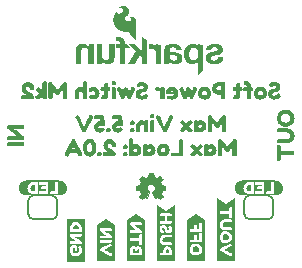
<source format=gbo>
%TF.GenerationSoftware,KiCad,Pcbnew,8.0.5*%
%TF.CreationDate,2024-09-30T10:49:06+01:00*%
%TF.ProjectId,Soft_Power_Switch,536f6674-5f50-46f7-9765-725f53776974,v01*%
%TF.SameCoordinates,Original*%
%TF.FileFunction,Legend,Bot*%
%TF.FilePolarity,Positive*%
%FSLAX46Y46*%
G04 Gerber Fmt 4.6, Leading zero omitted, Abs format (unit mm)*
G04 Created by KiCad (PCBNEW 8.0.5) date 2024-09-30 10:49:06*
%MOMM*%
%LPD*%
G01*
G04 APERTURE LIST*
%ADD10C,0.000000*%
%ADD11C,0.018437*%
%ADD12C,0.152400*%
G04 APERTURE END LIST*
D10*
%TO.C,G\u002A\u002A\u002A*%
G36*
X12387107Y20778591D02*
G01*
X12387107Y18782041D01*
X11941412Y18782041D01*
X11941412Y19340576D01*
X11768740Y19507148D01*
X11323336Y18782041D01*
X10783535Y18782041D01*
X11464494Y19808053D01*
X10852226Y20404782D01*
X11379538Y20404782D01*
X11941412Y19820689D01*
X11941412Y21023004D01*
X12387107Y20778591D01*
G37*
G36*
X12677690Y20448176D02*
G01*
X12698430Y20446952D01*
X12719057Y20444929D01*
X12739550Y20442123D01*
X12759889Y20438546D01*
X12780052Y20434214D01*
X12800020Y20429141D01*
X12819770Y20423340D01*
X12839283Y20416827D01*
X12858537Y20409616D01*
X12877513Y20401721D01*
X12896188Y20393156D01*
X12914543Y20383935D01*
X12932556Y20374074D01*
X12950207Y20363585D01*
X12967475Y20352484D01*
X12984339Y20340785D01*
X13000779Y20328502D01*
X13016773Y20315649D01*
X13032302Y20302242D01*
X13047343Y20288293D01*
X13061877Y20273817D01*
X13075883Y20258829D01*
X13089339Y20243343D01*
X13102226Y20227374D01*
X13114521Y20210934D01*
X13126206Y20194040D01*
X13137258Y20176705D01*
X13147657Y20158943D01*
X13157382Y20140769D01*
X13166413Y20122198D01*
X13174729Y20103242D01*
X13180829Y20103242D01*
X13180829Y20404728D01*
X13604594Y20329067D01*
X13604594Y18781988D01*
X13158899Y18781988D01*
X13158899Y19513195D01*
X13157584Y19566648D01*
X13153532Y19618516D01*
X13146582Y19668543D01*
X13141970Y19692785D01*
X13136573Y19716470D01*
X13130372Y19739567D01*
X13123346Y19762042D01*
X13115475Y19783864D01*
X13106738Y19805000D01*
X13097117Y19825418D01*
X13086591Y19845087D01*
X13075139Y19863974D01*
X13062743Y19882047D01*
X13049380Y19899273D01*
X13035033Y19915621D01*
X13019679Y19931059D01*
X13003301Y19945554D01*
X12985876Y19959074D01*
X12967386Y19971587D01*
X12947810Y19983061D01*
X12927128Y19993464D01*
X12905320Y20002763D01*
X12882366Y20010926D01*
X12858245Y20017922D01*
X12832939Y20023718D01*
X12806426Y20028282D01*
X12778687Y20031582D01*
X12749702Y20033585D01*
X12719450Y20034260D01*
X12698903Y20033962D01*
X12677634Y20033099D01*
X12656079Y20031718D01*
X12634675Y20029867D01*
X12613855Y20027595D01*
X12594057Y20024948D01*
X12575715Y20021974D01*
X12559267Y20018721D01*
X12559267Y20432903D01*
X12571043Y20436203D01*
X12582868Y20439213D01*
X12594778Y20441886D01*
X12606810Y20444176D01*
X12618997Y20446037D01*
X12631377Y20447423D01*
X12637651Y20447923D01*
X12643986Y20448288D01*
X12650386Y20448511D01*
X12656858Y20448587D01*
X12677690Y20448176D01*
G37*
G36*
X10002774Y21022368D02*
G01*
X10035282Y21020600D01*
X10066708Y21017680D01*
X10097052Y21013630D01*
X10126317Y21008472D01*
X10154504Y21002227D01*
X10181613Y20994918D01*
X10207645Y20986565D01*
X10232602Y20977191D01*
X10256485Y20966819D01*
X10279295Y20955468D01*
X10301032Y20943162D01*
X10321699Y20929922D01*
X10341296Y20915770D01*
X10359823Y20900728D01*
X10377284Y20884817D01*
X10393677Y20868059D01*
X10409005Y20850477D01*
X10423268Y20832091D01*
X10436469Y20812925D01*
X10448606Y20792999D01*
X10459683Y20772335D01*
X10469700Y20750955D01*
X10478657Y20728882D01*
X10486557Y20706136D01*
X10493400Y20682739D01*
X10499187Y20658715D01*
X10503919Y20634083D01*
X10507598Y20608866D01*
X10510225Y20583086D01*
X10511800Y20556765D01*
X10512324Y20529924D01*
X10512324Y20404740D01*
X10648109Y20404740D01*
X10951920Y20106594D01*
X10512324Y20106594D01*
X10512324Y18781853D01*
X10066629Y18781853D01*
X10066629Y20106594D01*
X9759189Y20106594D01*
X9759189Y20404740D01*
X10066629Y20404740D01*
X10066629Y20501895D01*
X10066069Y20526234D01*
X10064362Y20548635D01*
X10063065Y20559125D01*
X10061466Y20569149D01*
X10059559Y20578715D01*
X10057340Y20587828D01*
X10054802Y20596494D01*
X10051942Y20604721D01*
X10048754Y20612514D01*
X10045232Y20619880D01*
X10041372Y20626825D01*
X10037168Y20633355D01*
X10032616Y20639476D01*
X10027709Y20645196D01*
X10022444Y20650520D01*
X10016814Y20655455D01*
X10010815Y20660006D01*
X10004441Y20664181D01*
X9997687Y20667986D01*
X9990549Y20671426D01*
X9983021Y20674509D01*
X9975097Y20677241D01*
X9966773Y20679627D01*
X9958044Y20681675D01*
X9948903Y20683390D01*
X9939347Y20684779D01*
X9929370Y20685849D01*
X9918967Y20686605D01*
X9896862Y20687202D01*
X9876828Y20687058D01*
X9856535Y20686623D01*
X9836065Y20685892D01*
X9815500Y20684860D01*
X9794921Y20683522D01*
X9774410Y20681872D01*
X9754049Y20679906D01*
X9733920Y20677618D01*
X9733920Y21010473D01*
X9762375Y21011885D01*
X9791347Y21013710D01*
X9850354Y21017861D01*
X9880143Y21019814D01*
X9909959Y21021439D01*
X9939680Y21022550D01*
X9969184Y21022962D01*
X10002774Y21022368D01*
G37*
G36*
X8557407Y19554107D02*
G01*
X8558628Y19494613D01*
X8560163Y19466547D01*
X8562323Y19439586D01*
X8565115Y19413721D01*
X8568545Y19388940D01*
X8572619Y19365232D01*
X8577344Y19342588D01*
X8582727Y19320994D01*
X8588773Y19300442D01*
X8595489Y19280920D01*
X8602883Y19262417D01*
X8610959Y19244922D01*
X8619725Y19228425D01*
X8629186Y19212914D01*
X8639351Y19198380D01*
X8650223Y19184810D01*
X8661812Y19172194D01*
X8674122Y19160522D01*
X8687160Y19149782D01*
X8700932Y19139963D01*
X8715446Y19131055D01*
X8730707Y19123047D01*
X8746722Y19115929D01*
X8763497Y19109688D01*
X8781039Y19104314D01*
X8799354Y19099797D01*
X8818448Y19096126D01*
X8838329Y19093289D01*
X8859002Y19091276D01*
X8880474Y19090077D01*
X8902752Y19089679D01*
X8922046Y19090065D01*
X8940563Y19091224D01*
X8958312Y19093155D01*
X8975305Y19095860D01*
X8991553Y19099340D01*
X9007066Y19103594D01*
X9021856Y19108625D01*
X9035932Y19114431D01*
X9049307Y19121014D01*
X9061990Y19128375D01*
X9073993Y19136514D01*
X9085327Y19145432D01*
X9096002Y19155129D01*
X9106029Y19165606D01*
X9115419Y19176864D01*
X9124184Y19188904D01*
X9132333Y19201725D01*
X9139877Y19215329D01*
X9146828Y19229717D01*
X9153197Y19244888D01*
X9164229Y19277585D01*
X9173061Y19313425D01*
X9179779Y19352414D01*
X9184470Y19394556D01*
X9187221Y19439856D01*
X9188119Y19488321D01*
X9188119Y20404688D01*
X9633958Y20404688D01*
X9633958Y19406414D01*
X9632503Y19332711D01*
X9627909Y19262367D01*
X9619831Y19195574D01*
X9607924Y19132524D01*
X9600427Y19102464D01*
X9591843Y19073411D01*
X9582130Y19045391D01*
X9571244Y19018427D01*
X9559142Y18992544D01*
X9545781Y18967765D01*
X9531118Y18944115D01*
X9515110Y18921617D01*
X9497714Y18900297D01*
X9478886Y18880177D01*
X9458583Y18861283D01*
X9436763Y18843637D01*
X9413383Y18827265D01*
X9388398Y18812190D01*
X9361767Y18798436D01*
X9333445Y18786028D01*
X9303391Y18774989D01*
X9271560Y18765344D01*
X9237910Y18757117D01*
X9202397Y18750331D01*
X9164979Y18745012D01*
X9125612Y18741182D01*
X9084254Y18738867D01*
X9040860Y18738090D01*
X9005465Y18739088D01*
X8970052Y18742096D01*
X8934752Y18747137D01*
X8899693Y18754235D01*
X8865005Y18763411D01*
X8830818Y18774689D01*
X8797260Y18788091D01*
X8764462Y18803641D01*
X8732551Y18821360D01*
X8701659Y18841272D01*
X8686635Y18852057D01*
X8671913Y18863399D01*
X8657511Y18875301D01*
X8643444Y18887765D01*
X8629729Y18900794D01*
X8616381Y18914391D01*
X8603417Y18928559D01*
X8590852Y18943301D01*
X8578704Y18958619D01*
X8566988Y18974517D01*
X8555721Y18990997D01*
X8544918Y19008063D01*
X8535479Y19008063D01*
X8535479Y18781948D01*
X8111568Y18781948D01*
X8111568Y20404688D01*
X8557407Y20404688D01*
X8557407Y19554107D01*
G37*
G36*
X6971717Y20447488D02*
G01*
X7007143Y20444480D01*
X7042449Y20439439D01*
X7077507Y20432343D01*
X7112189Y20423169D01*
X7146367Y20411894D01*
X7179913Y20398497D01*
X7212698Y20382953D01*
X7244595Y20365242D01*
X7275475Y20345340D01*
X7290494Y20334560D01*
X7305211Y20323224D01*
X7319610Y20311329D01*
X7333675Y20298873D01*
X7347389Y20285852D01*
X7360737Y20272263D01*
X7373704Y20258105D01*
X7386272Y20243373D01*
X7398425Y20228065D01*
X7410149Y20212179D01*
X7421426Y20195711D01*
X7432241Y20178659D01*
X7441827Y20178659D01*
X7441827Y20404628D01*
X7865447Y20404628D01*
X7865447Y18781888D01*
X7419462Y18781888D01*
X7419462Y19632323D01*
X7418244Y19691868D01*
X7416711Y19719958D01*
X7414553Y19746940D01*
X7411766Y19772825D01*
X7408340Y19797625D01*
X7404272Y19821350D01*
X7399553Y19844011D01*
X7394177Y19865619D01*
X7388139Y19886184D01*
X7381432Y19905719D01*
X7374048Y19924233D01*
X7365983Y19941738D01*
X7357228Y19958245D01*
X7347779Y19973763D01*
X7337628Y19988305D01*
X7326769Y20001882D01*
X7315196Y20014503D01*
X7302902Y20026180D01*
X7289880Y20036924D01*
X7276125Y20046747D01*
X7261630Y20055657D01*
X7246388Y20063668D01*
X7230393Y20070789D01*
X7213639Y20077031D01*
X7196119Y20082406D01*
X7177826Y20086923D01*
X7158755Y20090595D01*
X7138898Y20093432D01*
X7118250Y20095445D01*
X7096804Y20096645D01*
X7074554Y20097043D01*
X7055258Y20096656D01*
X7036739Y20095496D01*
X7018986Y20093563D01*
X7001988Y20090855D01*
X6985733Y20087372D01*
X6970212Y20083114D01*
X6955414Y20078079D01*
X6941328Y20072268D01*
X6927943Y20065679D01*
X6915248Y20058313D01*
X6903233Y20050168D01*
X6891886Y20041244D01*
X6881199Y20031540D01*
X6871158Y20021056D01*
X6861754Y20009791D01*
X6852976Y19997745D01*
X6844814Y19984917D01*
X6837256Y19971306D01*
X6830291Y19956912D01*
X6823910Y19941734D01*
X6812853Y19909025D01*
X6803999Y19873174D01*
X6797262Y19834176D01*
X6792557Y19792027D01*
X6789797Y19746721D01*
X6788896Y19698255D01*
X6788896Y18781888D01*
X6343202Y18781888D01*
X6343202Y19780162D01*
X6344656Y19853841D01*
X6349250Y19924167D01*
X6357328Y19990948D01*
X6369235Y20053990D01*
X6376733Y20084049D01*
X6385316Y20113100D01*
X6395030Y20141120D01*
X6405916Y20168084D01*
X6418018Y20193969D01*
X6431379Y20218750D01*
X6446042Y20242403D01*
X6462050Y20264904D01*
X6479446Y20286228D01*
X6498274Y20306351D01*
X6518577Y20325250D01*
X6540397Y20342900D01*
X6563777Y20359277D01*
X6588762Y20374357D01*
X6615393Y20388115D01*
X6643715Y20400528D01*
X6673769Y20411570D01*
X6705600Y20421219D01*
X6739250Y20429450D01*
X6774763Y20436238D01*
X6812181Y20441560D01*
X6851547Y20445392D01*
X6892906Y20447708D01*
X6936299Y20448486D01*
X6971717Y20447488D01*
G37*
G36*
X17161842Y18210697D02*
G01*
X16716147Y17814231D01*
X16716147Y18982565D01*
X16709612Y18982565D01*
X16688256Y18953493D01*
X16665353Y18926192D01*
X16640976Y18900676D01*
X16615198Y18876960D01*
X16588093Y18855058D01*
X16559734Y18834984D01*
X16530193Y18816754D01*
X16499545Y18800381D01*
X16467862Y18785880D01*
X16435217Y18773266D01*
X16401684Y18762553D01*
X16367336Y18753755D01*
X16332246Y18746887D01*
X16296487Y18741963D01*
X16260132Y18738999D01*
X16223255Y18738007D01*
X16179238Y18739181D01*
X16136636Y18742658D01*
X16095447Y18748369D01*
X16055671Y18756245D01*
X16017307Y18766216D01*
X15980352Y18778215D01*
X15944807Y18792172D01*
X15910670Y18808019D01*
X15877939Y18825686D01*
X15846614Y18845105D01*
X15816694Y18866207D01*
X15788177Y18888922D01*
X15761062Y18913183D01*
X15735349Y18938920D01*
X15711035Y18966064D01*
X15688120Y18994547D01*
X15666602Y19024299D01*
X15646482Y19055252D01*
X15627756Y19087336D01*
X15610425Y19120484D01*
X15579940Y19189693D01*
X15555019Y19262327D01*
X15535652Y19337836D01*
X15521829Y19415668D01*
X15513542Y19495273D01*
X15510782Y19576099D01*
X15511175Y19588588D01*
X15956622Y19588588D01*
X15957749Y19539373D01*
X15961230Y19490802D01*
X15967217Y19443226D01*
X15975864Y19396994D01*
X15981233Y19374490D01*
X15987323Y19352453D01*
X15994154Y19330927D01*
X16001745Y19309955D01*
X16010115Y19289580D01*
X16019283Y19269847D01*
X16029269Y19250799D01*
X16040090Y19232479D01*
X16051767Y19214931D01*
X16064317Y19198200D01*
X16077762Y19182328D01*
X16092118Y19167358D01*
X16107406Y19153336D01*
X16123644Y19140304D01*
X16140851Y19128306D01*
X16159047Y19117386D01*
X16178251Y19107587D01*
X16198481Y19098953D01*
X16219756Y19091528D01*
X16242096Y19085355D01*
X16265520Y19080478D01*
X16290047Y19076940D01*
X16315695Y19074785D01*
X16342484Y19074057D01*
X16369040Y19074785D01*
X16394504Y19076940D01*
X16418893Y19080478D01*
X16442223Y19085355D01*
X16464511Y19091528D01*
X16485771Y19098953D01*
X16506022Y19107587D01*
X16525279Y19117386D01*
X16543558Y19128306D01*
X16560877Y19140304D01*
X16577250Y19153336D01*
X16592695Y19167358D01*
X16607227Y19182328D01*
X16620864Y19198200D01*
X16633620Y19214931D01*
X16645514Y19232479D01*
X16656560Y19250799D01*
X16666776Y19269847D01*
X16684779Y19309955D01*
X16699655Y19352453D01*
X16711534Y19396994D01*
X16720547Y19443226D01*
X16726822Y19490802D01*
X16730492Y19539373D01*
X16731687Y19588588D01*
X16730558Y19637887D01*
X16727073Y19686744D01*
X16721077Y19734781D01*
X16712419Y19781619D01*
X16707045Y19804471D01*
X16700948Y19826882D01*
X16694109Y19848804D01*
X16686510Y19870190D01*
X16678131Y19890994D01*
X16668954Y19911168D01*
X16658959Y19930664D01*
X16648128Y19949435D01*
X16636441Y19967435D01*
X16623879Y19984616D01*
X16610424Y20000931D01*
X16596056Y20016332D01*
X16580756Y20030772D01*
X16564506Y20044205D01*
X16547286Y20056582D01*
X16529078Y20067857D01*
X16509861Y20077983D01*
X16489618Y20086911D01*
X16468329Y20094596D01*
X16445976Y20100989D01*
X16422538Y20106044D01*
X16397998Y20109713D01*
X16372337Y20111949D01*
X16345534Y20112705D01*
X16319298Y20111940D01*
X16294115Y20109679D01*
X16269971Y20105971D01*
X16246850Y20100864D01*
X16224738Y20094407D01*
X16203622Y20086650D01*
X16183486Y20077641D01*
X16164316Y20067429D01*
X16146098Y20056062D01*
X16128818Y20043591D01*
X16112460Y20030063D01*
X16097011Y20015528D01*
X16082456Y20000035D01*
X16068780Y19983631D01*
X16055970Y19966368D01*
X16044011Y19948292D01*
X16032888Y19929454D01*
X16022588Y19909901D01*
X16004395Y19868850D01*
X15989317Y19825531D01*
X15977240Y19780333D01*
X15968046Y19733648D01*
X15961623Y19685869D01*
X15957853Y19637385D01*
X15956622Y19588588D01*
X15511175Y19588588D01*
X15513480Y19661905D01*
X15521622Y19746008D01*
X15535282Y19827879D01*
X15544204Y19867812D01*
X15554533Y19906989D01*
X15566279Y19945344D01*
X15579449Y19982810D01*
X15594054Y20019321D01*
X15610103Y20054811D01*
X15627605Y20089215D01*
X15646568Y20122466D01*
X15667003Y20154498D01*
X15688919Y20185244D01*
X15712323Y20214639D01*
X15737227Y20242617D01*
X15763638Y20269112D01*
X15791567Y20294057D01*
X15821021Y20317386D01*
X15852011Y20339033D01*
X15884546Y20358933D01*
X15918634Y20377018D01*
X15954286Y20393223D01*
X15991509Y20407482D01*
X16030314Y20419729D01*
X16070709Y20429897D01*
X16112704Y20437921D01*
X16156308Y20443734D01*
X16201530Y20447270D01*
X16248379Y20448464D01*
X16285697Y20447578D01*
X16322301Y20444894D01*
X16358142Y20440376D01*
X16393168Y20433985D01*
X16427329Y20425683D01*
X16460576Y20415434D01*
X16492857Y20403198D01*
X16508621Y20396325D01*
X16524124Y20388940D01*
X16539361Y20381040D01*
X16554325Y20372621D01*
X16569011Y20363676D01*
X16583411Y20354203D01*
X16597520Y20344195D01*
X16611331Y20333649D01*
X16624838Y20322559D01*
X16638035Y20310920D01*
X16650915Y20298729D01*
X16663472Y20285981D01*
X16675701Y20272670D01*
X16687594Y20258792D01*
X16699145Y20244342D01*
X16710349Y20229316D01*
X16721198Y20213709D01*
X16731687Y20197516D01*
X16737931Y20197516D01*
X16737931Y20404606D01*
X17161842Y20329090D01*
X17161842Y19588588D01*
X17161842Y18210697D01*
G37*
G36*
X15382433Y19224632D02*
G01*
X15381731Y19193938D01*
X15379645Y19164290D01*
X15376208Y19135683D01*
X15371449Y19108114D01*
X15365402Y19081576D01*
X15358098Y19056066D01*
X15349568Y19031578D01*
X15339844Y19008109D01*
X15328957Y18985652D01*
X15316940Y18964204D01*
X15303822Y18943760D01*
X15289637Y18924315D01*
X15274416Y18905865D01*
X15258190Y18888404D01*
X15240990Y18871928D01*
X15222850Y18856433D01*
X15203798Y18841913D01*
X15183869Y18828364D01*
X15163092Y18815781D01*
X15141501Y18804160D01*
X15119125Y18793495D01*
X15095997Y18783783D01*
X15072149Y18775017D01*
X15047611Y18767195D01*
X14996594Y18754359D01*
X14943200Y18745237D01*
X14887681Y18739791D01*
X14830289Y18737984D01*
X14792558Y18738617D01*
X14754856Y18740556D01*
X14717279Y18743862D01*
X14679925Y18748595D01*
X14642889Y18754815D01*
X14606270Y18762583D01*
X14570163Y18771959D01*
X14534666Y18783004D01*
X14499875Y18795778D01*
X14465887Y18810341D01*
X14432799Y18826755D01*
X14400707Y18845078D01*
X14369709Y18865373D01*
X14339902Y18887698D01*
X14311381Y18912116D01*
X14284244Y18938685D01*
X14282520Y18918788D01*
X14280007Y18898882D01*
X14276777Y18879014D01*
X14272898Y18859229D01*
X14268441Y18839573D01*
X14263475Y18820093D01*
X14258069Y18800834D01*
X14252295Y18781842D01*
X13800645Y18781842D01*
X13807979Y18795141D01*
X13814741Y18810232D01*
X13820945Y18826998D01*
X13826604Y18845316D01*
X13831733Y18865069D01*
X13836344Y18886136D01*
X13840451Y18908397D01*
X13844068Y18931732D01*
X13849886Y18981147D01*
X13853907Y19033424D01*
X13856239Y19087602D01*
X13856993Y19142725D01*
X13856993Y19576076D01*
X14302833Y19576076D01*
X14302833Y19409503D01*
X14304049Y19364690D01*
X14306281Y19337837D01*
X14310225Y19308890D01*
X14316357Y19278503D01*
X14325149Y19247330D01*
X14330691Y19231653D01*
X14337075Y19216025D01*
X14344361Y19200526D01*
X14352608Y19185240D01*
X14361876Y19170247D01*
X14372223Y19155629D01*
X14383708Y19141469D01*
X14396392Y19127847D01*
X14410332Y19114845D01*
X14425589Y19102545D01*
X14442221Y19091029D01*
X14460288Y19080379D01*
X14479849Y19070675D01*
X14500962Y19062000D01*
X14523688Y19054436D01*
X14548085Y19048064D01*
X14574213Y19042965D01*
X14602130Y19039223D01*
X14631896Y19036917D01*
X14663571Y19036130D01*
X14690479Y19036663D01*
X14716850Y19038334D01*
X14742519Y19041254D01*
X14767320Y19045534D01*
X14779344Y19048218D01*
X14791089Y19051284D01*
X14802534Y19054745D01*
X14813659Y19058615D01*
X14824443Y19062908D01*
X14834865Y19067638D01*
X14844905Y19072819D01*
X14854541Y19078463D01*
X14863754Y19084586D01*
X14872523Y19091201D01*
X14880826Y19098322D01*
X14888644Y19105963D01*
X14895955Y19114137D01*
X14902738Y19122859D01*
X14908974Y19132141D01*
X14914642Y19141999D01*
X14919720Y19152446D01*
X14924188Y19163495D01*
X14928025Y19175161D01*
X14931211Y19187457D01*
X14933726Y19200397D01*
X14935547Y19213995D01*
X14936655Y19228265D01*
X14937029Y19243221D01*
X14936664Y19258183D01*
X14935583Y19272502D01*
X14933806Y19286193D01*
X14931355Y19299273D01*
X14928250Y19311756D01*
X14924512Y19323660D01*
X14920162Y19334999D01*
X14915220Y19345791D01*
X14909708Y19356050D01*
X14903645Y19365792D01*
X14897053Y19375035D01*
X14889953Y19383792D01*
X14882365Y19392082D01*
X14874310Y19399918D01*
X14865809Y19407317D01*
X14856883Y19414296D01*
X14847552Y19420869D01*
X14837837Y19427054D01*
X14817339Y19438319D01*
X14795555Y19448218D01*
X14772651Y19456879D01*
X14748792Y19464428D01*
X14724146Y19470993D01*
X14698879Y19476702D01*
X14673156Y19481680D01*
X14464468Y19513575D01*
X14440149Y19518403D01*
X14416712Y19523833D01*
X14394304Y19529992D01*
X14373072Y19537004D01*
X14353161Y19544993D01*
X14334720Y19554085D01*
X14326097Y19559083D01*
X14317895Y19564404D01*
X14310134Y19570063D01*
X14302833Y19576076D01*
X13856993Y19576076D01*
X13856993Y19987353D01*
X13858120Y20022906D01*
X13861444Y20056646D01*
X13866884Y20088618D01*
X13874354Y20118867D01*
X13883773Y20147438D01*
X13895056Y20174376D01*
X13908120Y20199725D01*
X13922882Y20223531D01*
X13939258Y20245839D01*
X13957165Y20266692D01*
X13976520Y20286136D01*
X13997240Y20304216D01*
X14019240Y20320977D01*
X14042438Y20336464D01*
X14066750Y20350721D01*
X14092093Y20363793D01*
X14145539Y20386564D01*
X14202107Y20405133D01*
X14261132Y20419862D01*
X14321946Y20431107D01*
X14383882Y20439229D01*
X14446273Y20444586D01*
X14508454Y20447537D01*
X14569756Y20448441D01*
X14638044Y20446895D01*
X14706029Y20442103D01*
X14773187Y20433836D01*
X14838993Y20421863D01*
X14871226Y20414415D01*
X14902924Y20405954D01*
X14934023Y20396452D01*
X14964456Y20385880D01*
X14994158Y20374209D01*
X15023064Y20361411D01*
X15051108Y20347456D01*
X15078224Y20332316D01*
X15104347Y20315962D01*
X15129412Y20298366D01*
X15153352Y20279498D01*
X15176103Y20259330D01*
X15197599Y20237833D01*
X15217774Y20214979D01*
X15236563Y20190738D01*
X15253900Y20165083D01*
X15269721Y20137983D01*
X15283958Y20109411D01*
X15296547Y20079338D01*
X15307423Y20047734D01*
X15316519Y20014572D01*
X15323770Y19979823D01*
X15329111Y19943457D01*
X15332476Y19905446D01*
X14886636Y19905446D01*
X14884899Y19921609D01*
X14882634Y19937157D01*
X14879844Y19952095D01*
X14876535Y19966430D01*
X14872711Y19980170D01*
X14868376Y19993321D01*
X14863535Y20005889D01*
X14858192Y20017881D01*
X14852353Y20029305D01*
X14846022Y20040167D01*
X14839203Y20050473D01*
X14831902Y20060231D01*
X14824122Y20069447D01*
X14815868Y20078127D01*
X14807145Y20086280D01*
X14797958Y20093911D01*
X14788311Y20101027D01*
X14778208Y20107635D01*
X14767655Y20113742D01*
X14756656Y20119354D01*
X14745215Y20124479D01*
X14733337Y20129122D01*
X14721027Y20133291D01*
X14708289Y20136993D01*
X14681548Y20143020D01*
X14653152Y20147259D01*
X14623137Y20149762D01*
X14591539Y20150585D01*
X14562474Y20150183D01*
X14534145Y20148856D01*
X14506708Y20146421D01*
X14480322Y20142695D01*
X14467572Y20140290D01*
X14455144Y20137494D01*
X14443056Y20134283D01*
X14431330Y20130635D01*
X14419984Y20126527D01*
X14409038Y20121935D01*
X14398511Y20116838D01*
X14388425Y20111211D01*
X14378797Y20105033D01*
X14369648Y20098280D01*
X14360997Y20090929D01*
X14352865Y20082958D01*
X14345270Y20074343D01*
X14338232Y20065062D01*
X14331771Y20055092D01*
X14325907Y20044410D01*
X14320660Y20032993D01*
X14316048Y20020818D01*
X14312092Y20007862D01*
X14308811Y19994103D01*
X14306225Y19979517D01*
X14304353Y19964081D01*
X14303216Y19947773D01*
X14302833Y19930570D01*
X14304277Y19898618D01*
X14311828Y19870768D01*
X14325084Y19846674D01*
X14343641Y19825989D01*
X14367097Y19808368D01*
X14395051Y19793462D01*
X14427100Y19780928D01*
X14462841Y19770417D01*
X14543792Y19754080D01*
X14634686Y19741682D01*
X14833429Y19717616D01*
X14934842Y19700405D01*
X14984650Y19689293D01*
X15033323Y19676048D01*
X15080459Y19660323D01*
X15125655Y19641772D01*
X15168510Y19620049D01*
X15208620Y19594808D01*
X15245583Y19565701D01*
X15278998Y19532383D01*
X15308462Y19494506D01*
X15333572Y19451726D01*
X15353927Y19403694D01*
X15369124Y19350066D01*
X15378760Y19290494D01*
X15381397Y19243221D01*
X15382433Y19224632D01*
G37*
G36*
X18164989Y20447136D02*
G01*
X18230008Y20443045D01*
X18294167Y20435865D01*
X18356929Y20425303D01*
X18387618Y20418661D01*
X18417757Y20411063D01*
X18447277Y20402471D01*
X18476113Y20392850D01*
X18504197Y20382162D01*
X18531461Y20370370D01*
X18557839Y20357438D01*
X18583264Y20343328D01*
X18607668Y20328004D01*
X18630984Y20311429D01*
X18653145Y20293565D01*
X18674083Y20274377D01*
X18693733Y20253828D01*
X18712026Y20231879D01*
X18728896Y20208496D01*
X18744275Y20183640D01*
X18758096Y20157274D01*
X18770292Y20129363D01*
X18780796Y20099870D01*
X18789541Y20068756D01*
X18796459Y20035986D01*
X18801484Y20001522D01*
X18804548Y19965329D01*
X18805585Y19927368D01*
X18804848Y19900906D01*
X18802667Y19875606D01*
X18799088Y19851435D01*
X18794156Y19828359D01*
X18787916Y19806345D01*
X18780414Y19785363D01*
X18771695Y19765377D01*
X18761804Y19746356D01*
X18750787Y19728267D01*
X18738689Y19711078D01*
X18725556Y19694755D01*
X18711433Y19679265D01*
X18696365Y19664577D01*
X18680398Y19650657D01*
X18663576Y19637473D01*
X18645946Y19624991D01*
X18608442Y19602006D01*
X18568247Y19581439D01*
X18525725Y19563029D01*
X18481239Y19546513D01*
X18435151Y19531631D01*
X18387825Y19518119D01*
X18290908Y19494162D01*
X18232988Y19482009D01*
X18178172Y19470066D01*
X18126545Y19458188D01*
X18078197Y19446229D01*
X18033214Y19434041D01*
X17991684Y19421479D01*
X17972241Y19415012D01*
X17953695Y19408397D01*
X17936055Y19401614D01*
X17919333Y19394647D01*
X17903539Y19387476D01*
X17888686Y19380084D01*
X17874783Y19372451D01*
X17861841Y19364561D01*
X17849873Y19356393D01*
X17838887Y19347931D01*
X17828896Y19339156D01*
X17819910Y19330049D01*
X17811941Y19320593D01*
X17804998Y19310769D01*
X17799094Y19300558D01*
X17794239Y19289943D01*
X17790443Y19278904D01*
X17787719Y19267425D01*
X17786076Y19255486D01*
X17785526Y19243069D01*
X17786007Y19228676D01*
X17787426Y19214898D01*
X17789743Y19201725D01*
X17792922Y19189146D01*
X17796924Y19177151D01*
X17801712Y19165729D01*
X17807247Y19154871D01*
X17813491Y19144566D01*
X17820406Y19134803D01*
X17827955Y19125572D01*
X17836100Y19116863D01*
X17844802Y19108665D01*
X17854023Y19100968D01*
X17863726Y19093762D01*
X17873872Y19087036D01*
X17884424Y19080780D01*
X17906593Y19069636D01*
X17929928Y19060247D01*
X17954127Y19052531D01*
X17978884Y19046403D01*
X18003896Y19041781D01*
X18028860Y19038583D01*
X18053472Y19036725D01*
X18077428Y19036124D01*
X18109704Y19037089D01*
X18141670Y19040011D01*
X18173082Y19044931D01*
X18188504Y19048153D01*
X18203696Y19051890D01*
X18218627Y19056146D01*
X18233267Y19060928D01*
X18247584Y19066240D01*
X18261550Y19072087D01*
X18275132Y19078475D01*
X18288300Y19085408D01*
X18301024Y19092891D01*
X18313273Y19100930D01*
X18325016Y19109530D01*
X18336224Y19118696D01*
X18346865Y19128433D01*
X18356909Y19138745D01*
X18366325Y19149639D01*
X18375083Y19161120D01*
X18383151Y19173191D01*
X18390501Y19185859D01*
X18397100Y19199129D01*
X18402918Y19213006D01*
X18407925Y19227494D01*
X18412091Y19242599D01*
X18415384Y19258326D01*
X18417774Y19274681D01*
X18419230Y19291667D01*
X18419723Y19309291D01*
X18843198Y19309291D01*
X18840699Y19269794D01*
X18836186Y19231964D01*
X18829723Y19195775D01*
X18821373Y19161199D01*
X18811201Y19128210D01*
X18799270Y19096781D01*
X18785643Y19066883D01*
X18770386Y19038490D01*
X18753561Y19011576D01*
X18735232Y18986112D01*
X18715464Y18962071D01*
X18694320Y18939427D01*
X18671864Y18918152D01*
X18648159Y18898219D01*
X18623270Y18879602D01*
X18597260Y18862272D01*
X18570193Y18846202D01*
X18542133Y18831366D01*
X18483290Y18805287D01*
X18421241Y18783815D01*
X18356495Y18766734D01*
X18289565Y18753827D01*
X18220960Y18744877D01*
X18151191Y18739666D01*
X18080768Y18737977D01*
X18011922Y18739631D01*
X17943483Y18744740D01*
X17876008Y18753524D01*
X17810053Y18766206D01*
X17777820Y18774077D01*
X17746176Y18783006D01*
X17715190Y18793019D01*
X17684932Y18804145D01*
X17655471Y18816412D01*
X17626878Y18829846D01*
X17599222Y18844476D01*
X17572572Y18860329D01*
X17546998Y18877433D01*
X17522570Y18895816D01*
X17499357Y18915504D01*
X17477429Y18936527D01*
X17456855Y18958911D01*
X17437705Y18982684D01*
X17420048Y19007874D01*
X17403955Y19034508D01*
X17389494Y19062615D01*
X17376736Y19092221D01*
X17365750Y19123354D01*
X17356605Y19156043D01*
X17349371Y19190315D01*
X17344117Y19226196D01*
X17340914Y19263716D01*
X17339831Y19302902D01*
X17340569Y19330538D01*
X17342752Y19356993D01*
X17346335Y19382299D01*
X17351272Y19406487D01*
X17357518Y19429588D01*
X17365027Y19451636D01*
X17373754Y19472660D01*
X17383653Y19492692D01*
X17394678Y19511765D01*
X17406785Y19529910D01*
X17419927Y19547158D01*
X17434060Y19563540D01*
X17449136Y19579090D01*
X17465112Y19593837D01*
X17481941Y19607814D01*
X17499579Y19621053D01*
X17537095Y19645440D01*
X17577297Y19667251D01*
X17619820Y19686739D01*
X17664300Y19704158D01*
X17710373Y19719758D01*
X17757675Y19733794D01*
X17805841Y19746517D01*
X17854508Y19758181D01*
X17901566Y19768925D01*
X17948327Y19779053D01*
X18039449Y19798488D01*
X18083054Y19808305D01*
X18124850Y19818531D01*
X18164459Y19829421D01*
X18201504Y19841231D01*
X18218947Y19847562D01*
X18235607Y19854218D01*
X18251436Y19861232D01*
X18266389Y19868636D01*
X18280416Y19876461D01*
X18293472Y19884741D01*
X18305509Y19893507D01*
X18316479Y19902791D01*
X18326336Y19912625D01*
X18335031Y19923040D01*
X18342519Y19934070D01*
X18348751Y19945745D01*
X18353680Y19958098D01*
X18357260Y19971161D01*
X18359442Y19984966D01*
X18360180Y19999545D01*
X18359754Y20011861D01*
X18358497Y20023498D01*
X18356447Y20034475D01*
X18353638Y20044811D01*
X18350106Y20054525D01*
X18345888Y20063635D01*
X18341018Y20072161D01*
X18335533Y20080122D01*
X18329468Y20087535D01*
X18322858Y20094421D01*
X18315740Y20100798D01*
X18308150Y20106685D01*
X18300122Y20112100D01*
X18291692Y20117064D01*
X18282897Y20121593D01*
X18273772Y20125709D01*
X18254673Y20132771D01*
X18234683Y20138401D01*
X18214086Y20142751D01*
X18193167Y20145972D01*
X18172213Y20148214D01*
X18151509Y20149628D01*
X18131340Y20150366D01*
X18111991Y20150578D01*
X18082338Y20150004D01*
X18053481Y20148206D01*
X18025553Y20145071D01*
X17998687Y20140483D01*
X17985693Y20137608D01*
X17973014Y20134328D01*
X17960666Y20130627D01*
X17948667Y20126493D01*
X17937033Y20121909D01*
X17925780Y20116862D01*
X17914924Y20111338D01*
X17904483Y20105322D01*
X17894473Y20098801D01*
X17884911Y20091759D01*
X17875813Y20084183D01*
X17867195Y20076058D01*
X17859075Y20067370D01*
X17851469Y20058105D01*
X17844393Y20048249D01*
X17837864Y20037786D01*
X17831898Y20026703D01*
X17826513Y20014986D01*
X17821724Y20002621D01*
X17817548Y19989592D01*
X17814003Y19975886D01*
X17811103Y19961489D01*
X17808867Y19946386D01*
X17807310Y19930562D01*
X17383689Y19930562D01*
X17387798Y19967134D01*
X17393584Y20002097D01*
X17400996Y20035479D01*
X17409986Y20067310D01*
X17420502Y20097621D01*
X17432497Y20126439D01*
X17445918Y20153795D01*
X17460717Y20179718D01*
X17476845Y20204238D01*
X17494250Y20227383D01*
X17512883Y20249184D01*
X17532695Y20269669D01*
X17553635Y20288868D01*
X17575654Y20306811D01*
X17598702Y20323526D01*
X17622729Y20339044D01*
X17647685Y20353393D01*
X17673521Y20366604D01*
X17727631Y20389725D01*
X17784660Y20408645D01*
X17844211Y20423596D01*
X17905883Y20434816D01*
X17969279Y20442539D01*
X18034000Y20447000D01*
X18099647Y20448434D01*
X18164989Y20447136D01*
G37*
G36*
X10436213Y23655685D02*
G01*
X10466870Y23652314D01*
X10498024Y23646857D01*
X10529616Y23639160D01*
X10561587Y23629072D01*
X10593878Y23616439D01*
X10626431Y23601108D01*
X10659184Y23582927D01*
X10692081Y23561743D01*
X10720247Y23541314D01*
X10746091Y23520449D01*
X10769652Y23499169D01*
X10790968Y23477495D01*
X10810078Y23455449D01*
X10827020Y23433052D01*
X10841833Y23410324D01*
X10854555Y23387287D01*
X10865226Y23363962D01*
X10873883Y23340371D01*
X10880565Y23316533D01*
X10885311Y23292471D01*
X10888159Y23268205D01*
X10889148Y23243756D01*
X10888316Y23219147D01*
X10885702Y23194397D01*
X10881344Y23169528D01*
X10875282Y23144561D01*
X10867553Y23119517D01*
X10858196Y23094417D01*
X10847250Y23069283D01*
X10834753Y23044135D01*
X10820744Y23018994D01*
X10805261Y22993882D01*
X10788343Y22968820D01*
X10770029Y22943829D01*
X10750356Y22918930D01*
X10729365Y22894144D01*
X10683577Y22844996D01*
X10632975Y22796554D01*
X10610423Y22774770D01*
X10590481Y22752912D01*
X10573073Y22731039D01*
X10558127Y22709206D01*
X10545567Y22687470D01*
X10535320Y22665887D01*
X10527311Y22644515D01*
X10521467Y22623410D01*
X10517713Y22602628D01*
X10515976Y22582225D01*
X10516182Y22562260D01*
X10518255Y22542787D01*
X10522123Y22523864D01*
X10527711Y22505548D01*
X10534946Y22487894D01*
X10543752Y22470960D01*
X10554057Y22454802D01*
X10565785Y22439476D01*
X10578864Y22425040D01*
X10593218Y22411549D01*
X10608774Y22399061D01*
X10625458Y22387632D01*
X10643196Y22377319D01*
X10661913Y22368177D01*
X10681536Y22360264D01*
X10701990Y22353637D01*
X10723202Y22348352D01*
X10745097Y22344465D01*
X10767602Y22342033D01*
X10790642Y22341113D01*
X10814143Y22341761D01*
X10838032Y22344034D01*
X10854201Y22346460D01*
X10869759Y22349550D01*
X10884704Y22353273D01*
X10899034Y22357596D01*
X10912749Y22362490D01*
X10925845Y22367920D01*
X10938321Y22373857D01*
X10950175Y22380267D01*
X10961406Y22387121D01*
X10972011Y22394385D01*
X10981990Y22402028D01*
X10991339Y22410018D01*
X11000058Y22418324D01*
X11008144Y22426914D01*
X11015597Y22435757D01*
X11022413Y22444820D01*
X11028591Y22454072D01*
X11034130Y22463481D01*
X11039028Y22473016D01*
X11043282Y22482644D01*
X11046892Y22492335D01*
X11049855Y22502056D01*
X11052169Y22511775D01*
X11053834Y22521462D01*
X11054846Y22531084D01*
X11055204Y22540610D01*
X11054907Y22550007D01*
X11053952Y22559245D01*
X11052339Y22568292D01*
X11050064Y22577115D01*
X11047127Y22585683D01*
X11043525Y22593965D01*
X11039838Y22600824D01*
X11035667Y22607513D01*
X11031051Y22614028D01*
X11026029Y22620365D01*
X11020640Y22626523D01*
X11014925Y22632498D01*
X11002671Y22643886D01*
X10989584Y22654505D01*
X10975978Y22664330D01*
X10962170Y22673337D01*
X10948475Y22681500D01*
X10935209Y22688795D01*
X10922687Y22695197D01*
X10901141Y22705226D01*
X10880873Y22713485D01*
X10887434Y22715893D01*
X10895373Y22718502D01*
X10906185Y22721693D01*
X10919695Y22725197D01*
X10935730Y22728748D01*
X10954113Y22732080D01*
X10974670Y22734924D01*
X10997227Y22737014D01*
X11009201Y22737694D01*
X11021609Y22738084D01*
X11034430Y22738153D01*
X11047642Y22737866D01*
X11061222Y22737190D01*
X11075150Y22736093D01*
X11089403Y22734540D01*
X11103959Y22732498D01*
X11118797Y22729934D01*
X11133895Y22726814D01*
X11149230Y22723105D01*
X11164782Y22718774D01*
X11180528Y22713788D01*
X11196446Y22708112D01*
X11224808Y22696462D01*
X11252386Y22683015D01*
X11265830Y22675562D01*
X11279018Y22667593D01*
X11291929Y22659085D01*
X11304543Y22650018D01*
X11316841Y22640368D01*
X11328801Y22630113D01*
X11340404Y22619232D01*
X11351630Y22607701D01*
X11362458Y22595499D01*
X11372868Y22582604D01*
X11382840Y22568994D01*
X11392354Y22554646D01*
X11401390Y22539538D01*
X11409928Y22523648D01*
X11417947Y22506953D01*
X11425428Y22489432D01*
X11432349Y22471063D01*
X11438692Y22451823D01*
X11444435Y22431690D01*
X11449559Y22410642D01*
X11454044Y22388656D01*
X11457869Y22365711D01*
X11461014Y22341785D01*
X11463460Y22316855D01*
X11465185Y22290898D01*
X11466170Y22263894D01*
X11466394Y22235819D01*
X11465838Y22206651D01*
X11465838Y20735815D01*
X11438178Y20769461D01*
X11405904Y20808140D01*
X11363382Y20858384D01*
X11312147Y20917941D01*
X11253733Y20984558D01*
X11189676Y21055980D01*
X11121511Y21129955D01*
X10982632Y21282745D01*
X10952007Y21315644D01*
X10922340Y21346139D01*
X10893290Y21374088D01*
X10864517Y21399347D01*
X10835681Y21421774D01*
X10806442Y21441226D01*
X10791565Y21449793D01*
X10776460Y21457562D01*
X10761083Y21464517D01*
X10745394Y21470638D01*
X10729348Y21475910D01*
X10712905Y21480313D01*
X10696020Y21483829D01*
X10678652Y21486442D01*
X10660757Y21488133D01*
X10642295Y21488885D01*
X10623221Y21488679D01*
X10603494Y21487498D01*
X10528860Y21485168D01*
X10456826Y21487506D01*
X10387367Y21494371D01*
X10320455Y21505619D01*
X10256063Y21521111D01*
X10194166Y21540703D01*
X10134735Y21564255D01*
X10077744Y21591624D01*
X10023166Y21622670D01*
X9970974Y21657249D01*
X9921143Y21695222D01*
X9873644Y21736445D01*
X9828451Y21780778D01*
X9785537Y21828078D01*
X9744876Y21878204D01*
X9706440Y21931015D01*
X9672568Y21983263D01*
X9642558Y22035783D01*
X9616278Y22088463D01*
X9593595Y22141194D01*
X9574376Y22193864D01*
X9558490Y22246364D01*
X9545803Y22298583D01*
X9536182Y22350410D01*
X9529496Y22401736D01*
X9525610Y22452450D01*
X9524394Y22502441D01*
X9525714Y22551600D01*
X9529437Y22599816D01*
X9535431Y22646978D01*
X9553700Y22737702D01*
X9579461Y22822887D01*
X9611653Y22901652D01*
X9649214Y22973113D01*
X9691083Y23036388D01*
X9736199Y23090594D01*
X9783501Y23134848D01*
X9807641Y23152967D01*
X9831929Y23168266D01*
X9856233Y23180637D01*
X9880420Y23189968D01*
X9878905Y23182401D01*
X9877484Y23173658D01*
X9876038Y23162246D01*
X9874883Y23148640D01*
X9874331Y23133319D01*
X9874699Y23116759D01*
X9876299Y23099438D01*
X9877660Y23090641D01*
X9879446Y23081833D01*
X9881698Y23073073D01*
X9884455Y23064421D01*
X9887755Y23055936D01*
X9891638Y23047679D01*
X9896144Y23039708D01*
X9901312Y23032084D01*
X9907180Y23024865D01*
X9913789Y23018113D01*
X9921177Y23011886D01*
X9929384Y23006244D01*
X9938449Y23001247D01*
X9948411Y22996954D01*
X9959310Y22993425D01*
X9971185Y22990719D01*
X9979964Y22989493D01*
X9989051Y22988877D01*
X9998422Y22988852D01*
X10008051Y22989399D01*
X10017916Y22990497D01*
X10027993Y22992127D01*
X10048687Y22996903D01*
X10069942Y23003568D01*
X10091566Y23011966D01*
X10113370Y23021937D01*
X10135162Y23033325D01*
X10156751Y23045969D01*
X10177947Y23059714D01*
X10198559Y23074400D01*
X10218396Y23089869D01*
X10237267Y23105964D01*
X10254982Y23122527D01*
X10271349Y23139398D01*
X10286178Y23156421D01*
X10302237Y23177192D01*
X10309375Y23187373D01*
X10315930Y23197422D01*
X10321909Y23207340D01*
X10327320Y23217131D01*
X10332173Y23226797D01*
X10336473Y23236340D01*
X10340230Y23245763D01*
X10343452Y23255069D01*
X10346146Y23264259D01*
X10348320Y23273338D01*
X10349983Y23282307D01*
X10351142Y23291168D01*
X10351806Y23299925D01*
X10351983Y23308580D01*
X10351680Y23317135D01*
X10350905Y23325593D01*
X10349667Y23333957D01*
X10347973Y23342229D01*
X10345832Y23350412D01*
X10343252Y23358507D01*
X10340240Y23366519D01*
X10336804Y23374449D01*
X10328695Y23390073D01*
X10318988Y23405402D01*
X10307747Y23420455D01*
X10295036Y23435253D01*
X10284732Y23445926D01*
X10274028Y23455672D01*
X10262971Y23464528D01*
X10251610Y23472534D01*
X10239992Y23479727D01*
X10228165Y23486147D01*
X10216176Y23491832D01*
X10204073Y23496821D01*
X10191905Y23501152D01*
X10179717Y23504865D01*
X10155478Y23510587D01*
X10131737Y23514298D01*
X10108876Y23516306D01*
X10087276Y23516920D01*
X10067318Y23516449D01*
X10049384Y23515203D01*
X10033856Y23513490D01*
X10011541Y23509901D01*
X10003425Y23508155D01*
X10018601Y23520405D01*
X10036861Y23533883D01*
X10061605Y23550634D01*
X10092361Y23569433D01*
X10128654Y23589058D01*
X10148729Y23598798D01*
X10170012Y23608287D01*
X10192442Y23617370D01*
X10215961Y23625896D01*
X10240510Y23633712D01*
X10266029Y23640664D01*
X10292460Y23646599D01*
X10319743Y23651366D01*
X10347818Y23654811D01*
X10376628Y23656781D01*
X10406113Y23657123D01*
X10436213Y23655685D01*
G37*
D11*
%TO.C,Ref\u002A\u002A*%
X12865182Y9500661D02*
X12865882Y9500609D01*
X12866579Y9500523D01*
X12867271Y9500404D01*
X12867958Y9500253D01*
X12868639Y9500072D01*
X12869312Y9499859D01*
X12869976Y9499618D01*
X12870631Y9499348D01*
X12871275Y9499050D01*
X12872527Y9498375D01*
X12873724Y9497600D01*
X12874857Y9496731D01*
X12875918Y9495775D01*
X12876899Y9494739D01*
X12877791Y9493631D01*
X12878201Y9493052D01*
X12878586Y9492457D01*
X12878945Y9491847D01*
X12879276Y9491223D01*
X12879579Y9490587D01*
X12879852Y9489938D01*
X12880095Y9489277D01*
X12880306Y9488607D01*
X12880485Y9487926D01*
X12880630Y9487237D01*
X12938966Y9173744D01*
X12939293Y9172353D01*
X12939741Y9170956D01*
X12940303Y9169564D01*
X12940972Y9168186D01*
X12941739Y9166830D01*
X12942596Y9165506D01*
X12943537Y9164222D01*
X12944553Y9162988D01*
X12945637Y9161814D01*
X12946780Y9160707D01*
X12947974Y9159678D01*
X12949213Y9158735D01*
X12950489Y9157887D01*
X12951792Y9157144D01*
X12953117Y9156514D01*
X12954454Y9156008D01*
X13164587Y9069997D01*
X13165895Y9069422D01*
X13167283Y9068942D01*
X13168736Y9068556D01*
X13170244Y9068263D01*
X13171794Y9068062D01*
X13173373Y9067952D01*
X13174971Y9067933D01*
X13176573Y9068003D01*
X13178169Y9068162D01*
X13179747Y9068409D01*
X13181293Y9068744D01*
X13182796Y9069164D01*
X13184243Y9069671D01*
X13185623Y9070261D01*
X13186923Y9070936D01*
X13188131Y9071693D01*
X13450018Y9251422D01*
X13450610Y9251807D01*
X13451219Y9252161D01*
X13451844Y9252486D01*
X13452484Y9252781D01*
X13453138Y9253046D01*
X13453803Y9253282D01*
X13455165Y9253666D01*
X13456560Y9253934D01*
X13457976Y9254086D01*
X13459402Y9254125D01*
X13460829Y9254050D01*
X13462246Y9253862D01*
X13463641Y9253563D01*
X13465004Y9253154D01*
X13466324Y9252636D01*
X13467591Y9252009D01*
X13468201Y9251655D01*
X13468793Y9251274D01*
X13469367Y9250867D01*
X13469921Y9250433D01*
X13470453Y9249973D01*
X13470963Y9249486D01*
X13691549Y9028918D01*
X13692034Y9028407D01*
X13692493Y9027873D01*
X13692926Y9027318D01*
X13693332Y9026743D01*
X13693712Y9026149D01*
X13694065Y9025538D01*
X13694391Y9024911D01*
X13694691Y9024269D01*
X13694964Y9023614D01*
X13695209Y9022947D01*
X13695618Y9021583D01*
X13695918Y9020187D01*
X13696106Y9018771D01*
X13696182Y9017344D01*
X13696144Y9015918D01*
X13695993Y9014503D01*
X13695874Y9013803D01*
X13695726Y9013110D01*
X13695549Y9012425D01*
X13695343Y9011750D01*
X13695107Y9011086D01*
X13694842Y9010433D01*
X13694548Y9009795D01*
X13694223Y9009171D01*
X13693869Y9008563D01*
X13693485Y9007973D01*
X13516872Y8750586D01*
X13516119Y8749369D01*
X13515450Y8748064D01*
X13514867Y8746683D01*
X13514370Y8745236D01*
X13513960Y8743737D01*
X13513638Y8742197D01*
X13513405Y8740628D01*
X13513260Y8739042D01*
X13513206Y8737450D01*
X13513243Y8735864D01*
X13513371Y8734297D01*
X13513592Y8732761D01*
X13513906Y8731266D01*
X13514314Y8729825D01*
X13514817Y8728450D01*
X13515415Y8727152D01*
X13608340Y8510401D01*
X13608588Y8509734D01*
X13608867Y8509070D01*
X13609516Y8507751D01*
X13610278Y8506452D01*
X13611143Y8505181D01*
X13612103Y8503946D01*
X13613148Y8502755D01*
X13614269Y8501615D01*
X13615457Y8500534D01*
X13616703Y8499521D01*
X13617998Y8498582D01*
X13619333Y8497727D01*
X13620698Y8496962D01*
X13622084Y8496296D01*
X13623483Y8495736D01*
X13624884Y8495291D01*
X13625584Y8495114D01*
X13626280Y8494968D01*
X13929356Y8438605D01*
X13930047Y8438456D01*
X13930729Y8438275D01*
X13931400Y8438061D01*
X13932062Y8437815D01*
X13932711Y8437540D01*
X13933349Y8437235D01*
X13933973Y8436902D01*
X13934583Y8436542D01*
X13935178Y8436156D01*
X13935758Y8435744D01*
X13936321Y8435309D01*
X13936866Y8434850D01*
X13937393Y8434370D01*
X13937901Y8433868D01*
X13938389Y8433347D01*
X13938856Y8432806D01*
X13939301Y8432248D01*
X13939724Y8431672D01*
X13940124Y8431081D01*
X13940499Y8430475D01*
X13940849Y8429855D01*
X13941173Y8429222D01*
X13941470Y8428578D01*
X13941739Y8427922D01*
X13941980Y8427257D01*
X13942192Y8426584D01*
X13942373Y8425902D01*
X13942524Y8425214D01*
X13942642Y8424521D01*
X13942728Y8423823D01*
X13942780Y8423121D01*
X13942797Y8422416D01*
X13942779Y8110472D01*
X13942761Y8109768D01*
X13942709Y8109066D01*
X13942623Y8108367D01*
X13942504Y8107672D01*
X13942354Y8106983D01*
X13942172Y8106300D01*
X13941960Y8105625D01*
X13941718Y8104959D01*
X13941150Y8103655D01*
X13940475Y8102399D01*
X13939700Y8101199D01*
X13938831Y8100062D01*
X13937875Y8098998D01*
X13936840Y8098014D01*
X13935731Y8097120D01*
X13935152Y8096709D01*
X13934557Y8096323D01*
X13933947Y8095964D01*
X13933324Y8095633D01*
X13932687Y8095330D01*
X13932038Y8095057D01*
X13931378Y8094815D01*
X13930707Y8094605D01*
X13930027Y8094428D01*
X13929338Y8094284D01*
X13633692Y8039267D01*
X13632997Y8039124D01*
X13632301Y8038949D01*
X13630907Y8038506D01*
X13629519Y8037947D01*
X13628146Y8037279D01*
X13626798Y8036510D01*
X13625482Y8035648D01*
X13624209Y8034702D01*
X13622987Y8033680D01*
X13621825Y8032589D01*
X13620732Y8031438D01*
X13619718Y8030235D01*
X13618791Y8028989D01*
X13617961Y8027706D01*
X13617236Y8026395D01*
X13616626Y8025065D01*
X13616367Y8024395D01*
X13616139Y8023724D01*
X13523841Y7793163D01*
X13523270Y7791851D01*
X13522793Y7790462D01*
X13522410Y7789008D01*
X13522121Y7787500D01*
X13521923Y7785951D01*
X13521817Y7784373D01*
X13521801Y7782777D01*
X13521875Y7781176D01*
X13522038Y7779581D01*
X13522288Y7778006D01*
X13522626Y7776461D01*
X13523050Y7774959D01*
X13523560Y7773511D01*
X13524154Y7772131D01*
X13524832Y7770829D01*
X13525593Y7769618D01*
X13693521Y7524897D01*
X13693904Y7524306D01*
X13694257Y7523699D01*
X13694580Y7523075D01*
X13694874Y7522436D01*
X13695138Y7521783D01*
X13695373Y7521118D01*
X13695755Y7519757D01*
X13696021Y7518363D01*
X13696173Y7516946D01*
X13696210Y7515518D01*
X13696135Y7514090D01*
X13695948Y7512672D01*
X13695650Y7511274D01*
X13695242Y7509909D01*
X13694724Y7508586D01*
X13694099Y7507316D01*
X13693747Y7506704D01*
X13693367Y7506110D01*
X13692961Y7505534D01*
X13692529Y7504979D01*
X13692070Y7504445D01*
X13691586Y7503933D01*
X13470981Y7283365D01*
X13470471Y7282882D01*
X13469939Y7282425D01*
X13469385Y7281994D01*
X13468811Y7281590D01*
X13468219Y7281211D01*
X13467609Y7280860D01*
X13466983Y7280535D01*
X13466342Y7280237D01*
X13465688Y7279965D01*
X13465022Y7279721D01*
X13463659Y7279314D01*
X13462264Y7279017D01*
X13460847Y7278830D01*
X13459420Y7278754D01*
X13457994Y7278791D01*
X13456578Y7278942D01*
X13455877Y7279060D01*
X13455183Y7279207D01*
X13454498Y7279382D01*
X13453821Y7279587D01*
X13453156Y7279821D01*
X13452502Y7280084D01*
X13451862Y7280376D01*
X13451237Y7280698D01*
X13450628Y7281049D01*
X13450036Y7281430D01*
X13209648Y7446427D01*
X13208439Y7447177D01*
X13207144Y7447834D01*
X13205775Y7448399D01*
X13204343Y7448872D01*
X13202861Y7449252D01*
X13201339Y7449538D01*
X13199791Y7449732D01*
X13198228Y7449831D01*
X13196661Y7449837D01*
X13195103Y7449749D01*
X13193566Y7449566D01*
X13192061Y7449288D01*
X13190600Y7448915D01*
X13189195Y7448446D01*
X13187858Y7447882D01*
X13186601Y7447222D01*
X13080585Y7390619D01*
X13079953Y7390316D01*
X13079315Y7390049D01*
X13078673Y7389819D01*
X13078028Y7389625D01*
X13077380Y7389466D01*
X13076732Y7389341D01*
X13076083Y7389252D01*
X13075436Y7389197D01*
X13074791Y7389175D01*
X13074150Y7389187D01*
X13073513Y7389232D01*
X13072882Y7389309D01*
X13072257Y7389418D01*
X13071640Y7389559D01*
X13071033Y7389731D01*
X13070435Y7389934D01*
X13069849Y7390168D01*
X13069275Y7390431D01*
X13068715Y7390724D01*
X13068169Y7391046D01*
X13067639Y7391397D01*
X13067126Y7391777D01*
X13066630Y7392184D01*
X13066154Y7392618D01*
X13065698Y7393080D01*
X13065263Y7393569D01*
X13064850Y7394083D01*
X13064461Y7394624D01*
X13064097Y7395190D01*
X13063758Y7395780D01*
X13063446Y7396396D01*
X13063162Y7397035D01*
X12844567Y7925214D01*
X12844312Y7925872D01*
X12844091Y7926539D01*
X12843903Y7927214D01*
X12843748Y7927898D01*
X12843625Y7928587D01*
X12843534Y7929281D01*
X12843446Y7930680D01*
X12843480Y7932083D01*
X12843633Y7933482D01*
X12843902Y7934864D01*
X12844283Y7936222D01*
X12844774Y7937544D01*
X12845370Y7938820D01*
X12846069Y7940041D01*
X12846867Y7941196D01*
X12847760Y7942276D01*
X12848242Y7942785D01*
X12848746Y7943270D01*
X12849273Y7943732D01*
X12849822Y7944169D01*
X12850392Y7944579D01*
X12850983Y7944961D01*
X12877515Y7961205D01*
X12879430Y7962421D01*
X12881472Y7963809D01*
X12883603Y7965339D01*
X12885786Y7966980D01*
X12887984Y7968703D01*
X12890160Y7970476D01*
X12892275Y7972271D01*
X12894293Y7974055D01*
X12911853Y7986077D01*
X12928613Y7999130D01*
X12944526Y8013168D01*
X12959546Y8028146D01*
X12973629Y8044019D01*
X12986727Y8060741D01*
X12998795Y8078266D01*
X13009788Y8096550D01*
X13019659Y8115546D01*
X13024159Y8125297D01*
X13028362Y8135209D01*
X13032262Y8145276D01*
X13035852Y8155493D01*
X13039128Y8165855D01*
X13042083Y8176354D01*
X13044713Y8186986D01*
X13047010Y8197746D01*
X13048969Y8208626D01*
X13050585Y8219622D01*
X13051852Y8230728D01*
X13052764Y8241939D01*
X13053315Y8253247D01*
X13053501Y8264649D01*
X13053052Y8282402D01*
X13051719Y8299922D01*
X13049525Y8317188D01*
X13046491Y8334177D01*
X13042639Y8350867D01*
X13037989Y8367238D01*
X13032565Y8383268D01*
X13026388Y8398934D01*
X13019479Y8414216D01*
X13011860Y8429091D01*
X13003553Y8443538D01*
X12994579Y8457535D01*
X12984960Y8471060D01*
X12974718Y8484093D01*
X12963875Y8496610D01*
X12952452Y8508591D01*
X12940470Y8520014D01*
X12927952Y8530857D01*
X12914920Y8541098D01*
X12901394Y8550716D01*
X12887397Y8559690D01*
X12872950Y8567996D01*
X12858075Y8575615D01*
X12842794Y8582523D01*
X12827128Y8588700D01*
X12811099Y8594124D01*
X12794728Y8598772D01*
X12778038Y8602625D01*
X12761051Y8605658D01*
X12743786Y8607852D01*
X12726268Y8609184D01*
X12708516Y8609633D01*
X12690765Y8609184D01*
X12673246Y8607852D01*
X12655982Y8605658D01*
X12638995Y8602625D01*
X12622305Y8598772D01*
X12605935Y8594124D01*
X12589907Y8588700D01*
X12574242Y8582523D01*
X12558961Y8575615D01*
X12544087Y8567996D01*
X12529641Y8559690D01*
X12515644Y8550716D01*
X12502119Y8541098D01*
X12489088Y8530857D01*
X12476571Y8520014D01*
X12464590Y8508591D01*
X12453168Y8496610D01*
X12442325Y8484092D01*
X12432084Y8471060D01*
X12422466Y8457535D01*
X12413493Y8443537D01*
X12405187Y8429091D01*
X12397568Y8414216D01*
X12390660Y8398934D01*
X12384483Y8383268D01*
X12379060Y8367238D01*
X12374411Y8350867D01*
X12370559Y8334176D01*
X12367525Y8317188D01*
X12365331Y8299922D01*
X12363999Y8282402D01*
X12363550Y8264649D01*
X12364286Y8241939D01*
X12366465Y8219622D01*
X12370039Y8197746D01*
X12374965Y8176354D01*
X12381195Y8155493D01*
X12388684Y8135209D01*
X12397386Y8115546D01*
X12407256Y8096550D01*
X12418248Y8078266D01*
X12430316Y8060741D01*
X12443414Y8044019D01*
X12457497Y8028146D01*
X12472518Y8013168D01*
X12488433Y7999130D01*
X12505195Y7986077D01*
X12522758Y7974055D01*
X12524765Y7972271D01*
X12526873Y7970476D01*
X12529044Y7968703D01*
X12531240Y7966980D01*
X12533421Y7965339D01*
X12535551Y7963809D01*
X12537590Y7962421D01*
X12539500Y7961205D01*
X12566031Y7944961D01*
X12566619Y7944579D01*
X12567186Y7944169D01*
X12567732Y7943732D01*
X12568257Y7943270D01*
X12568759Y7942785D01*
X12569239Y7942276D01*
X12569696Y7941747D01*
X12570130Y7941197D01*
X12570540Y7940628D01*
X12570926Y7940041D01*
X12571287Y7939438D01*
X12571623Y7938820D01*
X12571934Y7938188D01*
X12572219Y7937544D01*
X12572478Y7936888D01*
X12572710Y7936222D01*
X12572915Y7935547D01*
X12573093Y7934865D01*
X12573242Y7934176D01*
X12573363Y7933482D01*
X12573456Y7932784D01*
X12573519Y7932084D01*
X12573552Y7931382D01*
X12573555Y7930680D01*
X12573528Y7929980D01*
X12573470Y7929282D01*
X12573380Y7928587D01*
X12573259Y7927898D01*
X12573106Y7927214D01*
X12572919Y7926539D01*
X12572700Y7925872D01*
X12572447Y7925214D01*
X12353870Y7397017D01*
X12353587Y7396377D01*
X12353275Y7395761D01*
X12352936Y7395171D01*
X12352572Y7394605D01*
X12352183Y7394065D01*
X12351771Y7393551D01*
X12351337Y7393063D01*
X12350881Y7392602D01*
X12350405Y7392168D01*
X12349910Y7391761D01*
X12349398Y7391382D01*
X12348868Y7391032D01*
X12348323Y7390711D01*
X12347763Y7390418D01*
X12347190Y7390155D01*
X12346604Y7389922D01*
X12346007Y7389720D01*
X12345400Y7389548D01*
X12344783Y7389408D01*
X12344159Y7389298D01*
X12343528Y7389221D01*
X12342891Y7389177D01*
X12342249Y7389165D01*
X12341604Y7389186D01*
X12340957Y7389241D01*
X12340308Y7389330D01*
X12339658Y7389453D01*
X12339010Y7389611D01*
X12338364Y7389805D01*
X12337720Y7390034D01*
X12337081Y7390299D01*
X12336447Y7390600D01*
X12230432Y7447203D01*
X12229171Y7447864D01*
X12227832Y7448430D01*
X12226426Y7448899D01*
X12224964Y7449274D01*
X12223458Y7449553D01*
X12221921Y7449737D01*
X12220363Y7449827D01*
X12218797Y7449822D01*
X12217235Y7449723D01*
X12215688Y7449529D01*
X12214168Y7449242D01*
X12212687Y7448862D01*
X12211256Y7448388D01*
X12209887Y7447821D01*
X12208593Y7447161D01*
X12207385Y7446408D01*
X11966978Y7281411D01*
X11966388Y7281030D01*
X11965780Y7280679D01*
X11965156Y7280358D01*
X11964517Y7280065D01*
X11963864Y7279802D01*
X11963200Y7279569D01*
X11961839Y7279188D01*
X11960445Y7278923D01*
X11959029Y7278773D01*
X11957603Y7278736D01*
X11956176Y7278811D01*
X11954760Y7278998D01*
X11953365Y7279295D01*
X11952002Y7279702D01*
X11950683Y7280218D01*
X11949417Y7280841D01*
X11948808Y7281192D01*
X11948216Y7281571D01*
X11947643Y7281975D01*
X11947091Y7282406D01*
X11946560Y7282863D01*
X11946052Y7283346D01*
X11725447Y7503914D01*
X11724960Y7504426D01*
X11724500Y7504960D01*
X11724066Y7505515D01*
X11723659Y7506091D01*
X11723278Y7506685D01*
X11722924Y7507297D01*
X11722597Y7507924D01*
X11722297Y7508567D01*
X11722024Y7509222D01*
X11721778Y7509890D01*
X11721369Y7511256D01*
X11721070Y7512653D01*
X11720883Y7514071D01*
X11720808Y7515500D01*
X11720846Y7516927D01*
X11720999Y7518344D01*
X11721119Y7519044D01*
X11721267Y7519738D01*
X11721444Y7520424D01*
X11721651Y7521099D01*
X11721887Y7521764D01*
X11722153Y7522417D01*
X11722448Y7523056D01*
X11722772Y7523680D01*
X11723127Y7524288D01*
X11723511Y7524878D01*
X11891458Y7769599D01*
X11892213Y7770810D01*
X11892886Y7772112D01*
X11893476Y7773492D01*
X11893982Y7774940D01*
X11894404Y7776442D01*
X11894741Y7777987D01*
X11894990Y7779563D01*
X11895153Y7781157D01*
X11895227Y7782758D01*
X11895212Y7784354D01*
X11895106Y7785932D01*
X11894909Y7787481D01*
X11894620Y7788989D01*
X11894238Y7790443D01*
X11893762Y7791832D01*
X11893191Y7793144D01*
X11800893Y8023705D01*
X11800665Y8024377D01*
X11800404Y8025046D01*
X11799793Y8026377D01*
X11799069Y8027687D01*
X11798240Y8028970D01*
X11797315Y8030216D01*
X11796304Y8031419D01*
X11795214Y8032570D01*
X11794056Y8033661D01*
X11792837Y8034683D01*
X11791567Y8035629D01*
X11790254Y8036491D01*
X11788907Y8037260D01*
X11787535Y8037928D01*
X11786148Y8038487D01*
X11785450Y8038724D01*
X11784752Y8038930D01*
X11784055Y8039105D01*
X11783359Y8039247D01*
X11487713Y8094265D01*
X11487026Y8094408D01*
X11486347Y8094586D01*
X11485678Y8094796D01*
X11485018Y8095038D01*
X11484370Y8095311D01*
X11483734Y8095614D01*
X11483111Y8095945D01*
X11482502Y8096304D01*
X11481907Y8096690D01*
X11481328Y8097101D01*
X11480765Y8097536D01*
X11480220Y8097995D01*
X11479692Y8098476D01*
X11479184Y8098978D01*
X11478695Y8099501D01*
X11478227Y8100043D01*
X11477781Y8100603D01*
X11477357Y8101179D01*
X11476957Y8101772D01*
X11476581Y8102380D01*
X11476230Y8103002D01*
X11475905Y8103636D01*
X11475606Y8104282D01*
X11475336Y8104939D01*
X11475094Y8105606D01*
X11474881Y8106281D01*
X11474699Y8106964D01*
X11474548Y8107653D01*
X11474429Y8108347D01*
X11474343Y8109046D01*
X11474290Y8109749D01*
X11474273Y8110453D01*
X11474236Y8422398D01*
X11474252Y8423104D01*
X11474302Y8423807D01*
X11474387Y8424507D01*
X11474504Y8425202D01*
X11474653Y8425891D01*
X11474834Y8426573D01*
X11475045Y8427248D01*
X11475285Y8427914D01*
X11475555Y8428570D01*
X11475851Y8429216D01*
X11476524Y8430470D01*
X11477298Y8431668D01*
X11478166Y8432803D01*
X11479120Y8433866D01*
X11480153Y8434849D01*
X11481260Y8435743D01*
X11482432Y8436541D01*
X11483041Y8436901D01*
X11483663Y8437234D01*
X11484298Y8437539D01*
X11484946Y8437815D01*
X11485605Y8438060D01*
X11486274Y8438274D01*
X11486953Y8438456D01*
X11487640Y8438604D01*
X11790735Y8494968D01*
X11792124Y8495291D01*
X11793521Y8495736D01*
X11794915Y8496296D01*
X11796299Y8496962D01*
X11797662Y8497726D01*
X11798995Y8498582D01*
X11800290Y8499520D01*
X11801537Y8500534D01*
X11802726Y8501614D01*
X11803849Y8502754D01*
X11804896Y8503946D01*
X11805858Y8505181D01*
X11806726Y8506452D01*
X11807491Y8507750D01*
X11808143Y8509069D01*
X11808674Y8510400D01*
X11901581Y8727152D01*
X11902182Y8728449D01*
X11902688Y8729824D01*
X11903098Y8731265D01*
X11903414Y8732760D01*
X11903636Y8734297D01*
X11903765Y8735864D01*
X11903802Y8737450D01*
X11903747Y8739041D01*
X11903602Y8740628D01*
X11903366Y8742197D01*
X11903041Y8743737D01*
X11902628Y8745236D01*
X11902127Y8746682D01*
X11901539Y8748064D01*
X11900864Y8749369D01*
X11900104Y8750585D01*
X11723510Y9007973D01*
X11723129Y9008563D01*
X11722778Y9009171D01*
X11722455Y9009795D01*
X11722163Y9010433D01*
X11721899Y9011085D01*
X11721664Y9011750D01*
X11721282Y9013110D01*
X11721015Y9014503D01*
X11720863Y9015918D01*
X11720823Y9017344D01*
X11720897Y9018771D01*
X11721082Y9020187D01*
X11721379Y9021583D01*
X11721786Y9022947D01*
X11722302Y9024269D01*
X11722927Y9025537D01*
X11723280Y9026149D01*
X11723660Y9026742D01*
X11724066Y9027318D01*
X11724499Y9027873D01*
X11724959Y9028407D01*
X11725445Y9028918D01*
X11946013Y9249486D01*
X11946525Y9249972D01*
X11947058Y9250433D01*
X11947613Y9250866D01*
X11948188Y9251274D01*
X11948782Y9251654D01*
X11949392Y9252008D01*
X11950019Y9252335D01*
X11950660Y9252635D01*
X11951314Y9252908D01*
X11951980Y9253154D01*
X11953343Y9253563D01*
X11954737Y9253862D01*
X11956151Y9254049D01*
X11957576Y9254124D01*
X11959001Y9254086D01*
X11960414Y9253933D01*
X11961113Y9253814D01*
X11961806Y9253666D01*
X11962490Y9253488D01*
X11963164Y9253281D01*
X11963828Y9253046D01*
X11964480Y9252780D01*
X11965118Y9252485D01*
X11965742Y9252161D01*
X11966349Y9251806D01*
X11966939Y9251422D01*
X12228845Y9071693D01*
X12230056Y9070935D01*
X12231359Y9070261D01*
X12232741Y9069670D01*
X12234191Y9069164D01*
X12235695Y9068744D01*
X12237242Y9068409D01*
X12238820Y9068162D01*
X12240417Y9068003D01*
X12242019Y9067932D01*
X12243616Y9067952D01*
X12245194Y9068061D01*
X12246743Y9068262D01*
X12248248Y9068556D01*
X12249700Y9068942D01*
X12251084Y9069422D01*
X12252389Y9069996D01*
X12462503Y9156007D01*
X12463172Y9156245D01*
X12463838Y9156514D01*
X12464501Y9156814D01*
X12465160Y9157144D01*
X12466462Y9157887D01*
X12467737Y9158735D01*
X12468975Y9159678D01*
X12470170Y9160707D01*
X12471313Y9161814D01*
X12472397Y9162988D01*
X12473414Y9164222D01*
X12474356Y9165505D01*
X12475215Y9166830D01*
X12475983Y9168185D01*
X12476653Y9169564D01*
X12477216Y9170956D01*
X12477664Y9172352D01*
X12477843Y9173049D01*
X12477991Y9173744D01*
X12536346Y9487237D01*
X12536491Y9487926D01*
X12536670Y9488607D01*
X12536881Y9489277D01*
X12537124Y9489938D01*
X12537397Y9490587D01*
X12537700Y9491223D01*
X12538032Y9491847D01*
X12538390Y9492457D01*
X12538775Y9493052D01*
X12539186Y9493631D01*
X12539621Y9494194D01*
X12540078Y9494739D01*
X12540559Y9495267D01*
X12541060Y9495775D01*
X12541581Y9496263D01*
X12542122Y9496731D01*
X12542680Y9497176D01*
X12543256Y9497600D01*
X12543847Y9497999D01*
X12544454Y9498375D01*
X12545074Y9498726D01*
X12545707Y9499050D01*
X12546352Y9499348D01*
X12547008Y9499618D01*
X12547673Y9499859D01*
X12548347Y9500072D01*
X12549029Y9500253D01*
X12549717Y9500404D01*
X12550411Y9500523D01*
X12551110Y9500609D01*
X12551812Y9500661D01*
X12552516Y9500678D01*
X12864479Y9500678D01*
X12865182Y9500661D01*
G36*
X12865182Y9500661D02*
G01*
X12865882Y9500609D01*
X12866579Y9500523D01*
X12867271Y9500404D01*
X12867958Y9500253D01*
X12868639Y9500072D01*
X12869312Y9499859D01*
X12869976Y9499618D01*
X12870631Y9499348D01*
X12871275Y9499050D01*
X12872527Y9498375D01*
X12873724Y9497600D01*
X12874857Y9496731D01*
X12875918Y9495775D01*
X12876899Y9494739D01*
X12877791Y9493631D01*
X12878201Y9493052D01*
X12878586Y9492457D01*
X12878945Y9491847D01*
X12879276Y9491223D01*
X12879579Y9490587D01*
X12879852Y9489938D01*
X12880095Y9489277D01*
X12880306Y9488607D01*
X12880485Y9487926D01*
X12880630Y9487237D01*
X12938966Y9173744D01*
X12939293Y9172353D01*
X12939741Y9170956D01*
X12940303Y9169564D01*
X12940972Y9168186D01*
X12941739Y9166830D01*
X12942596Y9165506D01*
X12943537Y9164222D01*
X12944553Y9162988D01*
X12945637Y9161814D01*
X12946780Y9160707D01*
X12947974Y9159678D01*
X12949213Y9158735D01*
X12950489Y9157887D01*
X12951792Y9157144D01*
X12953117Y9156514D01*
X12954454Y9156008D01*
X13164587Y9069997D01*
X13165895Y9069422D01*
X13167283Y9068942D01*
X13168736Y9068556D01*
X13170244Y9068263D01*
X13171794Y9068062D01*
X13173373Y9067952D01*
X13174971Y9067933D01*
X13176573Y9068003D01*
X13178169Y9068162D01*
X13179747Y9068409D01*
X13181293Y9068744D01*
X13182796Y9069164D01*
X13184243Y9069671D01*
X13185623Y9070261D01*
X13186923Y9070936D01*
X13188131Y9071693D01*
X13450018Y9251422D01*
X13450610Y9251807D01*
X13451219Y9252161D01*
X13451844Y9252486D01*
X13452484Y9252781D01*
X13453138Y9253046D01*
X13453803Y9253282D01*
X13455165Y9253666D01*
X13456560Y9253934D01*
X13457976Y9254086D01*
X13459402Y9254125D01*
X13460829Y9254050D01*
X13462246Y9253862D01*
X13463641Y9253563D01*
X13465004Y9253154D01*
X13466324Y9252636D01*
X13467591Y9252009D01*
X13468201Y9251655D01*
X13468793Y9251274D01*
X13469367Y9250867D01*
X13469921Y9250433D01*
X13470453Y9249973D01*
X13470963Y9249486D01*
X13691549Y9028918D01*
X13692034Y9028407D01*
X13692493Y9027873D01*
X13692926Y9027318D01*
X13693332Y9026743D01*
X13693712Y9026149D01*
X13694065Y9025538D01*
X13694391Y9024911D01*
X13694691Y9024269D01*
X13694964Y9023614D01*
X13695209Y9022947D01*
X13695618Y9021583D01*
X13695918Y9020187D01*
X13696106Y9018771D01*
X13696182Y9017344D01*
X13696144Y9015918D01*
X13695993Y9014503D01*
X13695874Y9013803D01*
X13695726Y9013110D01*
X13695549Y9012425D01*
X13695343Y9011750D01*
X13695107Y9011086D01*
X13694842Y9010433D01*
X13694548Y9009795D01*
X13694223Y9009171D01*
X13693869Y9008563D01*
X13693485Y9007973D01*
X13516872Y8750586D01*
X13516119Y8749369D01*
X13515450Y8748064D01*
X13514867Y8746683D01*
X13514370Y8745236D01*
X13513960Y8743737D01*
X13513638Y8742197D01*
X13513405Y8740628D01*
X13513260Y8739042D01*
X13513206Y8737450D01*
X13513243Y8735864D01*
X13513371Y8734297D01*
X13513592Y8732761D01*
X13513906Y8731266D01*
X13514314Y8729825D01*
X13514817Y8728450D01*
X13515415Y8727152D01*
X13608340Y8510401D01*
X13608588Y8509734D01*
X13608867Y8509070D01*
X13609516Y8507751D01*
X13610278Y8506452D01*
X13611143Y8505181D01*
X13612103Y8503946D01*
X13613148Y8502755D01*
X13614269Y8501615D01*
X13615457Y8500534D01*
X13616703Y8499521D01*
X13617998Y8498582D01*
X13619333Y8497727D01*
X13620698Y8496962D01*
X13622084Y8496296D01*
X13623483Y8495736D01*
X13624884Y8495291D01*
X13625584Y8495114D01*
X13626280Y8494968D01*
X13929356Y8438605D01*
X13930047Y8438456D01*
X13930729Y8438275D01*
X13931400Y8438061D01*
X13932062Y8437815D01*
X13932711Y8437540D01*
X13933349Y8437235D01*
X13933973Y8436902D01*
X13934583Y8436542D01*
X13935178Y8436156D01*
X13935758Y8435744D01*
X13936321Y8435309D01*
X13936866Y8434850D01*
X13937393Y8434370D01*
X13937901Y8433868D01*
X13938389Y8433347D01*
X13938856Y8432806D01*
X13939301Y8432248D01*
X13939724Y8431672D01*
X13940124Y8431081D01*
X13940499Y8430475D01*
X13940849Y8429855D01*
X13941173Y8429222D01*
X13941470Y8428578D01*
X13941739Y8427922D01*
X13941980Y8427257D01*
X13942192Y8426584D01*
X13942373Y8425902D01*
X13942524Y8425214D01*
X13942642Y8424521D01*
X13942728Y8423823D01*
X13942780Y8423121D01*
X13942797Y8422416D01*
X13942779Y8110472D01*
X13942761Y8109768D01*
X13942709Y8109066D01*
X13942623Y8108367D01*
X13942504Y8107672D01*
X13942354Y8106983D01*
X13942172Y8106300D01*
X13941960Y8105625D01*
X13941718Y8104959D01*
X13941150Y8103655D01*
X13940475Y8102399D01*
X13939700Y8101199D01*
X13938831Y8100062D01*
X13937875Y8098998D01*
X13936840Y8098014D01*
X13935731Y8097120D01*
X13935152Y8096709D01*
X13934557Y8096323D01*
X13933947Y8095964D01*
X13933324Y8095633D01*
X13932687Y8095330D01*
X13932038Y8095057D01*
X13931378Y8094815D01*
X13930707Y8094605D01*
X13930027Y8094428D01*
X13929338Y8094284D01*
X13633692Y8039267D01*
X13632997Y8039124D01*
X13632301Y8038949D01*
X13630907Y8038506D01*
X13629519Y8037947D01*
X13628146Y8037279D01*
X13626798Y8036510D01*
X13625482Y8035648D01*
X13624209Y8034702D01*
X13622987Y8033680D01*
X13621825Y8032589D01*
X13620732Y8031438D01*
X13619718Y8030235D01*
X13618791Y8028989D01*
X13617961Y8027706D01*
X13617236Y8026395D01*
X13616626Y8025065D01*
X13616367Y8024395D01*
X13616139Y8023724D01*
X13523841Y7793163D01*
X13523270Y7791851D01*
X13522793Y7790462D01*
X13522410Y7789008D01*
X13522121Y7787500D01*
X13521923Y7785951D01*
X13521817Y7784373D01*
X13521801Y7782777D01*
X13521875Y7781176D01*
X13522038Y7779581D01*
X13522288Y7778006D01*
X13522626Y7776461D01*
X13523050Y7774959D01*
X13523560Y7773511D01*
X13524154Y7772131D01*
X13524832Y7770829D01*
X13525593Y7769618D01*
X13693521Y7524897D01*
X13693904Y7524306D01*
X13694257Y7523699D01*
X13694580Y7523075D01*
X13694874Y7522436D01*
X13695138Y7521783D01*
X13695373Y7521118D01*
X13695755Y7519757D01*
X13696021Y7518363D01*
X13696173Y7516946D01*
X13696210Y7515518D01*
X13696135Y7514090D01*
X13695948Y7512672D01*
X13695650Y7511274D01*
X13695242Y7509909D01*
X13694724Y7508586D01*
X13694099Y7507316D01*
X13693747Y7506704D01*
X13693367Y7506110D01*
X13692961Y7505534D01*
X13692529Y7504979D01*
X13692070Y7504445D01*
X13691586Y7503933D01*
X13470981Y7283365D01*
X13470471Y7282882D01*
X13469939Y7282425D01*
X13469385Y7281994D01*
X13468811Y7281590D01*
X13468219Y7281211D01*
X13467609Y7280860D01*
X13466983Y7280535D01*
X13466342Y7280237D01*
X13465688Y7279965D01*
X13465022Y7279721D01*
X13463659Y7279314D01*
X13462264Y7279017D01*
X13460847Y7278830D01*
X13459420Y7278754D01*
X13457994Y7278791D01*
X13456578Y7278942D01*
X13455877Y7279060D01*
X13455183Y7279207D01*
X13454498Y7279382D01*
X13453821Y7279587D01*
X13453156Y7279821D01*
X13452502Y7280084D01*
X13451862Y7280376D01*
X13451237Y7280698D01*
X13450628Y7281049D01*
X13450036Y7281430D01*
X13209648Y7446427D01*
X13208439Y7447177D01*
X13207144Y7447834D01*
X13205775Y7448399D01*
X13204343Y7448872D01*
X13202861Y7449252D01*
X13201339Y7449538D01*
X13199791Y7449732D01*
X13198228Y7449831D01*
X13196661Y7449837D01*
X13195103Y7449749D01*
X13193566Y7449566D01*
X13192061Y7449288D01*
X13190600Y7448915D01*
X13189195Y7448446D01*
X13187858Y7447882D01*
X13186601Y7447222D01*
X13080585Y7390619D01*
X13079953Y7390316D01*
X13079315Y7390049D01*
X13078673Y7389819D01*
X13078028Y7389625D01*
X13077380Y7389466D01*
X13076732Y7389341D01*
X13076083Y7389252D01*
X13075436Y7389197D01*
X13074791Y7389175D01*
X13074150Y7389187D01*
X13073513Y7389232D01*
X13072882Y7389309D01*
X13072257Y7389418D01*
X13071640Y7389559D01*
X13071033Y7389731D01*
X13070435Y7389934D01*
X13069849Y7390168D01*
X13069275Y7390431D01*
X13068715Y7390724D01*
X13068169Y7391046D01*
X13067639Y7391397D01*
X13067126Y7391777D01*
X13066630Y7392184D01*
X13066154Y7392618D01*
X13065698Y7393080D01*
X13065263Y7393569D01*
X13064850Y7394083D01*
X13064461Y7394624D01*
X13064097Y7395190D01*
X13063758Y7395780D01*
X13063446Y7396396D01*
X13063162Y7397035D01*
X12844567Y7925214D01*
X12844312Y7925872D01*
X12844091Y7926539D01*
X12843903Y7927214D01*
X12843748Y7927898D01*
X12843625Y7928587D01*
X12843534Y7929281D01*
X12843446Y7930680D01*
X12843480Y7932083D01*
X12843633Y7933482D01*
X12843902Y7934864D01*
X12844283Y7936222D01*
X12844774Y7937544D01*
X12845370Y7938820D01*
X12846069Y7940041D01*
X12846867Y7941196D01*
X12847760Y7942276D01*
X12848242Y7942785D01*
X12848746Y7943270D01*
X12849273Y7943732D01*
X12849822Y7944169D01*
X12850392Y7944579D01*
X12850983Y7944961D01*
X12877515Y7961205D01*
X12879430Y7962421D01*
X12881472Y7963809D01*
X12883603Y7965339D01*
X12885786Y7966980D01*
X12887984Y7968703D01*
X12890160Y7970476D01*
X12892275Y7972271D01*
X12894293Y7974055D01*
X12911853Y7986077D01*
X12928613Y7999130D01*
X12944526Y8013168D01*
X12959546Y8028146D01*
X12973629Y8044019D01*
X12986727Y8060741D01*
X12998795Y8078266D01*
X13009788Y8096550D01*
X13019659Y8115546D01*
X13024159Y8125297D01*
X13028362Y8135209D01*
X13032262Y8145276D01*
X13035852Y8155493D01*
X13039128Y8165855D01*
X13042083Y8176354D01*
X13044713Y8186986D01*
X13047010Y8197746D01*
X13048969Y8208626D01*
X13050585Y8219622D01*
X13051852Y8230728D01*
X13052764Y8241939D01*
X13053315Y8253247D01*
X13053501Y8264649D01*
X13053052Y8282402D01*
X13051719Y8299922D01*
X13049525Y8317188D01*
X13046491Y8334177D01*
X13042639Y8350867D01*
X13037989Y8367238D01*
X13032565Y8383268D01*
X13026388Y8398934D01*
X13019479Y8414216D01*
X13011860Y8429091D01*
X13003553Y8443538D01*
X12994579Y8457535D01*
X12984960Y8471060D01*
X12974718Y8484093D01*
X12963875Y8496610D01*
X12952452Y8508591D01*
X12940470Y8520014D01*
X12927952Y8530857D01*
X12914920Y8541098D01*
X12901394Y8550716D01*
X12887397Y8559690D01*
X12872950Y8567996D01*
X12858075Y8575615D01*
X12842794Y8582523D01*
X12827128Y8588700D01*
X12811099Y8594124D01*
X12794728Y8598772D01*
X12778038Y8602625D01*
X12761051Y8605658D01*
X12743786Y8607852D01*
X12726268Y8609184D01*
X12708516Y8609633D01*
X12690765Y8609184D01*
X12673246Y8607852D01*
X12655982Y8605658D01*
X12638995Y8602625D01*
X12622305Y8598772D01*
X12605935Y8594124D01*
X12589907Y8588700D01*
X12574242Y8582523D01*
X12558961Y8575615D01*
X12544087Y8567996D01*
X12529641Y8559690D01*
X12515644Y8550716D01*
X12502119Y8541098D01*
X12489088Y8530857D01*
X12476571Y8520014D01*
X12464590Y8508591D01*
X12453168Y8496610D01*
X12442325Y8484092D01*
X12432084Y8471060D01*
X12422466Y8457535D01*
X12413493Y8443537D01*
X12405187Y8429091D01*
X12397568Y8414216D01*
X12390660Y8398934D01*
X12384483Y8383268D01*
X12379060Y8367238D01*
X12374411Y8350867D01*
X12370559Y8334176D01*
X12367525Y8317188D01*
X12365331Y8299922D01*
X12363999Y8282402D01*
X12363550Y8264649D01*
X12364286Y8241939D01*
X12366465Y8219622D01*
X12370039Y8197746D01*
X12374965Y8176354D01*
X12381195Y8155493D01*
X12388684Y8135209D01*
X12397386Y8115546D01*
X12407256Y8096550D01*
X12418248Y8078266D01*
X12430316Y8060741D01*
X12443414Y8044019D01*
X12457497Y8028146D01*
X12472518Y8013168D01*
X12488433Y7999130D01*
X12505195Y7986077D01*
X12522758Y7974055D01*
X12524765Y7972271D01*
X12526873Y7970476D01*
X12529044Y7968703D01*
X12531240Y7966980D01*
X12533421Y7965339D01*
X12535551Y7963809D01*
X12537590Y7962421D01*
X12539500Y7961205D01*
X12566031Y7944961D01*
X12566619Y7944579D01*
X12567186Y7944169D01*
X12567732Y7943732D01*
X12568257Y7943270D01*
X12568759Y7942785D01*
X12569239Y7942276D01*
X12569696Y7941747D01*
X12570130Y7941197D01*
X12570540Y7940628D01*
X12570926Y7940041D01*
X12571287Y7939438D01*
X12571623Y7938820D01*
X12571934Y7938188D01*
X12572219Y7937544D01*
X12572478Y7936888D01*
X12572710Y7936222D01*
X12572915Y7935547D01*
X12573093Y7934865D01*
X12573242Y7934176D01*
X12573363Y7933482D01*
X12573456Y7932784D01*
X12573519Y7932084D01*
X12573552Y7931382D01*
X12573555Y7930680D01*
X12573528Y7929980D01*
X12573470Y7929282D01*
X12573380Y7928587D01*
X12573259Y7927898D01*
X12573106Y7927214D01*
X12572919Y7926539D01*
X12572700Y7925872D01*
X12572447Y7925214D01*
X12353870Y7397017D01*
X12353587Y7396377D01*
X12353275Y7395761D01*
X12352936Y7395171D01*
X12352572Y7394605D01*
X12352183Y7394065D01*
X12351771Y7393551D01*
X12351337Y7393063D01*
X12350881Y7392602D01*
X12350405Y7392168D01*
X12349910Y7391761D01*
X12349398Y7391382D01*
X12348868Y7391032D01*
X12348323Y7390711D01*
X12347763Y7390418D01*
X12347190Y7390155D01*
X12346604Y7389922D01*
X12346007Y7389720D01*
X12345400Y7389548D01*
X12344783Y7389408D01*
X12344159Y7389298D01*
X12343528Y7389221D01*
X12342891Y7389177D01*
X12342249Y7389165D01*
X12341604Y7389186D01*
X12340957Y7389241D01*
X12340308Y7389330D01*
X12339658Y7389453D01*
X12339010Y7389611D01*
X12338364Y7389805D01*
X12337720Y7390034D01*
X12337081Y7390299D01*
X12336447Y7390600D01*
X12230432Y7447203D01*
X12229171Y7447864D01*
X12227832Y7448430D01*
X12226426Y7448899D01*
X12224964Y7449274D01*
X12223458Y7449553D01*
X12221921Y7449737D01*
X12220363Y7449827D01*
X12218797Y7449822D01*
X12217235Y7449723D01*
X12215688Y7449529D01*
X12214168Y7449242D01*
X12212687Y7448862D01*
X12211256Y7448388D01*
X12209887Y7447821D01*
X12208593Y7447161D01*
X12207385Y7446408D01*
X11966978Y7281411D01*
X11966388Y7281030D01*
X11965780Y7280679D01*
X11965156Y7280358D01*
X11964517Y7280065D01*
X11963864Y7279802D01*
X11963200Y7279569D01*
X11961839Y7279188D01*
X11960445Y7278923D01*
X11959029Y7278773D01*
X11957603Y7278736D01*
X11956176Y7278811D01*
X11954760Y7278998D01*
X11953365Y7279295D01*
X11952002Y7279702D01*
X11950683Y7280218D01*
X11949417Y7280841D01*
X11948808Y7281192D01*
X11948216Y7281571D01*
X11947643Y7281975D01*
X11947091Y7282406D01*
X11946560Y7282863D01*
X11946052Y7283346D01*
X11725447Y7503914D01*
X11724960Y7504426D01*
X11724500Y7504960D01*
X11724066Y7505515D01*
X11723659Y7506091D01*
X11723278Y7506685D01*
X11722924Y7507297D01*
X11722597Y7507924D01*
X11722297Y7508567D01*
X11722024Y7509222D01*
X11721778Y7509890D01*
X11721369Y7511256D01*
X11721070Y7512653D01*
X11720883Y7514071D01*
X11720808Y7515500D01*
X11720846Y7516927D01*
X11720999Y7518344D01*
X11721119Y7519044D01*
X11721267Y7519738D01*
X11721444Y7520424D01*
X11721651Y7521099D01*
X11721887Y7521764D01*
X11722153Y7522417D01*
X11722448Y7523056D01*
X11722772Y7523680D01*
X11723127Y7524288D01*
X11723511Y7524878D01*
X11891458Y7769599D01*
X11892213Y7770810D01*
X11892886Y7772112D01*
X11893476Y7773492D01*
X11893982Y7774940D01*
X11894404Y7776442D01*
X11894741Y7777987D01*
X11894990Y7779563D01*
X11895153Y7781157D01*
X11895227Y7782758D01*
X11895212Y7784354D01*
X11895106Y7785932D01*
X11894909Y7787481D01*
X11894620Y7788989D01*
X11894238Y7790443D01*
X11893762Y7791832D01*
X11893191Y7793144D01*
X11800893Y8023705D01*
X11800665Y8024377D01*
X11800404Y8025046D01*
X11799793Y8026377D01*
X11799069Y8027687D01*
X11798240Y8028970D01*
X11797315Y8030216D01*
X11796304Y8031419D01*
X11795214Y8032570D01*
X11794056Y8033661D01*
X11792837Y8034683D01*
X11791567Y8035629D01*
X11790254Y8036491D01*
X11788907Y8037260D01*
X11787535Y8037928D01*
X11786148Y8038487D01*
X11785450Y8038724D01*
X11784752Y8038930D01*
X11784055Y8039105D01*
X11783359Y8039247D01*
X11487713Y8094265D01*
X11487026Y8094408D01*
X11486347Y8094586D01*
X11485678Y8094796D01*
X11485018Y8095038D01*
X11484370Y8095311D01*
X11483734Y8095614D01*
X11483111Y8095945D01*
X11482502Y8096304D01*
X11481907Y8096690D01*
X11481328Y8097101D01*
X11480765Y8097536D01*
X11480220Y8097995D01*
X11479692Y8098476D01*
X11479184Y8098978D01*
X11478695Y8099501D01*
X11478227Y8100043D01*
X11477781Y8100603D01*
X11477357Y8101179D01*
X11476957Y8101772D01*
X11476581Y8102380D01*
X11476230Y8103002D01*
X11475905Y8103636D01*
X11475606Y8104282D01*
X11475336Y8104939D01*
X11475094Y8105606D01*
X11474881Y8106281D01*
X11474699Y8106964D01*
X11474548Y8107653D01*
X11474429Y8108347D01*
X11474343Y8109046D01*
X11474290Y8109749D01*
X11474273Y8110453D01*
X11474236Y8422398D01*
X11474252Y8423104D01*
X11474302Y8423807D01*
X11474387Y8424507D01*
X11474504Y8425202D01*
X11474653Y8425891D01*
X11474834Y8426573D01*
X11475045Y8427248D01*
X11475285Y8427914D01*
X11475555Y8428570D01*
X11475851Y8429216D01*
X11476524Y8430470D01*
X11477298Y8431668D01*
X11478166Y8432803D01*
X11479120Y8433866D01*
X11480153Y8434849D01*
X11481260Y8435743D01*
X11482432Y8436541D01*
X11483041Y8436901D01*
X11483663Y8437234D01*
X11484298Y8437539D01*
X11484946Y8437815D01*
X11485605Y8438060D01*
X11486274Y8438274D01*
X11486953Y8438456D01*
X11487640Y8438604D01*
X11790735Y8494968D01*
X11792124Y8495291D01*
X11793521Y8495736D01*
X11794915Y8496296D01*
X11796299Y8496962D01*
X11797662Y8497726D01*
X11798995Y8498582D01*
X11800290Y8499520D01*
X11801537Y8500534D01*
X11802726Y8501614D01*
X11803849Y8502754D01*
X11804896Y8503946D01*
X11805858Y8505181D01*
X11806726Y8506452D01*
X11807491Y8507750D01*
X11808143Y8509069D01*
X11808674Y8510400D01*
X11901581Y8727152D01*
X11902182Y8728449D01*
X11902688Y8729824D01*
X11903098Y8731265D01*
X11903414Y8732760D01*
X11903636Y8734297D01*
X11903765Y8735864D01*
X11903802Y8737450D01*
X11903747Y8739041D01*
X11903602Y8740628D01*
X11903366Y8742197D01*
X11903041Y8743737D01*
X11902628Y8745236D01*
X11902127Y8746682D01*
X11901539Y8748064D01*
X11900864Y8749369D01*
X11900104Y8750585D01*
X11723510Y9007973D01*
X11723129Y9008563D01*
X11722778Y9009171D01*
X11722455Y9009795D01*
X11722163Y9010433D01*
X11721899Y9011085D01*
X11721664Y9011750D01*
X11721282Y9013110D01*
X11721015Y9014503D01*
X11720863Y9015918D01*
X11720823Y9017344D01*
X11720897Y9018771D01*
X11721082Y9020187D01*
X11721379Y9021583D01*
X11721786Y9022947D01*
X11722302Y9024269D01*
X11722927Y9025537D01*
X11723280Y9026149D01*
X11723660Y9026742D01*
X11724066Y9027318D01*
X11724499Y9027873D01*
X11724959Y9028407D01*
X11725445Y9028918D01*
X11946013Y9249486D01*
X11946525Y9249972D01*
X11947058Y9250433D01*
X11947613Y9250866D01*
X11948188Y9251274D01*
X11948782Y9251654D01*
X11949392Y9252008D01*
X11950019Y9252335D01*
X11950660Y9252635D01*
X11951314Y9252908D01*
X11951980Y9253154D01*
X11953343Y9253563D01*
X11954737Y9253862D01*
X11956151Y9254049D01*
X11957576Y9254124D01*
X11959001Y9254086D01*
X11960414Y9253933D01*
X11961113Y9253814D01*
X11961806Y9253666D01*
X11962490Y9253488D01*
X11963164Y9253281D01*
X11963828Y9253046D01*
X11964480Y9252780D01*
X11965118Y9252485D01*
X11965742Y9252161D01*
X11966349Y9251806D01*
X11966939Y9251422D01*
X12228845Y9071693D01*
X12230056Y9070935D01*
X12231359Y9070261D01*
X12232741Y9069670D01*
X12234191Y9069164D01*
X12235695Y9068744D01*
X12237242Y9068409D01*
X12238820Y9068162D01*
X12240417Y9068003D01*
X12242019Y9067932D01*
X12243616Y9067952D01*
X12245194Y9068061D01*
X12246743Y9068262D01*
X12248248Y9068556D01*
X12249700Y9068942D01*
X12251084Y9069422D01*
X12252389Y9069996D01*
X12462503Y9156007D01*
X12463172Y9156245D01*
X12463838Y9156514D01*
X12464501Y9156814D01*
X12465160Y9157144D01*
X12466462Y9157887D01*
X12467737Y9158735D01*
X12468975Y9159678D01*
X12470170Y9160707D01*
X12471313Y9161814D01*
X12472397Y9162988D01*
X12473414Y9164222D01*
X12474356Y9165505D01*
X12475215Y9166830D01*
X12475983Y9168185D01*
X12476653Y9169564D01*
X12477216Y9170956D01*
X12477664Y9172352D01*
X12477843Y9173049D01*
X12477991Y9173744D01*
X12536346Y9487237D01*
X12536491Y9487926D01*
X12536670Y9488607D01*
X12536881Y9489277D01*
X12537124Y9489938D01*
X12537397Y9490587D01*
X12537700Y9491223D01*
X12538032Y9491847D01*
X12538390Y9492457D01*
X12538775Y9493052D01*
X12539186Y9493631D01*
X12539621Y9494194D01*
X12540078Y9494739D01*
X12540559Y9495267D01*
X12541060Y9495775D01*
X12541581Y9496263D01*
X12542122Y9496731D01*
X12542680Y9497176D01*
X12543256Y9497600D01*
X12543847Y9497999D01*
X12544454Y9498375D01*
X12545074Y9498726D01*
X12545707Y9499050D01*
X12546352Y9499348D01*
X12547008Y9499618D01*
X12547673Y9499859D01*
X12548347Y9500072D01*
X12549029Y9500253D01*
X12549717Y9500404D01*
X12550411Y9500523D01*
X12551110Y9500609D01*
X12551812Y9500661D01*
X12552516Y9500678D01*
X12864479Y9500678D01*
X12865182Y9500661D01*
G37*
D12*
%TO.C,JP2*%
X20624800Y6045200D02*
X20624800Y7162800D01*
X22606000Y5588000D02*
X21082000Y5588000D01*
X21082000Y7620000D02*
X22606000Y7620000D01*
X23063200Y6045200D02*
X23063200Y7162800D01*
X21082000Y5588000D02*
G75*
G02*
X20624800Y6045200I1J457201D01*
G01*
X20624800Y7162800D02*
G75*
G02*
X21082000Y7620000I457201J-1D01*
G01*
X23063200Y6045200D02*
G75*
G02*
X22606000Y5588000I-457200J0D01*
G01*
X22606000Y7620000D02*
G75*
G02*
X23063200Y7162800I3J-457197D01*
G01*
%TO.C,JP1*%
X4775200Y7162800D02*
X4775200Y6045200D01*
X2794000Y7620000D02*
X4318000Y7620000D01*
X4318000Y5588000D02*
X2794000Y5588000D01*
X2336800Y7162800D02*
X2336800Y6045200D01*
X4318000Y7620000D02*
G75*
G02*
X4775200Y7162800I-1J-457201D01*
G01*
X4775200Y6045200D02*
G75*
G02*
X4318000Y5588000I-457201J1D01*
G01*
X2336800Y7162800D02*
G75*
G02*
X2794000Y7620000I457200J0D01*
G01*
X2794000Y5588000D02*
G75*
G02*
X2336800Y6045200I-3J457197D01*
G01*
D10*
%TO.C,kibuzzard-65F05472*%
G36*
X1923852Y12151320D02*
G01*
X1978918Y12097246D01*
X1997273Y11986617D01*
X1983879Y11884422D01*
X1943695Y11831836D01*
X1891109Y11812984D01*
X1822648Y11810008D01*
X719336Y11810008D01*
X618133Y11821914D01*
X561578Y11874500D01*
X542727Y11984633D01*
X556121Y12086828D01*
X596305Y12139414D01*
X647898Y12158266D01*
X717352Y12161242D01*
X1820664Y12161242D01*
X1923852Y12151320D01*
G37*
G36*
X1919883Y13578086D02*
G01*
X1961555Y13553281D01*
X1985367Y13501688D01*
X1995289Y13410406D01*
X1983383Y13316148D01*
X1936750Y13259594D01*
X1826617Y13240742D01*
X1155898Y13240742D01*
X1227501Y13186062D01*
X1320602Y13115947D01*
X1435199Y13030398D01*
X1571294Y12929416D01*
X1728887Y12812999D01*
X1907977Y12681148D01*
X1959570Y12635508D01*
X1984375Y12586891D01*
X1995289Y12492633D01*
X1983383Y12395398D01*
X1936750Y12338844D01*
X1826617Y12319992D01*
X719336Y12319992D01*
X649883Y12322969D01*
X596305Y12341820D01*
X556121Y12393414D01*
X542727Y12492633D01*
X556121Y12594828D01*
X596305Y12647414D01*
X647898Y12666266D01*
X717352Y12669242D01*
X1370211Y12669242D01*
X1297891Y12724694D01*
X1202641Y12797124D01*
X1084461Y12886531D01*
X943350Y12992916D01*
X779308Y13116278D01*
X592336Y13256617D01*
X554633Y13306227D01*
X542727Y13413383D01*
X556121Y13515578D01*
X596305Y13568164D01*
X647898Y13587016D01*
X717352Y13589992D01*
X1818680Y13589992D01*
X1919883Y13578086D01*
G37*
%TO.C,kibuzzard-65F056F7*%
G36*
X19127324Y4343709D02*
G01*
X19194926Y4317085D01*
X19251414Y4272712D01*
X19308713Y4188153D01*
X19327813Y4094218D01*
X19308539Y4000456D01*
X19250720Y3916418D01*
X19194154Y3872431D01*
X19127247Y3846038D01*
X19050000Y3837241D01*
X18972753Y3846116D01*
X18905846Y3872739D01*
X18849280Y3917112D01*
X18791461Y4001671D01*
X18772188Y4095607D01*
X18790940Y4189368D01*
X18847197Y4273407D01*
X18902914Y4317394D01*
X18970052Y4343786D01*
X19048611Y4352583D01*
X19127324Y4343709D01*
G37*
G36*
X19805187Y6867712D02*
G01*
X19805187Y6636202D01*
X19805187Y2489850D01*
X19805187Y2026830D01*
X18294813Y2026830D01*
X18294813Y2489850D01*
X18294813Y3006582D01*
X18544381Y3006582D01*
X18563134Y2940601D01*
X18612445Y2894068D01*
X19390320Y2510686D01*
X19456995Y2489850D01*
X19503529Y2510339D01*
X19545895Y2571805D01*
X19569509Y2641953D01*
X19563953Y2678763D01*
X19544506Y2702377D01*
X19507696Y2725297D01*
X19468802Y2743875D01*
X19392404Y2778775D01*
X19294301Y2823399D01*
X19190295Y2871148D01*
X19086289Y2919071D01*
X18988187Y2964215D01*
X18914046Y2998421D01*
X18881923Y3013527D01*
X19490333Y3291339D01*
X19532005Y3310786D01*
X19569509Y3371905D01*
X19545895Y3453860D01*
X19503529Y3515326D01*
X19456995Y3535814D01*
X19390320Y3514979D01*
X18612445Y3131597D01*
X18563134Y3085064D01*
X18544381Y3020472D01*
X18544381Y3006582D01*
X18294813Y3006582D01*
X18294813Y3020472D01*
X18294813Y4098385D01*
X18526323Y4098385D01*
X18535873Y3996766D01*
X18564523Y3903048D01*
X18612272Y3817230D01*
X18679120Y3739312D01*
X18759165Y3674591D01*
X18846502Y3628361D01*
X18941132Y3600623D01*
X19043055Y3591377D01*
X19154701Y3601795D01*
X19259054Y3633049D01*
X19351600Y3681666D01*
X19427825Y3744174D01*
X19488596Y3818836D01*
X19534783Y3903916D01*
X19563953Y3995594D01*
X19573677Y4090050D01*
X19564387Y4189455D01*
X19536519Y4282088D01*
X19490072Y4367950D01*
X19425047Y4447039D01*
X19346261Y4513280D01*
X19258533Y4560595D01*
X19161863Y4588984D01*
X19056251Y4598447D01*
X18950248Y4589418D01*
X18852406Y4562332D01*
X18762725Y4517187D01*
X18681204Y4453985D01*
X18613444Y4377586D01*
X18565044Y4292854D01*
X18536003Y4199786D01*
X18526323Y4098385D01*
X18294813Y4098385D01*
X18294813Y5135320D01*
X18526323Y5135320D01*
X18537436Y5033918D01*
X18570773Y4942240D01*
X18622169Y4863585D01*
X18687455Y4801250D01*
X18763506Y4752026D01*
X18844419Y4716865D01*
X18930193Y4695769D01*
X19020830Y4688736D01*
X19438938Y4688736D01*
X19488249Y4690820D01*
X19525059Y4704016D01*
X19554230Y4741521D01*
X19562564Y4812363D01*
X19554230Y4883205D01*
X19525059Y4919321D01*
X19437548Y4935989D01*
X19020830Y4935989D01*
X18938180Y4946407D01*
X18859698Y4977661D01*
X18797191Y5040169D01*
X18773577Y5138793D01*
X18792329Y5227345D01*
X18848586Y5290200D01*
X18929499Y5327705D01*
X19022219Y5340207D01*
X19447272Y5340207D01*
X19523670Y5354097D01*
X19554230Y5394380D01*
X19562564Y5460361D01*
X19555619Y5523563D01*
X19538950Y5559679D01*
X19509780Y5577736D01*
X19437548Y5586071D01*
X19018052Y5586071D01*
X18928457Y5578952D01*
X18843030Y5557595D01*
X18761770Y5522000D01*
X18684677Y5472168D01*
X18620606Y5408618D01*
X18570079Y5329094D01*
X18537262Y5236895D01*
X18526323Y5135320D01*
X18294813Y5135320D01*
X18294813Y6148641D01*
X18542992Y6148641D01*
X18551327Y6079882D01*
X18579802Y6043767D01*
X18615918Y6031265D01*
X18663841Y6029182D01*
X19361150Y6029182D01*
X19361150Y5762482D01*
X19371568Y5697196D01*
X19404211Y5669414D01*
X19462552Y5662469D01*
X19520198Y5669414D01*
X19550063Y5693029D01*
X19562564Y5763871D01*
X19562564Y6536189D01*
X19552146Y6601475D01*
X19519503Y6629257D01*
X19461163Y6636202D01*
X19403516Y6629257D01*
X19373652Y6605643D01*
X19361150Y6534800D01*
X19361150Y6269489D01*
X18662452Y6269489D01*
X18615223Y6267406D01*
X18579802Y6254904D01*
X18551327Y6218094D01*
X18542992Y6148641D01*
X18294813Y6148641D01*
X18294813Y6636202D01*
X18294813Y6867712D01*
X18294813Y7371170D01*
X19050000Y6867712D01*
X19805187Y7371170D01*
X19805187Y6867712D01*
G37*
%TO.C,kibuzzard-65F054C3*%
G36*
X21191141Y7992467D02*
G01*
X21056402Y7992467D01*
X20961251Y8011046D01*
X20875823Y8066782D01*
X20815399Y8150647D01*
X20795258Y8253611D01*
X20814878Y8356922D01*
X20873740Y8441829D01*
X20958994Y8498607D01*
X21057791Y8517533D01*
X21191141Y8517533D01*
X21191141Y7992467D01*
G37*
G36*
X23315675Y8877529D02*
G01*
X23376398Y8868522D01*
X23435946Y8853606D01*
X23493746Y8832925D01*
X23549239Y8806678D01*
X23601893Y8775118D01*
X23651201Y8738550D01*
X23696686Y8697324D01*
X23737911Y8651839D01*
X23774480Y8602532D01*
X23806039Y8549878D01*
X23832286Y8494384D01*
X23852967Y8436585D01*
X23867883Y8377037D01*
X23876890Y8316314D01*
X23879903Y8255000D01*
X23876890Y8193686D01*
X23867883Y8132963D01*
X23852967Y8073415D01*
X23832286Y8015616D01*
X23806039Y7960122D01*
X23774480Y7907468D01*
X23737911Y7858161D01*
X23696686Y7812676D01*
X23651201Y7771450D01*
X23601893Y7734882D01*
X23549239Y7703322D01*
X23493746Y7677075D01*
X23435946Y7656394D01*
X23376398Y7641478D01*
X23315675Y7632471D01*
X23254361Y7629459D01*
X23138606Y7629459D01*
X22516306Y7629459D01*
X21650920Y7629459D01*
X21060569Y7629459D01*
X20549394Y7629459D01*
X20433639Y7629459D01*
X20372325Y7632471D01*
X20311602Y7641478D01*
X20252054Y7656394D01*
X20194254Y7677075D01*
X20138760Y7703322D01*
X20086107Y7734882D01*
X20036799Y7771450D01*
X19991314Y7812676D01*
X19950089Y7858161D01*
X19913520Y7907468D01*
X19881961Y7960122D01*
X19855714Y8015616D01*
X19835033Y8073415D01*
X19820117Y8132963D01*
X19811110Y8193686D01*
X19808097Y8255000D01*
X19808404Y8261251D01*
X20549394Y8261251D01*
X20558726Y8159111D01*
X20586725Y8064525D01*
X20633389Y7977491D01*
X20698718Y7898011D01*
X20777330Y7831770D01*
X20863843Y7784455D01*
X20958256Y7756066D01*
X21060569Y7746603D01*
X21314767Y7746603D01*
X21383526Y7755285D01*
X21420336Y7781330D01*
X21437005Y7870230D01*
X21437005Y8639770D01*
X21527294Y8639770D01*
X21540143Y8562677D01*
X21578689Y8525867D01*
X21650920Y8517533D01*
X22077362Y8517533D01*
X22077362Y8377238D01*
X21802328Y8377238D01*
X21754405Y8375154D01*
X21717595Y8361958D01*
X21689467Y8325148D01*
X21680091Y8253611D01*
X21693287Y8176518D01*
X21732875Y8139708D01*
X21805106Y8131373D01*
X22077362Y8131373D01*
X22077362Y7991078D01*
X21649531Y7991078D01*
X21601609Y7988995D01*
X21564798Y7975798D01*
X21536670Y7938988D01*
X21527294Y7867452D01*
X21540143Y7790359D01*
X21578689Y7753548D01*
X21650920Y7745214D01*
X22200989Y7745214D01*
X22278082Y7758410D01*
X22314892Y7797998D01*
X22320857Y7848699D01*
X22413516Y7848699D01*
X22420461Y7789664D01*
X22444075Y7759105D01*
X22516306Y7745214D01*
X23016369Y7745214D01*
X23093462Y7758410D01*
X23130272Y7797998D01*
X23138606Y7868841D01*
X23138606Y8641159D01*
X23136523Y8689082D01*
X23123327Y8725892D01*
X23086516Y8754021D01*
X23014980Y8763397D01*
X22937539Y8750548D01*
X22899687Y8712002D01*
X22892742Y8639770D01*
X22892742Y7950795D01*
X22514917Y7950795D01*
X22448242Y7940377D01*
X22420461Y7907734D01*
X22413516Y7848699D01*
X22320857Y7848699D01*
X22323227Y7868841D01*
X22323227Y8641159D01*
X22296834Y8737699D01*
X22196822Y8763397D01*
X21649531Y8763397D01*
X21601609Y8761313D01*
X21564798Y8748117D01*
X21536670Y8711307D01*
X21527294Y8639770D01*
X21437005Y8639770D01*
X21437005Y8642548D01*
X21434921Y8691166D01*
X21421725Y8727281D01*
X21384915Y8755410D01*
X21313378Y8764786D01*
X21056402Y8763397D01*
X20958733Y8754325D01*
X20867142Y8727108D01*
X20781628Y8681746D01*
X20702191Y8618240D01*
X20635342Y8541494D01*
X20587593Y8456414D01*
X20558944Y8363000D01*
X20549394Y8261251D01*
X19808404Y8261251D01*
X19811110Y8316314D01*
X19820117Y8377037D01*
X19835033Y8436585D01*
X19855714Y8494384D01*
X19881961Y8549878D01*
X19913520Y8602532D01*
X19950089Y8651839D01*
X19991314Y8697324D01*
X20036799Y8738550D01*
X20086107Y8775118D01*
X20138760Y8806678D01*
X20194254Y8832925D01*
X20252054Y8853606D01*
X20311602Y8868522D01*
X20372325Y8877529D01*
X20433639Y8880541D01*
X20549394Y8880541D01*
X23138606Y8880541D01*
X23254361Y8880541D01*
X23315675Y8877529D01*
G37*
%TO.C,kibuzzard-65F05604*%
G36*
X6450533Y5110452D02*
G01*
X6535440Y5051590D01*
X6592218Y4966337D01*
X6611144Y4867540D01*
X6611144Y4734190D01*
X6086078Y4734190D01*
X6086078Y4868929D01*
X6104657Y4964079D01*
X6160393Y5049507D01*
X6244258Y5109931D01*
X6347222Y5130072D01*
X6450533Y5110452D01*
G37*
G36*
X7106576Y5375936D02*
G01*
X7106576Y2475574D01*
X7106576Y2012553D01*
X5593424Y2012553D01*
X5593424Y2475574D01*
X5593424Y2988138D01*
X5824934Y2988138D01*
X5834701Y2888039D01*
X5864002Y2794711D01*
X5912836Y2708155D01*
X5981204Y2628371D01*
X6063376Y2561522D01*
X6153621Y2513773D01*
X6251941Y2485124D01*
X6358334Y2475574D01*
X6464207Y2485297D01*
X6560964Y2514468D01*
X6648605Y2563085D01*
X6727130Y2631149D01*
X6791852Y2712409D01*
X6838082Y2800615D01*
X6865820Y2895765D01*
X6875066Y2997861D01*
X6863027Y3105128D01*
X6826911Y3208382D01*
X6766719Y3307622D01*
X6704905Y3345127D01*
X6626423Y3313179D01*
X6571208Y3261436D01*
X6552803Y3214555D01*
X6591002Y3129822D01*
X6619652Y3065926D01*
X6629202Y2990916D01*
X6610623Y2891251D01*
X6554887Y2803393D01*
X6469112Y2741927D01*
X6360418Y2721438D01*
X6284328Y2730698D01*
X6216264Y2758480D01*
X6156226Y2804782D01*
X6093197Y2893682D01*
X6072187Y2993694D01*
X6078438Y3066273D01*
X6097191Y3131211D01*
X6248598Y3131211D01*
X6248598Y3021476D01*
X6259711Y2960357D01*
X6292354Y2936743D01*
X6350695Y2931186D01*
X6409730Y2937437D01*
X6440289Y2960357D01*
X6452791Y3027032D01*
X6452791Y3271507D01*
X6413897Y3363185D01*
X6336109Y3377076D01*
X6030516Y3377076D01*
X5945783Y3338182D01*
X5892912Y3272549D01*
X5855146Y3192330D01*
X5832487Y3097527D01*
X5824934Y2988138D01*
X5593424Y2988138D01*
X5593424Y3609049D01*
X5838825Y3609049D01*
X5848201Y3539596D01*
X5876330Y3503480D01*
X5913834Y3490284D01*
X5962452Y3488201D01*
X6737548Y3488201D01*
X6814641Y3501397D01*
X6847284Y3540985D01*
X6855619Y3609049D01*
X6847979Y3675029D01*
X6830616Y3709061D01*
X6794500Y3741010D01*
X6669137Y3833305D01*
X6558822Y3914797D01*
X6463556Y3985485D01*
X6383338Y4045369D01*
X6318167Y4094449D01*
X6268045Y4132726D01*
X6737548Y4132726D01*
X6814641Y4145922D01*
X6847284Y4185510D01*
X6855619Y4251490D01*
X6848673Y4315387D01*
X6832005Y4351503D01*
X6802834Y4368866D01*
X6731992Y4377201D01*
X5961063Y4377201D01*
X5912445Y4375117D01*
X5876330Y4361921D01*
X5848201Y4325111D01*
X5838825Y4253574D01*
X5847159Y4178565D01*
X5873552Y4143838D01*
X6004432Y4045600D01*
X6119261Y3959247D01*
X6218039Y3884778D01*
X6300765Y3822193D01*
X6367440Y3771492D01*
X6418064Y3732676D01*
X5961063Y3732676D01*
X5912445Y3730592D01*
X5876330Y3717396D01*
X5848201Y3680586D01*
X5838825Y3609049D01*
X5593424Y3609049D01*
X5593424Y4253574D01*
X5593424Y4610563D01*
X5840214Y4610563D01*
X5848896Y4541804D01*
X5874941Y4504994D01*
X5963841Y4488326D01*
X6736159Y4488326D01*
X6784777Y4490409D01*
X6820892Y4503605D01*
X6849021Y4540415D01*
X6858397Y4611952D01*
X6857008Y4868929D01*
X6847935Y4966597D01*
X6820719Y5058188D01*
X6775357Y5143703D01*
X6711851Y5223140D01*
X6635105Y5289988D01*
X6550025Y5337737D01*
X6456611Y5366387D01*
X6354862Y5375936D01*
X6252722Y5366604D01*
X6158136Y5338605D01*
X6071102Y5291942D01*
X5991622Y5226612D01*
X5925381Y5148000D01*
X5878066Y5061487D01*
X5849677Y4967075D01*
X5840214Y4864761D01*
X5840214Y4610563D01*
X5593424Y4610563D01*
X5593424Y4864761D01*
X5593424Y5375936D01*
X5593424Y5607447D01*
X7106576Y5607447D01*
X7106576Y5375936D01*
G37*
%TO.C,kibuzzard-65F056D8*%
G36*
X16587324Y3291990D02*
G01*
X16654926Y3265366D01*
X16711414Y3220993D01*
X16768713Y3136434D01*
X16787813Y3042499D01*
X16768539Y2948737D01*
X16710720Y2864699D01*
X16654154Y2820712D01*
X16587247Y2794320D01*
X16510000Y2785522D01*
X16432753Y2794397D01*
X16365846Y2821021D01*
X16309280Y2865393D01*
X16251461Y2949953D01*
X16232188Y3043888D01*
X16250940Y3137650D01*
X16307197Y3221688D01*
X16362914Y3265675D01*
X16430052Y3292067D01*
X16508611Y3300864D01*
X16587324Y3291990D01*
G37*
G36*
X17265187Y5547905D02*
G01*
X17265187Y5316394D01*
X17265187Y2539658D01*
X17265187Y2076637D01*
X15754813Y2076637D01*
X15754813Y2539658D01*
X15754813Y3046666D01*
X15986323Y3046666D01*
X15995873Y2945047D01*
X16024523Y2851329D01*
X16072272Y2765511D01*
X16139120Y2687593D01*
X16219165Y2622872D01*
X16306502Y2576642D01*
X16401132Y2548904D01*
X16503055Y2539658D01*
X16614701Y2550076D01*
X16719054Y2581330D01*
X16811600Y2629947D01*
X16887825Y2692455D01*
X16948596Y2767117D01*
X16994783Y2852197D01*
X17023953Y2943875D01*
X17033677Y3038332D01*
X17024387Y3137736D01*
X16996519Y3230370D01*
X16950072Y3316231D01*
X16885047Y3395321D01*
X16806261Y3461562D01*
X16718533Y3508877D01*
X16621863Y3537266D01*
X16516251Y3546729D01*
X16410248Y3537700D01*
X16312406Y3510613D01*
X16222725Y3465468D01*
X16141204Y3402266D01*
X16073444Y3325868D01*
X16025044Y3241135D01*
X15996003Y3148068D01*
X15986323Y3046666D01*
X15754813Y3046666D01*
X15754813Y3759255D01*
X16002992Y3759255D01*
X16016188Y3682162D01*
X16055777Y3645352D01*
X16126619Y3637018D01*
X16898938Y3637018D01*
X16995477Y3663410D01*
X17021175Y3763422D01*
X17021175Y4310713D01*
X17019091Y4358636D01*
X17005895Y4394751D01*
X16968391Y4423227D01*
X16897548Y4431561D01*
X16826706Y4423227D01*
X16789896Y4394057D01*
X16777395Y4357247D01*
X16775311Y4307935D01*
X16775311Y3882882D01*
X16635016Y3882882D01*
X16635016Y4156527D01*
X16632932Y4205839D01*
X16619736Y4242649D01*
X16581884Y4269736D01*
X16510000Y4278764D01*
X16432560Y4265568D01*
X16394708Y4225980D01*
X16387762Y4155138D01*
X16387762Y3882882D01*
X16125230Y3882882D01*
X16076612Y3880798D01*
X16040497Y3867602D01*
X16012368Y3830792D01*
X16002992Y3759255D01*
X15754813Y3759255D01*
X15754813Y4644088D01*
X16002992Y4644088D01*
X16016188Y4566995D01*
X16055777Y4530185D01*
X16126619Y4521850D01*
X16898938Y4521850D01*
X16995477Y4548243D01*
X17021175Y4648255D01*
X17021175Y5195546D01*
X17019091Y5243468D01*
X17005895Y5279584D01*
X16968391Y5308060D01*
X16897548Y5316394D01*
X16826706Y5308060D01*
X16789896Y5278889D01*
X16777395Y5242079D01*
X16775311Y5192768D01*
X16775311Y4767714D01*
X16635016Y4767714D01*
X16635016Y5041360D01*
X16632932Y5090672D01*
X16619736Y5127482D01*
X16581884Y5154568D01*
X16510000Y5163597D01*
X16432560Y5150401D01*
X16394708Y5110813D01*
X16387762Y5039971D01*
X16387762Y4767714D01*
X16125230Y4767714D01*
X16076612Y4765631D01*
X16040497Y4752435D01*
X16012368Y4715625D01*
X16002992Y4644088D01*
X15754813Y4644088D01*
X15754813Y5316394D01*
X15754813Y5547905D01*
X16510000Y6051363D01*
X17265187Y5547905D01*
G37*
%TO.C,kibuzzard-65F05628*%
G36*
X9634769Y5093185D02*
G01*
X9634769Y4861675D01*
X9634769Y2493323D01*
X9634769Y2030302D01*
X8145231Y2030302D01*
X8145231Y2493323D01*
X8145231Y3010054D01*
X8378130Y3010054D01*
X8396883Y2944074D01*
X8446195Y2897540D01*
X9224070Y2514159D01*
X9290745Y2493323D01*
X9337278Y2513812D01*
X9379645Y2575278D01*
X9403259Y2645425D01*
X9397702Y2682236D01*
X9378255Y2705850D01*
X9341445Y2728769D01*
X9302552Y2747348D01*
X9226153Y2782248D01*
X9128051Y2826872D01*
X9024045Y2874621D01*
X8920038Y2922543D01*
X8821936Y2967688D01*
X8747795Y3001894D01*
X8715673Y3017000D01*
X9324082Y3294812D01*
X9365754Y3314259D01*
X9403259Y3375378D01*
X9379645Y3457332D01*
X9337278Y3518798D01*
X9290745Y3539287D01*
X9224070Y3518451D01*
X8446195Y3135070D01*
X8396883Y3088536D01*
X8378130Y3023945D01*
X8378130Y3010054D01*
X8145231Y3010054D01*
X8145231Y3023945D01*
X8145231Y3737923D01*
X8376741Y3737923D01*
X8389938Y3660830D01*
X8429526Y3624020D01*
X8500368Y3615686D01*
X9272687Y3615686D01*
X9320609Y3617769D01*
X9357420Y3630965D01*
X9385548Y3667775D01*
X9394924Y3739312D01*
X9382075Y3816752D01*
X9343529Y3854604D01*
X9271298Y3861550D01*
X8498979Y3861550D01*
X8450362Y3859466D01*
X8414246Y3846270D01*
X8386118Y3809460D01*
X8376741Y3737923D01*
X8145231Y3737923D01*
X8145231Y4093523D01*
X8376741Y4093523D01*
X8386118Y4024070D01*
X8414246Y3987954D01*
X8451751Y3974758D01*
X8500368Y3972675D01*
X9275465Y3972675D01*
X9352558Y3985871D01*
X9385201Y4025459D01*
X9393535Y4093523D01*
X9385895Y4159504D01*
X9368532Y4193536D01*
X9332416Y4225484D01*
X9207054Y4317780D01*
X9096739Y4399271D01*
X9001472Y4469959D01*
X8921254Y4529843D01*
X8856084Y4578923D01*
X8805962Y4617200D01*
X9275465Y4617200D01*
X9352558Y4630396D01*
X9385201Y4669984D01*
X9393535Y4735964D01*
X9386590Y4799861D01*
X9369921Y4835977D01*
X9340751Y4853340D01*
X9269909Y4861675D01*
X8498979Y4861675D01*
X8450362Y4859591D01*
X8414246Y4846395D01*
X8386118Y4809585D01*
X8376741Y4738048D01*
X8385076Y4663039D01*
X8411468Y4628312D01*
X8542349Y4530075D01*
X8657178Y4443721D01*
X8755955Y4369252D01*
X8838682Y4306667D01*
X8905357Y4255966D01*
X8955980Y4217150D01*
X8498979Y4217150D01*
X8450362Y4215066D01*
X8414246Y4201870D01*
X8386118Y4165060D01*
X8376741Y4093523D01*
X8145231Y4093523D01*
X8145231Y4738048D01*
X8145231Y4861675D01*
X8145231Y5093185D01*
X8890000Y5589698D01*
X9634769Y5093185D01*
G37*
%TO.C,kibuzzard-65F05644*%
G36*
X11314708Y3085328D02*
G01*
X11342489Y3059631D01*
X11353602Y2981843D01*
X11373048Y2906834D01*
X11452920Y2881831D01*
X11532791Y2907528D01*
X11552238Y2992956D01*
X11581408Y3059631D01*
X11631414Y3063798D01*
X11680031Y3040878D01*
X11693922Y2972120D01*
X11693922Y2777651D01*
X11167467Y2777651D01*
X11167467Y3005457D01*
X11191081Y3071090D01*
X11261923Y3092968D01*
X11314708Y3085328D01*
G37*
G36*
X12171296Y5565036D02*
G01*
X12171296Y5333526D01*
X12171296Y2531787D01*
X12171296Y2068766D01*
X10688704Y2068766D01*
X10688704Y2531787D01*
X10688704Y2654024D01*
X10921603Y2654024D01*
X10934799Y2576931D01*
X10974387Y2540121D01*
X11046619Y2531787D01*
X11817548Y2531787D01*
X11866166Y2533870D01*
X11902281Y2547067D01*
X11930410Y2583877D01*
X11939786Y2655413D01*
X11939786Y3005457D01*
X11929908Y3086023D01*
X11900275Y3157328D01*
X11850886Y3219373D01*
X11786680Y3269533D01*
X11714449Y3299630D01*
X11634192Y3309662D01*
X11546334Y3296466D01*
X11466116Y3256878D01*
X11398669Y3302408D01*
X11325975Y3329726D01*
X11248033Y3338832D01*
X11160445Y3327025D01*
X11082889Y3295308D01*
X11015365Y3243681D01*
X10963275Y3177701D01*
X10932021Y3102923D01*
X10921603Y3019348D01*
X10921603Y2654024D01*
X10688704Y2654024D01*
X10688704Y3019348D01*
X10688704Y3880567D01*
X10920214Y3880567D01*
X10928548Y3811808D01*
X10957024Y3775692D01*
X10993140Y3763191D01*
X11041063Y3761107D01*
X11738372Y3761107D01*
X11738372Y3494407D01*
X11748790Y3429121D01*
X11781433Y3401340D01*
X11839773Y3394395D01*
X11897420Y3401340D01*
X11927284Y3424954D01*
X11939786Y3495796D01*
X11939786Y4268115D01*
X11929368Y4333401D01*
X11896725Y4361182D01*
X11838384Y4368128D01*
X11780738Y4361182D01*
X11750873Y4337568D01*
X11738372Y4266726D01*
X11738372Y4001415D01*
X11039673Y4001415D01*
X10992445Y3999331D01*
X10957024Y3986830D01*
X10928548Y3950020D01*
X10920214Y3880567D01*
X10688704Y3880567D01*
X10688704Y4565374D01*
X10920214Y4565374D01*
X10929590Y4495921D01*
X10957719Y4459806D01*
X10995223Y4446610D01*
X11043841Y4444526D01*
X11818938Y4444526D01*
X11896030Y4457722D01*
X11928673Y4497310D01*
X11937008Y4565374D01*
X11929368Y4631355D01*
X11912005Y4665387D01*
X11875889Y4697335D01*
X11750526Y4789631D01*
X11640211Y4871122D01*
X11544945Y4941810D01*
X11464727Y5001694D01*
X11399556Y5050775D01*
X11349434Y5089051D01*
X11818938Y5089051D01*
X11896030Y5102247D01*
X11928673Y5141835D01*
X11937008Y5207816D01*
X11930063Y5271713D01*
X11913394Y5307828D01*
X11884223Y5325192D01*
X11813381Y5333526D01*
X11042452Y5333526D01*
X10993834Y5331442D01*
X10957719Y5318246D01*
X10929590Y5281436D01*
X10920214Y5209899D01*
X10928548Y5134890D01*
X10954941Y5100163D01*
X11085821Y5001926D01*
X11200650Y4915572D01*
X11299428Y4841103D01*
X11382155Y4778518D01*
X11448830Y4727818D01*
X11499453Y4689001D01*
X11042452Y4689001D01*
X10993834Y4686917D01*
X10957719Y4673721D01*
X10929590Y4636911D01*
X10920214Y4565374D01*
X10688704Y4565374D01*
X10688704Y5209899D01*
X10688704Y5333526D01*
X10688704Y5565036D01*
X11430000Y6059234D01*
X12171296Y5565036D01*
G37*
%TO.C,kibuzzard-65F056B4*%
G36*
X14201973Y3033172D02*
G01*
X14233227Y2949829D01*
X14233227Y2776196D01*
X13987363Y2776196D01*
X13987363Y2951218D01*
X14017923Y3033172D01*
X14109601Y3073455D01*
X14201973Y3033172D01*
G37*
G36*
X14727271Y6317842D02*
G01*
X14727271Y6086332D01*
X14727271Y2530332D01*
X14727271Y2067311D01*
X13212729Y2067311D01*
X13212729Y2530332D01*
X13212729Y2652569D01*
X13462298Y2652569D01*
X13475146Y2575476D01*
X13513693Y2538666D01*
X13585924Y2530332D01*
X14356854Y2530332D01*
X14404777Y2532415D01*
X14441587Y2545611D01*
X14469715Y2582422D01*
X14479091Y2653958D01*
X14479091Y2951218D01*
X14469214Y3031938D01*
X14439580Y3111114D01*
X14390191Y3188747D01*
X14339491Y3240490D01*
X14273510Y3281814D01*
X14195723Y3308901D01*
X14109601Y3317930D01*
X14023653Y3308901D01*
X13946386Y3281814D01*
X13880926Y3240490D01*
X13830399Y3188747D01*
X13781010Y3110960D01*
X13751377Y3031320D01*
X13741499Y2949829D01*
X13741499Y2776196D01*
X13584535Y2776196D01*
X13536612Y2774112D01*
X13499802Y2760916D01*
X13471674Y2724106D01*
X13462298Y2652569D01*
X13212729Y2652569D01*
X13212729Y3854803D01*
X13444240Y3854803D01*
X13455352Y3753401D01*
X13488690Y3661723D01*
X13540085Y3583067D01*
X13605371Y3520733D01*
X13681422Y3471508D01*
X13762335Y3436348D01*
X13848110Y3415251D01*
X13938746Y3408219D01*
X14356854Y3408219D01*
X14406166Y3410303D01*
X14442976Y3423499D01*
X14472146Y3461004D01*
X14480480Y3531846D01*
X14472146Y3602688D01*
X14442976Y3638804D01*
X14355465Y3655472D01*
X13938746Y3655472D01*
X13856097Y3665890D01*
X13777615Y3697144D01*
X13715107Y3759652D01*
X13691493Y3858275D01*
X13710245Y3946828D01*
X13766502Y4009683D01*
X13847415Y4047188D01*
X13940135Y4059689D01*
X14365188Y4059689D01*
X14441587Y4073580D01*
X14472146Y4113863D01*
X14480480Y4179843D01*
X14473535Y4243046D01*
X14456866Y4279161D01*
X14427696Y4297219D01*
X14355465Y4305554D01*
X13935968Y4305554D01*
X13846373Y4298435D01*
X13760946Y4277078D01*
X13679686Y4241483D01*
X13602593Y4191650D01*
X13538522Y4128101D01*
X13487995Y4048577D01*
X13455179Y3956378D01*
X13444240Y3854803D01*
X13212729Y3854803D01*
X13212729Y4765333D01*
X13447018Y4765333D01*
X13451012Y4701784D01*
X13462992Y4641707D01*
X13502580Y4547250D01*
X13546336Y4484743D01*
X13588702Y4444460D01*
X13603982Y4431958D01*
X13683853Y4395843D01*
X13725004Y4410775D01*
X13777615Y4455572D01*
X13810952Y4529193D01*
X13793589Y4575726D01*
X13741499Y4637539D01*
X13696355Y4693102D01*
X13674824Y4759777D01*
X13686554Y4831545D01*
X13721744Y4874606D01*
X13780393Y4888960D01*
X13833872Y4853539D01*
X13865126Y4765333D01*
X13877801Y4710465D01*
X13896380Y4651430D01*
X13919820Y4592395D01*
X13947080Y4537527D01*
X13984759Y4489083D01*
X14039453Y4449322D01*
X14109080Y4422756D01*
X14191555Y4413900D01*
X14269574Y4424010D01*
X14340648Y4454338D01*
X14404777Y4504884D01*
X14455323Y4572871D01*
X14485651Y4655520D01*
X14495760Y4752832D01*
X14490378Y4832529D01*
X14474230Y4904934D01*
X14430474Y5000085D01*
X14404082Y5034811D01*
X14336018Y5077872D01*
X14259620Y5044535D01*
X14207530Y4996612D01*
X14190166Y4947300D01*
X14217948Y4875069D01*
X14231838Y4859095D01*
X14249896Y4837564D01*
X14267954Y4763250D01*
X14246423Y4688240D01*
X14186694Y4658375D01*
X14124880Y4693797D01*
X14092932Y4782002D01*
X14082340Y4837217D01*
X14067234Y4897294D01*
X14047961Y4957371D01*
X14024868Y5012586D01*
X13990662Y5061030D01*
X13938052Y5100792D01*
X13869119Y5127358D01*
X13785949Y5136213D01*
X13701043Y5127184D01*
X13626902Y5100097D01*
X13565956Y5058425D01*
X13520638Y5005641D01*
X13479738Y4928934D01*
X13455198Y4848831D01*
X13447018Y4765333D01*
X13212729Y4765333D01*
X13212729Y5348739D01*
X13462298Y5348739D01*
X13475146Y5271647D01*
X13513693Y5234836D01*
X13585924Y5226502D01*
X14356854Y5226502D01*
X14404777Y5228586D01*
X14441587Y5241782D01*
X14469715Y5278592D01*
X14479091Y5350129D01*
X14466243Y5427569D01*
X14427696Y5465421D01*
X14355465Y5472366D01*
X14072096Y5472366D01*
X14072096Y5840468D01*
X14356854Y5840468D01*
X14404777Y5842551D01*
X14441587Y5855747D01*
X14470757Y5893252D01*
X14479091Y5959927D01*
X14472146Y6023824D01*
X14455477Y6059939D01*
X14427696Y6079386D01*
X14355465Y6086332D01*
X13584535Y6086332D01*
X13536612Y6084248D01*
X13499802Y6071052D01*
X13471674Y6034242D01*
X13462298Y5962705D01*
X13475146Y5885612D01*
X13513693Y5848802D01*
X13585924Y5840468D01*
X13867904Y5840468D01*
X13867904Y5472366D01*
X13584535Y5472366D01*
X13536612Y5470282D01*
X13499802Y5457086D01*
X13471674Y5420276D01*
X13462298Y5348739D01*
X13212729Y5348739D01*
X13212729Y5962705D01*
X13212729Y6086332D01*
X13212729Y6317842D01*
X13212729Y6822689D01*
X13970000Y6317842D01*
X14727271Y6822689D01*
X14727271Y6317842D01*
G37*
%TO.C,kibuzzard-65F054C3*%
G36*
X2903141Y7992467D02*
G01*
X2768402Y7992467D01*
X2673251Y8011046D01*
X2587823Y8066782D01*
X2527399Y8150647D01*
X2507258Y8253611D01*
X2526878Y8356922D01*
X2585740Y8441829D01*
X2670994Y8498607D01*
X2769791Y8517533D01*
X2903141Y8517533D01*
X2903141Y7992467D01*
G37*
G36*
X5027675Y8877529D02*
G01*
X5088398Y8868522D01*
X5147946Y8853606D01*
X5205746Y8832925D01*
X5261239Y8806678D01*
X5313893Y8775118D01*
X5363201Y8738550D01*
X5408686Y8697324D01*
X5449911Y8651839D01*
X5486480Y8602532D01*
X5518039Y8549878D01*
X5544286Y8494384D01*
X5564967Y8436585D01*
X5579883Y8377037D01*
X5588890Y8316314D01*
X5591903Y8255000D01*
X5588890Y8193686D01*
X5579883Y8132963D01*
X5564967Y8073415D01*
X5544286Y8015616D01*
X5518039Y7960122D01*
X5486480Y7907468D01*
X5449911Y7858161D01*
X5408686Y7812676D01*
X5363201Y7771450D01*
X5313893Y7734882D01*
X5261239Y7703322D01*
X5205746Y7677075D01*
X5147946Y7656394D01*
X5088398Y7641478D01*
X5027675Y7632471D01*
X4966361Y7629459D01*
X4850606Y7629459D01*
X4228306Y7629459D01*
X3362920Y7629459D01*
X2772569Y7629459D01*
X2261394Y7629459D01*
X2145639Y7629459D01*
X2084325Y7632471D01*
X2023602Y7641478D01*
X1964054Y7656394D01*
X1906254Y7677075D01*
X1850760Y7703322D01*
X1798107Y7734882D01*
X1748799Y7771450D01*
X1703314Y7812676D01*
X1662089Y7858161D01*
X1625520Y7907468D01*
X1593961Y7960122D01*
X1567714Y8015616D01*
X1547033Y8073415D01*
X1532117Y8132963D01*
X1523110Y8193686D01*
X1520097Y8255000D01*
X1520404Y8261251D01*
X2261394Y8261251D01*
X2270726Y8159111D01*
X2298725Y8064525D01*
X2345389Y7977491D01*
X2410718Y7898011D01*
X2489330Y7831770D01*
X2575843Y7784455D01*
X2670256Y7756066D01*
X2772569Y7746603D01*
X3026767Y7746603D01*
X3095526Y7755285D01*
X3132336Y7781330D01*
X3149005Y7870230D01*
X3149005Y8639770D01*
X3239294Y8639770D01*
X3252143Y8562677D01*
X3290689Y8525867D01*
X3362920Y8517533D01*
X3789362Y8517533D01*
X3789362Y8377238D01*
X3514328Y8377238D01*
X3466405Y8375154D01*
X3429595Y8361958D01*
X3401467Y8325148D01*
X3392091Y8253611D01*
X3405287Y8176518D01*
X3444875Y8139708D01*
X3517106Y8131373D01*
X3789362Y8131373D01*
X3789362Y7991078D01*
X3361531Y7991078D01*
X3313609Y7988995D01*
X3276798Y7975798D01*
X3248670Y7938988D01*
X3239294Y7867452D01*
X3252143Y7790359D01*
X3290689Y7753548D01*
X3362920Y7745214D01*
X3912989Y7745214D01*
X3990082Y7758410D01*
X4026892Y7797998D01*
X4032857Y7848699D01*
X4125516Y7848699D01*
X4132461Y7789664D01*
X4156075Y7759105D01*
X4228306Y7745214D01*
X4728369Y7745214D01*
X4805462Y7758410D01*
X4842272Y7797998D01*
X4850606Y7868841D01*
X4850606Y8641159D01*
X4848523Y8689082D01*
X4835327Y8725892D01*
X4798516Y8754021D01*
X4726980Y8763397D01*
X4649539Y8750548D01*
X4611687Y8712002D01*
X4604742Y8639770D01*
X4604742Y7950795D01*
X4226917Y7950795D01*
X4160242Y7940377D01*
X4132461Y7907734D01*
X4125516Y7848699D01*
X4032857Y7848699D01*
X4035227Y7868841D01*
X4035227Y8641159D01*
X4008834Y8737699D01*
X3908822Y8763397D01*
X3361531Y8763397D01*
X3313609Y8761313D01*
X3276798Y8748117D01*
X3248670Y8711307D01*
X3239294Y8639770D01*
X3149005Y8639770D01*
X3149005Y8642548D01*
X3146921Y8691166D01*
X3133725Y8727281D01*
X3096915Y8755410D01*
X3025378Y8764786D01*
X2768402Y8763397D01*
X2670733Y8754325D01*
X2579142Y8727108D01*
X2493628Y8681746D01*
X2414191Y8618240D01*
X2347342Y8541494D01*
X2299593Y8456414D01*
X2270944Y8363000D01*
X2261394Y8261251D01*
X1520404Y8261251D01*
X1523110Y8316314D01*
X1532117Y8377037D01*
X1547033Y8436585D01*
X1567714Y8494384D01*
X1593961Y8549878D01*
X1625520Y8602532D01*
X1662089Y8651839D01*
X1703314Y8697324D01*
X1748799Y8738550D01*
X1798107Y8775118D01*
X1850760Y8806678D01*
X1906254Y8832925D01*
X1964054Y8853606D01*
X2023602Y8868522D01*
X2084325Y8877529D01*
X2145639Y8880541D01*
X2261394Y8880541D01*
X4850606Y8880541D01*
X4966361Y8880541D01*
X5027675Y8877529D01*
G37*
%TO.C,kibuzzard-65F0543A*%
G36*
X10691812Y11897320D02*
G01*
X10723066Y11844734D01*
X10733484Y11750477D01*
X10723811Y11657459D01*
X10694789Y11600656D01*
X10635754Y11571635D01*
X10536039Y11561961D01*
X10438557Y11576348D01*
X10386219Y11619508D01*
X10365383Y11674078D01*
X10360422Y11744523D01*
X10399117Y11893352D01*
X10540008Y11933039D01*
X10691812Y11897320D01*
G37*
G36*
X10691812Y11264305D02*
G01*
X10723066Y11211719D01*
X10733484Y11117461D01*
X10723811Y11024443D01*
X10694789Y10967641D01*
X10635754Y10938619D01*
X10536039Y10928945D01*
X10438557Y10943332D01*
X10386219Y10986492D01*
X10365383Y11041062D01*
X10360422Y11111508D01*
X10370096Y11204525D01*
X10399117Y11261328D01*
X10540008Y11300023D01*
X10691812Y11264305D01*
G37*
G36*
X8476506Y11285141D02*
G01*
X8528844Y11240492D01*
X8547695Y11186914D01*
X8550672Y11117461D01*
X8550672Y11109523D01*
X8511977Y10966648D01*
X8452941Y10938371D01*
X8353227Y10928945D01*
X8255744Y10943332D01*
X8203406Y10986492D01*
X8182570Y11041062D01*
X8179594Y11111508D01*
X8179594Y11119445D01*
X8213328Y11258352D01*
X8277572Y11289605D01*
X8379023Y11300023D01*
X8476506Y11285141D01*
G37*
G36*
X15354102Y12372082D02*
G01*
X15406687Y12331898D01*
X15425539Y12279313D01*
X15428516Y12210852D01*
X15428516Y11107539D01*
X15416609Y11006336D01*
X15364023Y10949781D01*
X15253891Y10930930D01*
X14539516Y10930930D01*
X14436328Y10950773D01*
X14402594Y10994430D01*
X14392672Y11078766D01*
X14402594Y11163102D01*
X14442281Y11209734D01*
X14537531Y11224617D01*
X15077281Y11224617D01*
X15077281Y12208867D01*
X15087203Y12312055D01*
X15141277Y12367121D01*
X15251906Y12385477D01*
X15354102Y12372082D01*
G37*
G36*
X17032883Y11921133D02*
G01*
X17105313Y11799094D01*
X17033875Y11677055D01*
X16813609Y11454805D01*
X17033875Y11232555D01*
X17105313Y11110516D01*
X17032883Y10989469D01*
X16911836Y10919023D01*
X16791781Y10990461D01*
X16571516Y11210727D01*
X16353234Y10990461D01*
X16232188Y10919023D01*
X16111141Y10989469D01*
X16039703Y11110516D01*
X16111141Y11232555D01*
X16331406Y11454805D01*
X16111141Y11677055D01*
X16039703Y11799094D01*
X16111141Y11921133D01*
X16232188Y11992570D01*
X16353234Y11921133D01*
X16571516Y11698883D01*
X16791781Y11921133D01*
X16911836Y11992570D01*
X17032883Y11921133D01*
G37*
G36*
X6257727Y12357695D02*
G01*
X6324203Y12284273D01*
X6859984Y11175008D01*
X6893719Y11073805D01*
X6864945Y11006336D01*
X6778625Y10946805D01*
X6672461Y10913070D01*
X6608961Y10931922D01*
X6573242Y10968633D01*
X6542484Y11026180D01*
X6439297Y11240492D01*
X6296422Y11240492D01*
X5889625Y11240492D01*
X5786437Y11026180D01*
X5755680Y10966648D01*
X5719961Y10928945D01*
X5656461Y10911086D01*
X5550297Y10944820D01*
X5463977Y11005840D01*
X5435203Y11073805D01*
X5468937Y11175008D01*
X5642730Y11534180D01*
X6032500Y11534180D01*
X6296422Y11534180D01*
X6165453Y11806039D01*
X6032500Y11534180D01*
X5642730Y11534180D01*
X6004719Y12282289D01*
X6070203Y12359680D01*
X6163469Y12385477D01*
X6257727Y12357695D01*
G37*
G36*
X13883349Y11983310D02*
G01*
X14010349Y11931716D01*
X14126766Y11845727D01*
X14219370Y11733279D01*
X14274932Y11602310D01*
X14293453Y11452820D01*
X14272369Y11302256D01*
X14209117Y11168062D01*
X14115107Y11057434D01*
X14001750Y10977562D01*
X13876734Y10929193D01*
X13749734Y10913318D01*
X13747750Y10913070D01*
X13619014Y10928201D01*
X13494742Y10973594D01*
X13381881Y11050984D01*
X13287375Y11162109D01*
X13223379Y11299279D01*
X13202047Y11454805D01*
X13202533Y11458773D01*
X13553281Y11458773D01*
X13569652Y11373445D01*
X13618766Y11311930D01*
X13749734Y11262320D01*
X13878719Y11310937D01*
X13926344Y11371461D01*
X13942219Y11455797D01*
X13926840Y11540381D01*
X13880703Y11601648D01*
X13747750Y11651258D01*
X13614797Y11603633D01*
X13568660Y11543605D01*
X13553281Y11458773D01*
X13202533Y11458773D01*
X13220347Y11604184D01*
X13275248Y11734822D01*
X13366750Y11846719D01*
X13482064Y11932157D01*
X13608403Y11983420D01*
X13745766Y12000508D01*
X13883349Y11983310D01*
G37*
G36*
X17514590Y11948914D02*
G01*
X17559734Y11865570D01*
X17595453Y11906250D01*
X17672844Y11950898D01*
X17795875Y11974711D01*
X17910418Y11957403D01*
X18018566Y11905478D01*
X18120320Y11818938D01*
X18202451Y11709356D01*
X18251730Y11588309D01*
X18268156Y11455797D01*
X18251840Y11323174D01*
X18202892Y11201797D01*
X18121313Y11091664D01*
X18020661Y11004572D01*
X17914497Y10952317D01*
X17802820Y10934898D01*
X17744281Y10945362D01*
X17655729Y10961191D01*
X17557750Y11040070D01*
X17515086Y10961687D01*
X17370227Y10934898D01*
X17282170Y10947797D01*
X17234297Y10986492D01*
X17217430Y11039078D01*
X17214453Y11107539D01*
X17214453Y11453812D01*
X17573625Y11453812D01*
X17622242Y11335742D01*
X17744281Y11282164D01*
X17869297Y11334750D01*
X17920891Y11452820D01*
X17872273Y11573867D01*
X17745273Y11629430D01*
X17620258Y11573867D01*
X17573625Y11453812D01*
X17214453Y11453812D01*
X17214453Y11802070D01*
X17217430Y11870531D01*
X17235289Y11923117D01*
X17287875Y11964789D01*
X17402969Y11976695D01*
X17514590Y11948914D01*
G37*
G36*
X12349262Y11948914D02*
G01*
X12394406Y11865570D01*
X12430125Y11906250D01*
X12507516Y11950898D01*
X12630547Y11974711D01*
X12745089Y11957403D01*
X12853238Y11905478D01*
X12954992Y11818938D01*
X13037123Y11709356D01*
X13086402Y11588309D01*
X13102828Y11455797D01*
X13086512Y11323174D01*
X13037564Y11201797D01*
X12955984Y11091664D01*
X12855332Y11004572D01*
X12749168Y10952317D01*
X12637492Y10934898D01*
X12578953Y10945362D01*
X12490400Y10961191D01*
X12392422Y11040070D01*
X12349758Y10961687D01*
X12204898Y10934898D01*
X12116842Y10947797D01*
X12068969Y10986492D01*
X12052102Y11039078D01*
X12049125Y11107539D01*
X12049125Y11453812D01*
X12408297Y11453812D01*
X12456914Y11335742D01*
X12578953Y11282164D01*
X12703969Y11334750D01*
X12755562Y11452820D01*
X12706945Y11573867D01*
X12579945Y11629430D01*
X12454930Y11573867D01*
X12408297Y11453812D01*
X12049125Y11453812D01*
X12049125Y11802070D01*
X12052102Y11870531D01*
X12069961Y11923117D01*
X12122547Y11964789D01*
X12237641Y11976695D01*
X12349262Y11948914D01*
G37*
G36*
X11136312Y12452945D02*
G01*
X11188898Y12412266D01*
X11206758Y12360672D01*
X11209734Y12292211D01*
X11209734Y11875492D01*
X11307465Y11949906D01*
X11437937Y11974711D01*
X11552480Y11957293D01*
X11660628Y11905037D01*
X11762383Y11817945D01*
X11844514Y11707812D01*
X11893793Y11586435D01*
X11910219Y11453812D01*
X11893903Y11321300D01*
X11844955Y11200253D01*
X11763375Y11090672D01*
X11661951Y11004131D01*
X11553472Y10952207D01*
X11437937Y10934898D01*
X11386344Y10944174D01*
X11305480Y10958711D01*
X11205766Y11030148D01*
X11159381Y10957223D01*
X11051977Y10932914D01*
X10941100Y10946309D01*
X10884297Y10986492D01*
X10865445Y11037094D01*
X10862469Y11105555D01*
X10862469Y11451828D01*
X11215687Y11451828D01*
X11264305Y11333758D01*
X11386344Y11280180D01*
X11511359Y11333758D01*
X11562953Y11452820D01*
X11515328Y11572875D01*
X11388328Y11627445D01*
X11262320Y11571883D01*
X11215687Y11451828D01*
X10862469Y11451828D01*
X10862469Y12290227D01*
X10865445Y12358688D01*
X10883305Y12411273D01*
X10935891Y12452945D01*
X11036102Y12464852D01*
X11136312Y12452945D01*
G37*
G36*
X19889391Y12370594D02*
G01*
X19942969Y12331898D01*
X19961820Y12279313D01*
X19964797Y12210852D01*
X19964797Y11109523D01*
X19961820Y11038086D01*
X19942969Y10986492D01*
X19890383Y10946309D01*
X19792156Y10932914D01*
X19690953Y10946309D01*
X19637375Y10986492D01*
X19618523Y11037094D01*
X19615547Y11105555D01*
X19615547Y11774289D01*
X19578836Y11724928D01*
X19488547Y11600656D01*
X19390816Y11466959D01*
X19331781Y11389320D01*
X19315906Y11367492D01*
X19263320Y11326812D01*
X19181961Y11305977D01*
X19098617Y11328797D01*
X19050000Y11364516D01*
X19014281Y11411148D01*
X18971121Y11469936D01*
X18893234Y11578828D01*
X18809395Y11694666D01*
X18748375Y11774289D01*
X18748375Y11109523D01*
X18738453Y11006336D01*
X18710672Y10966648D01*
X18659078Y10942836D01*
X18567797Y10932914D01*
X18472547Y10944820D01*
X18415992Y10996910D01*
X18397141Y11105555D01*
X18397141Y12206883D01*
X18400117Y12276336D01*
X18418969Y12329914D01*
X18471307Y12370098D01*
X18572758Y12383492D01*
X18675697Y12370098D01*
X18732500Y12329914D01*
X18786713Y12260620D01*
X18858865Y12167037D01*
X18948956Y12049165D01*
X19056985Y11907004D01*
X19182953Y11740555D01*
X19633406Y12331898D01*
X19645313Y12343805D01*
X19695914Y12370594D01*
X19788188Y12383492D01*
X19889391Y12370594D01*
G37*
G36*
X9373636Y12389115D02*
G01*
X9502621Y12334544D01*
X9611320Y12243594D01*
X9693451Y12129713D01*
X9742730Y12006351D01*
X9759156Y11873508D01*
X9749234Y11772305D01*
X9695160Y11715750D01*
X9584531Y11696898D01*
X9483328Y11708805D01*
X9429750Y11744523D01*
X9410898Y11794133D01*
X9407922Y11859617D01*
X9407922Y11871523D01*
X9399984Y11917164D01*
X9347398Y12009438D01*
X9237266Y12056070D01*
X9138047Y12038211D01*
X9085461Y11999516D01*
X9054703Y11945937D01*
X9040812Y11895336D01*
X9059416Y11808520D01*
X9115227Y11726664D01*
X9197330Y11651506D01*
X9294812Y11584781D01*
X9399984Y11521777D01*
X9505156Y11457781D01*
X9602639Y11386840D01*
X9684742Y11303000D01*
X9740553Y11208494D01*
X9759156Y11105555D01*
X9707562Y10980539D01*
X9584531Y10926961D01*
X8808641Y10926961D01*
X8685609Y10950773D01*
X8642945Y11002367D01*
X8630047Y11102578D01*
X8641953Y11203781D01*
X8688586Y11261328D01*
X8804672Y11280180D01*
X9167812Y11280180D01*
X9167812Y11290102D01*
X9118203Y11309945D01*
X8995172Y11376918D01*
X8856266Y11486555D01*
X8791773Y11557992D01*
X8737203Y11649273D01*
X8699996Y11753453D01*
X8687594Y11863586D01*
X8704130Y11999957D01*
X8753740Y12125964D01*
X8836422Y12241609D01*
X8945673Y12333662D01*
X9074988Y12388894D01*
X9224367Y12407305D01*
X9373636Y12389115D01*
G37*
G36*
X7655471Y12393662D02*
G01*
X7767836Y12352734D01*
X7860357Y12291715D01*
X7929562Y12217797D01*
X7984381Y12122299D01*
X8033742Y11996539D01*
X8059649Y11896218D01*
X8075194Y11783109D01*
X8080375Y11657211D01*
X8073981Y11518084D01*
X8054799Y11389100D01*
X8022828Y11270258D01*
X7979916Y11170543D01*
X7926586Y11085711D01*
X7856637Y11014521D01*
X7763867Y10955734D01*
X7651998Y10916295D01*
X7528719Y10903558D01*
X7524750Y10903148D01*
X7397998Y10916047D01*
X7287617Y10954742D01*
X7196584Y11013281D01*
X7127875Y11085711D01*
X7060158Y11200185D01*
X7011789Y11333262D01*
X6982768Y11484942D01*
X6973094Y11655227D01*
X6973194Y11657211D01*
X7324328Y11657211D01*
X7324328Y11645305D01*
X7337103Y11475145D01*
X7375426Y11353602D01*
X7439298Y11280676D01*
X7528719Y11256367D01*
X7616403Y11281358D01*
X7679035Y11356330D01*
X7716614Y11481284D01*
X7729141Y11656219D01*
X7716490Y11831154D01*
X7678539Y11956107D01*
X7615287Y12031080D01*
X7526734Y12056070D01*
X7438182Y12031142D01*
X7374930Y11956355D01*
X7336979Y11831712D01*
X7324328Y11657211D01*
X6973194Y11657211D01*
X6979708Y11786416D01*
X6999552Y11912754D01*
X7032625Y12034242D01*
X7074049Y12134453D01*
X7126883Y12220773D01*
X7196336Y12293699D01*
X7287617Y12353727D01*
X7398494Y12393910D01*
X7526734Y12407305D01*
X7655471Y12393662D01*
G37*
%TO.C,kibuzzard-65F05416*%
G36*
X11285141Y13929320D02*
G01*
X11316395Y13876734D01*
X11326813Y13782477D01*
X11317139Y13689459D01*
X11288117Y13632656D01*
X11229082Y13603635D01*
X11129367Y13593961D01*
X11031885Y13608348D01*
X10979547Y13651508D01*
X10958711Y13706078D01*
X10953750Y13776523D01*
X10992445Y13925352D01*
X11133336Y13965039D01*
X11285141Y13929320D01*
G37*
G36*
X11285141Y13296305D02*
G01*
X11316395Y13243719D01*
X11326813Y13149461D01*
X11317139Y13056443D01*
X11288117Y12999641D01*
X11229082Y12970619D01*
X11129367Y12960945D01*
X11031885Y12975332D01*
X10979547Y13018492D01*
X10958711Y13073062D01*
X10953750Y13143508D01*
X10963424Y13236525D01*
X10992445Y13293328D01*
X11133336Y13332023D01*
X11285141Y13296305D01*
G37*
G36*
X12933164Y14483457D02*
G01*
X12985750Y14443273D01*
X13002617Y14392672D01*
X13005594Y14324211D01*
X13002617Y14255750D01*
X12984758Y14203164D01*
X12932172Y14161492D01*
X12831961Y14149586D01*
X12731750Y14161492D01*
X12679164Y14202172D01*
X12661305Y14253766D01*
X12658328Y14322227D01*
X12661305Y14390688D01*
X12680156Y14443273D01*
X12730758Y14483457D01*
X12830969Y14496852D01*
X12933164Y14483457D01*
G37*
G36*
X9226600Y13317141D02*
G01*
X9278937Y13272492D01*
X9297789Y13218914D01*
X9300766Y13149461D01*
X9300766Y13141523D01*
X9262070Y12998648D01*
X9203035Y12970371D01*
X9103320Y12960945D01*
X9005838Y12975332D01*
X8953500Y13018492D01*
X8932664Y13073062D01*
X8929688Y13143508D01*
X8929688Y13151445D01*
X8963422Y13290352D01*
X9027666Y13321605D01*
X9129117Y13332023D01*
X9226600Y13317141D01*
G37*
G36*
X12933164Y13993812D02*
G01*
X12985750Y13955117D01*
X13002617Y13902531D01*
X13005594Y13834070D01*
X13005594Y13137555D01*
X13002617Y13068102D01*
X12985750Y13016508D01*
X12933660Y12976324D01*
X12832953Y12962930D01*
X12731254Y12975828D01*
X12680156Y13014523D01*
X12661305Y13067109D01*
X12658328Y13135570D01*
X12658328Y13830102D01*
X12660313Y13887648D01*
X12696031Y13972977D01*
X12830969Y14006711D01*
X12933164Y13993812D01*
G37*
G36*
X16163727Y13953133D02*
G01*
X16236156Y13831094D01*
X16164719Y13709055D01*
X15944453Y13486805D01*
X16164719Y13264555D01*
X16236156Y13142516D01*
X16163727Y13021469D01*
X16042680Y12951023D01*
X15922625Y13022461D01*
X15702359Y13242727D01*
X15484078Y13022461D01*
X15363031Y12951023D01*
X15241984Y13021469D01*
X15170547Y13142516D01*
X15241984Y13264555D01*
X15462250Y13486805D01*
X15241984Y13709055D01*
X15170547Y13831094D01*
X15241984Y13953133D01*
X15363031Y14024570D01*
X15484078Y13953133D01*
X15702359Y13730883D01*
X15922625Y13953133D01*
X16042680Y14024570D01*
X16163727Y13953133D01*
G37*
G36*
X14491891Y14395648D02*
G01*
X14579699Y14335125D01*
X14608969Y14268648D01*
X14579203Y14173398D01*
X14031516Y13062148D01*
X13965039Y12991703D01*
X13870781Y12964914D01*
X13850938Y12964914D01*
X13758664Y12991703D01*
X13692188Y13062148D01*
X13144500Y14173398D01*
X13114734Y14268648D01*
X13144004Y14335125D01*
X13231813Y14395648D01*
X13348891Y14429383D01*
X13436203Y14375805D01*
X13463984Y14316273D01*
X13860859Y13447117D01*
X13882439Y13493006D01*
X13931305Y13598922D01*
X13995797Y13739068D01*
X14064258Y13887648D01*
X14132471Y14036229D01*
X14196219Y14176375D01*
X14246076Y14285516D01*
X14272617Y14341078D01*
X14305359Y14393664D01*
X14339094Y14421445D01*
X14391680Y14429383D01*
X14491891Y14395648D01*
G37*
G36*
X7681516Y14395648D02*
G01*
X7769324Y14335125D01*
X7798594Y14268648D01*
X7768828Y14173398D01*
X7221141Y13062148D01*
X7154664Y12991703D01*
X7060406Y12964914D01*
X7040562Y12964914D01*
X6948289Y12991703D01*
X6881812Y13062148D01*
X6334125Y14173398D01*
X6304359Y14268648D01*
X6333629Y14335125D01*
X6421437Y14395648D01*
X6538516Y14429383D01*
X6625828Y14375805D01*
X6653609Y14316273D01*
X7050484Y13447117D01*
X7072064Y13493006D01*
X7120930Y13598922D01*
X7185422Y13739068D01*
X7253883Y13887648D01*
X7322096Y14036229D01*
X7385844Y14176375D01*
X7435701Y14285516D01*
X7462242Y14341078D01*
X7494984Y14393664D01*
X7528719Y14421445D01*
X7581305Y14429383D01*
X7681516Y14395648D01*
G37*
G36*
X12425660Y13996293D02*
G01*
X12477750Y13959086D01*
X12496602Y13908484D01*
X12499578Y13842008D01*
X12499578Y13139539D01*
X12496602Y13071078D01*
X12479734Y13018492D01*
X12427645Y12978309D01*
X12326937Y12964914D01*
X12225238Y12978309D01*
X12174141Y13018492D01*
X12155289Y13069094D01*
X12152313Y13137555D01*
X12152313Y13488789D01*
X12103695Y13613805D01*
X11976695Y13661430D01*
X11851680Y13615789D01*
X11805047Y13488789D01*
X11805047Y13139539D01*
X11793141Y13038336D01*
X11741547Y12983270D01*
X11630422Y12964914D01*
X11528227Y12978309D01*
X11475641Y13018492D01*
X11458773Y13069094D01*
X11455797Y13137555D01*
X11455797Y13486805D01*
X11470459Y13624939D01*
X11514446Y13748301D01*
X11587758Y13856891D01*
X11683118Y13941227D01*
X11793251Y13991828D01*
X11918156Y14008695D01*
X12066984Y13963055D01*
X12120563Y13921383D01*
X12156281Y13881695D01*
X12176125Y13963055D01*
X12227223Y13997285D01*
X12324953Y14008695D01*
X12425660Y13996293D01*
G37*
G36*
X16645434Y13980914D02*
G01*
X16690578Y13897570D01*
X16726297Y13938250D01*
X16803688Y13982898D01*
X16926719Y14006711D01*
X17041261Y13989403D01*
X17149410Y13937478D01*
X17251164Y13850938D01*
X17333295Y13741356D01*
X17382574Y13620309D01*
X17399000Y13487797D01*
X17382684Y13355174D01*
X17333736Y13233797D01*
X17252156Y13123664D01*
X17151504Y13036572D01*
X17045340Y12984317D01*
X16933664Y12966898D01*
X16875125Y12977362D01*
X16786572Y12993191D01*
X16688594Y13072070D01*
X16645930Y12993687D01*
X16501070Y12966898D01*
X16413014Y12979797D01*
X16365141Y13018492D01*
X16348273Y13071078D01*
X16345297Y13139539D01*
X16345297Y13485812D01*
X16704469Y13485812D01*
X16753086Y13367742D01*
X16875125Y13314164D01*
X17000141Y13366750D01*
X17051734Y13484820D01*
X17003117Y13605867D01*
X16876117Y13661430D01*
X16751102Y13605867D01*
X16704469Y13485812D01*
X16345297Y13485812D01*
X16345297Y13834070D01*
X16348273Y13902531D01*
X16366133Y13955117D01*
X16418719Y13996789D01*
X16533813Y14008695D01*
X16645434Y13980914D01*
G37*
G36*
X19020234Y14402594D02*
G01*
X19073813Y14363898D01*
X19092664Y14311313D01*
X19095641Y14242852D01*
X19095641Y13141523D01*
X19092664Y13070086D01*
X19073813Y13018492D01*
X19021227Y12978309D01*
X18923000Y12964914D01*
X18821797Y12978309D01*
X18768219Y13018492D01*
X18749367Y13069094D01*
X18746391Y13137555D01*
X18746391Y13806289D01*
X18709680Y13756928D01*
X18619391Y13632656D01*
X18521660Y13498959D01*
X18462625Y13421320D01*
X18446750Y13399492D01*
X18394164Y13358812D01*
X18312805Y13337977D01*
X18229461Y13360797D01*
X18180844Y13396516D01*
X18145125Y13443148D01*
X18101965Y13501936D01*
X18024078Y13610828D01*
X17940238Y13726666D01*
X17879219Y13806289D01*
X17879219Y13141523D01*
X17869297Y13038336D01*
X17841516Y12998648D01*
X17789922Y12974836D01*
X17698641Y12964914D01*
X17603391Y12976820D01*
X17546836Y13028910D01*
X17527984Y13137555D01*
X17527984Y14238883D01*
X17530961Y14308336D01*
X17549813Y14361914D01*
X17602150Y14402098D01*
X17703602Y14415492D01*
X17806541Y14402098D01*
X17863344Y14361914D01*
X17917557Y14292620D01*
X17989709Y14199037D01*
X18079799Y14081165D01*
X18187829Y13939004D01*
X18313797Y13772555D01*
X18764250Y14363898D01*
X18776156Y14375805D01*
X18826758Y14402594D01*
X18919031Y14415492D01*
X19020234Y14402594D01*
G37*
G36*
X10172898Y14402594D02*
G01*
X10224492Y14359930D01*
X10253266Y14306352D01*
X10267156Y14264680D01*
X10278566Y14182328D01*
X10308828Y13959086D01*
X10338594Y13732371D01*
X10348516Y13639602D01*
X10326687Y13590984D01*
X10234414Y13530461D01*
X10109398Y13492758D01*
X10001250Y13538398D01*
X9906000Y13574117D01*
X9799836Y13535422D01*
X9753203Y13430250D01*
X9795867Y13326070D01*
X9926836Y13288367D01*
X10050859Y13330039D01*
X10183812Y13393539D01*
X10298906Y13328055D01*
X10372328Y13199070D01*
X10296922Y13080008D01*
X10281047Y13066117D01*
X10231438Y13028414D01*
X10128250Y12976600D01*
X10017125Y12945511D01*
X9898062Y12935148D01*
X9764227Y12951575D01*
X9645826Y13000853D01*
X9542859Y13082984D01*
X9463484Y13187936D01*
X9415859Y13305675D01*
X9399984Y13436203D01*
X9416741Y13566069D01*
X9467012Y13681825D01*
X9550797Y13783469D01*
X9655528Y13862293D01*
X9768637Y13909587D01*
X9890125Y13925352D01*
X9959578Y13921383D01*
X9939734Y14072195D01*
X9592469Y14072195D01*
X9527977Y14075172D01*
X9479359Y14094023D01*
X9442152Y14143137D01*
X9429750Y14238883D01*
X9443145Y14344055D01*
X9483328Y14397633D01*
X9534922Y14416484D01*
X9604375Y14419461D01*
X9790906Y14419461D01*
X10092531Y14421445D01*
X10172898Y14402594D01*
G37*
G36*
X8650883Y14402594D02*
G01*
X8702477Y14359930D01*
X8731250Y14306352D01*
X8745141Y14264680D01*
X8756551Y14182328D01*
X8786812Y13959086D01*
X8816578Y13732371D01*
X8826500Y13639602D01*
X8804672Y13590984D01*
X8712398Y13530461D01*
X8587383Y13492758D01*
X8479234Y13538398D01*
X8383984Y13574117D01*
X8277820Y13535422D01*
X8231187Y13430250D01*
X8273852Y13326070D01*
X8404820Y13288367D01*
X8528844Y13330039D01*
X8661797Y13393539D01*
X8776891Y13328055D01*
X8850312Y13199070D01*
X8774906Y13080008D01*
X8759031Y13066117D01*
X8709422Y13028414D01*
X8606234Y12976600D01*
X8495109Y12945511D01*
X8376047Y12935148D01*
X8242212Y12951575D01*
X8123811Y13000853D01*
X8020844Y13082984D01*
X7941469Y13187936D01*
X7893844Y13305675D01*
X7877969Y13436203D01*
X7894726Y13566069D01*
X7944997Y13681825D01*
X8028781Y13783469D01*
X8133512Y13862293D01*
X8246622Y13909587D01*
X8368109Y13925352D01*
X8437562Y13921383D01*
X8417719Y14072195D01*
X8070453Y14072195D01*
X8005961Y14075172D01*
X7957344Y14094023D01*
X7920137Y14143137D01*
X7907734Y14238883D01*
X7921129Y14344055D01*
X7961312Y14397633D01*
X8012906Y14416484D01*
X8082359Y14419461D01*
X8268891Y14419461D01*
X8570516Y14421445D01*
X8650883Y14402594D01*
G37*
%TO.C,kibuzzard-65F05495*%
G36*
X23623984Y11906250D02*
G01*
X23670617Y11866562D01*
X23685500Y11773297D01*
X23685500Y11392297D01*
X24681656Y11392297D01*
X24750117Y11389320D01*
X24801711Y11371461D01*
X24842391Y11319867D01*
X24854297Y11221641D01*
X24842391Y11122422D01*
X24801711Y11069836D01*
X24751109Y11051977D01*
X24683641Y11049000D01*
X23685500Y11049000D01*
X23685500Y10669984D01*
X23667641Y10568781D01*
X23624977Y10535047D01*
X23542625Y10525125D01*
X23459281Y10535047D01*
X23412648Y10574734D01*
X23397766Y10668000D01*
X23397766Y11771312D01*
X23415625Y11872516D01*
X23458289Y11906250D01*
X23540641Y11916172D01*
X23623984Y11906250D01*
G37*
G36*
X24301152Y13297173D02*
G01*
X24423688Y13267035D01*
X24539277Y13216806D01*
X24647922Y13146484D01*
X24741187Y13057436D01*
X24814609Y12945070D01*
X24862234Y12814102D01*
X24878109Y12669242D01*
X24862482Y12524135D01*
X24815602Y12392422D01*
X24743420Y12278816D01*
X24651891Y12188031D01*
X24541758Y12116842D01*
X24425672Y12065992D01*
X24303633Y12035482D01*
X24175641Y12025312D01*
X23576359Y12025312D01*
X23473172Y12037219D01*
X23431500Y12063016D01*
X23407688Y12114609D01*
X23397766Y12204898D01*
X23409672Y12299156D01*
X23453328Y12356703D01*
X23562469Y12376547D01*
X24169688Y12376547D01*
X24302145Y12394406D01*
X24417734Y12447984D01*
X24498102Y12537777D01*
X24524891Y12664281D01*
X24491156Y12805172D01*
X24401859Y12894469D01*
X24289742Y12939117D01*
X24171672Y12954000D01*
X23576359Y12954000D01*
X23451344Y12977812D01*
X23409672Y13029406D01*
X23397766Y13130609D01*
X23409672Y13231812D01*
X23451344Y13285391D01*
X23503930Y13304242D01*
X23574375Y13307219D01*
X24171672Y13307219D01*
X24301152Y13297173D01*
G37*
G36*
X24878109Y14150578D02*
G01*
X24864281Y14005719D01*
X24822795Y13872766D01*
X24753652Y13751719D01*
X24656852Y13642578D01*
X24540394Y13552289D01*
X24412277Y13487797D01*
X24272503Y13449102D01*
X24121070Y13436203D01*
X23970196Y13449722D01*
X23832096Y13490277D01*
X23706770Y13557870D01*
X23594219Y13652500D01*
X23501325Y13765485D01*
X23434973Y13888145D01*
X23395161Y14020478D01*
X23382447Y14156531D01*
X23733125Y14156531D01*
X23760410Y14022338D01*
X23842266Y13901539D01*
X23922964Y13838149D01*
X24019536Y13800115D01*
X24131984Y13787438D01*
X24244212Y13800005D01*
X24340123Y13837708D01*
X24419719Y13900547D01*
X24500086Y14020602D01*
X24526875Y14154547D01*
X24499342Y14288740D01*
X24416742Y14409539D01*
X24335934Y14472929D01*
X24240353Y14510963D01*
X24130000Y14523641D01*
X24019647Y14511073D01*
X23924066Y14473370D01*
X23843258Y14410531D01*
X23760658Y14290477D01*
X23733125Y14156531D01*
X23382447Y14156531D01*
X23381891Y14162484D01*
X23395781Y14297422D01*
X23437453Y14428391D01*
X23503434Y14549934D01*
X23590250Y14656594D01*
X23699143Y14745891D01*
X23831352Y14815344D01*
X23980428Y14859992D01*
X24139922Y14874875D01*
X24285525Y14861667D01*
X24420711Y14822041D01*
X24545479Y14755999D01*
X24659828Y14663539D01*
X24755326Y14552228D01*
X24823539Y14429631D01*
X24864467Y14295748D01*
X24877736Y14154547D01*
X24878109Y14150578D01*
G37*
%TO.C,kibuzzard-65F053F1*%
G36*
X9655969Y17274480D02*
G01*
X9708555Y17234297D01*
X9725422Y17183695D01*
X9728398Y17115234D01*
X9725422Y17046773D01*
X9707562Y16994188D01*
X9654977Y16952516D01*
X9554766Y16940609D01*
X9454555Y16952516D01*
X9401969Y16993195D01*
X9384109Y17044789D01*
X9381133Y17113250D01*
X9384109Y17181711D01*
X9402961Y17234297D01*
X9453562Y17274480D01*
X9553773Y17287875D01*
X9655969Y17274480D01*
G37*
G36*
X9655969Y16784836D02*
G01*
X9708555Y16746141D01*
X9725422Y16693555D01*
X9728398Y16625094D01*
X9728398Y15928578D01*
X9725422Y15859125D01*
X9708555Y15807531D01*
X9656465Y15767348D01*
X9555758Y15753953D01*
X9454059Y15766852D01*
X9402961Y15805547D01*
X9384109Y15858133D01*
X9381133Y15926594D01*
X9381133Y16621125D01*
X9383117Y16678672D01*
X9418836Y16764000D01*
X9553773Y16797734D01*
X9655969Y16784836D01*
G37*
G36*
X13413383Y16775906D02*
G01*
X13493750Y16722328D01*
X13522523Y16688594D01*
X13544352Y16754078D01*
X13596441Y16788309D01*
X13693180Y16799719D01*
X13795375Y16786324D01*
X13847961Y16746141D01*
X13864828Y16695539D01*
X13867805Y16627078D01*
X13867805Y15930562D01*
X13867805Y15873016D01*
X13832086Y15787688D01*
X13695164Y15753953D01*
X13593961Y15766852D01*
X13540383Y15805547D01*
X13521531Y15858133D01*
X13518555Y15926594D01*
X13518555Y16343312D01*
X13471922Y16434594D01*
X13371711Y16472297D01*
X13285391Y16456422D01*
X13216930Y16440547D01*
X13107789Y16515953D01*
X13070086Y16654859D01*
X13094891Y16747133D01*
X13157398Y16787812D01*
X13226852Y16804680D01*
X13305234Y16809641D01*
X13413383Y16775906D01*
G37*
G36*
X7947312Y16797073D02*
G01*
X8064390Y16753417D01*
X8176617Y16680656D01*
X8250535Y16606986D01*
X8309570Y16512977D01*
X8348266Y16402844D01*
X8361164Y16280805D01*
X8348266Y16158270D01*
X8309570Y16046648D01*
X8250535Y15951150D01*
X8176617Y15876984D01*
X8061303Y15803122D01*
X7942902Y15758804D01*
X7821414Y15744031D01*
X7669609Y15763875D01*
X7543602Y15823406D01*
X7461746Y15891371D01*
X7434461Y15964297D01*
X7480102Y16067484D01*
X7558980Y16146363D01*
X7624961Y16172656D01*
X7713266Y16135945D01*
X7830344Y16099234D01*
X7948414Y16145867D01*
X8003977Y16276836D01*
X7946430Y16408797D01*
X7822406Y16456422D01*
X7720211Y16422688D01*
X7613055Y16379031D01*
X7546082Y16406316D01*
X7476133Y16488172D01*
X7434461Y16602273D01*
X7486055Y16692563D01*
X7541617Y16730266D01*
X7573367Y16750109D01*
X7678539Y16790789D01*
X7825383Y16811625D01*
X7947312Y16797073D01*
G37*
G36*
X3804047Y17278449D02*
G01*
X3856633Y17238266D01*
X3873500Y17185680D01*
X3876477Y17117219D01*
X3876477Y15928578D01*
X3873500Y15860117D01*
X3856633Y15807531D01*
X3804543Y15767348D01*
X3703836Y15753953D01*
X3602137Y15766852D01*
X3551039Y15805547D01*
X3532187Y15858133D01*
X3529211Y15926594D01*
X3529211Y16079391D01*
X3468191Y16026061D01*
X3384352Y15945445D01*
X3301504Y15865326D01*
X3243461Y15813484D01*
X3223617Y15799594D01*
X3102570Y15742047D01*
X2983508Y15825391D01*
X2921992Y15954375D01*
X2934891Y15996047D01*
X2997398Y16059547D01*
X3261320Y16277828D01*
X3064867Y16444516D01*
X2991445Y16551672D01*
X3055937Y16677680D01*
X3170039Y16758047D01*
X3289102Y16704469D01*
X3312914Y16688594D01*
X3421062Y16587391D01*
X3529211Y16486187D01*
X3529211Y17115234D01*
X3531195Y17170797D01*
X3566914Y17258109D01*
X3701852Y17291844D01*
X3804047Y17278449D01*
G37*
G36*
X20878381Y17278063D02*
G01*
X20983553Y17236722D01*
X21067117Y17167820D01*
X21148973Y17036604D01*
X21176258Y16891000D01*
X21176258Y16785828D01*
X21241742Y16785828D01*
X21329551Y16745148D01*
X21358820Y16623109D01*
X21321117Y16478250D01*
X21247695Y16454437D01*
X21176258Y16454437D01*
X21176258Y15928578D01*
X21173281Y15859125D01*
X21154430Y15806539D01*
X21101844Y15764867D01*
X21003617Y15751969D01*
X20903406Y15763875D01*
X20845859Y15812492D01*
X20827008Y15924609D01*
X20827008Y16456422D01*
X20700008Y16448484D01*
X20578961Y16472297D01*
X20538281Y16524883D01*
X20525383Y16623109D01*
X20537289Y16722328D01*
X20589379Y16778883D01*
X20698023Y16797734D01*
X20827008Y16785828D01*
X20827008Y16894969D01*
X20753586Y16944578D01*
X20698023Y16944578D01*
X20610711Y16980297D01*
X20576977Y17117219D01*
X20590371Y17218918D01*
X20630555Y17270016D01*
X20683141Y17288867D01*
X20751602Y17291844D01*
X20878381Y17278063D01*
G37*
G36*
X18948797Y17195105D02*
G01*
X19001383Y17154922D01*
X19020234Y17102336D01*
X19023211Y17033875D01*
X19023211Y15932547D01*
X19011305Y15829359D01*
X18958719Y15774293D01*
X18848586Y15755937D01*
X18746391Y15769332D01*
X18693805Y15809516D01*
X18674953Y15862102D01*
X18671977Y15930562D01*
X18671977Y16154797D01*
X18423930Y16154797D01*
X18307513Y16168908D01*
X18193742Y16211241D01*
X18082617Y16281797D01*
X18008699Y16353979D01*
X17949664Y16447492D01*
X17910969Y16557873D01*
X17898070Y16680656D01*
X18247320Y16680656D01*
X18304867Y16549688D01*
X18421945Y16506031D01*
X18671977Y16506031D01*
X18671977Y16857266D01*
X18423930Y16857266D01*
X18304867Y16812617D01*
X18247320Y16680656D01*
X17898070Y16680656D01*
X17910969Y16803688D01*
X17949664Y16914813D01*
X18008699Y17009070D01*
X18082617Y17081500D01*
X18193522Y17152056D01*
X18306631Y17194389D01*
X18421945Y17208500D01*
X18846602Y17208500D01*
X18948797Y17195105D01*
G37*
G36*
X22119497Y16806333D02*
G01*
X22246497Y16754740D01*
X22362914Y16668750D01*
X22455518Y16556302D01*
X22511081Y16425333D01*
X22529602Y16275844D01*
X22508518Y16125279D01*
X22445266Y15991086D01*
X22351256Y15880457D01*
X22237898Y15800586D01*
X22112883Y15752217D01*
X21985883Y15736342D01*
X21983898Y15736094D01*
X21855162Y15751225D01*
X21730891Y15796617D01*
X21618029Y15874008D01*
X21523523Y15985133D01*
X21459527Y16122303D01*
X21438195Y16277828D01*
X21438681Y16281797D01*
X21789430Y16281797D01*
X21805801Y16196469D01*
X21854914Y16134953D01*
X21985883Y16085344D01*
X22114867Y16133961D01*
X22162492Y16194484D01*
X22178367Y16278820D01*
X22162988Y16363404D01*
X22116852Y16424672D01*
X21983898Y16474281D01*
X21850945Y16426656D01*
X21804809Y16366629D01*
X21789430Y16281797D01*
X21438681Y16281797D01*
X21456496Y16427207D01*
X21511397Y16557845D01*
X21602898Y16669742D01*
X21718213Y16755181D01*
X21844551Y16806444D01*
X21981914Y16823531D01*
X22119497Y16806333D01*
G37*
G36*
X17388747Y16806333D02*
G01*
X17515747Y16754740D01*
X17632164Y16668750D01*
X17724768Y16556302D01*
X17780331Y16425333D01*
X17798852Y16275844D01*
X17777768Y16125279D01*
X17714516Y15991086D01*
X17620506Y15880457D01*
X17507148Y15800586D01*
X17382133Y15752217D01*
X17255133Y15736342D01*
X17253148Y15736094D01*
X17124412Y15751225D01*
X17000141Y15796617D01*
X16887279Y15874008D01*
X16792773Y15985133D01*
X16728777Y16122303D01*
X16707445Y16277828D01*
X16707931Y16281797D01*
X17058680Y16281797D01*
X17075051Y16196469D01*
X17124164Y16134953D01*
X17255133Y16085344D01*
X17384117Y16133961D01*
X17431742Y16194484D01*
X17447617Y16278820D01*
X17432238Y16363404D01*
X17386102Y16424672D01*
X17253148Y16474281D01*
X17120195Y16426656D01*
X17074059Y16366629D01*
X17058680Y16281797D01*
X16707931Y16281797D01*
X16725746Y16427207D01*
X16780647Y16557845D01*
X16872148Y16669742D01*
X16987463Y16755181D01*
X17113801Y16806444D01*
X17251164Y16823531D01*
X17388747Y16806333D01*
G37*
G36*
X7233047Y17274480D02*
G01*
X7285633Y17234297D01*
X7302500Y17183695D01*
X7305477Y17115234D01*
X7305477Y15928578D01*
X7302500Y15859125D01*
X7285633Y15807531D01*
X7233543Y15767348D01*
X7132836Y15753953D01*
X7031137Y15766852D01*
X6980039Y15805547D01*
X6961187Y15858133D01*
X6958211Y15926594D01*
X6958211Y16311562D01*
X6896695Y16407805D01*
X6772672Y16450469D01*
X6656586Y16404828D01*
X6610945Y16277828D01*
X6610945Y15930562D01*
X6607969Y15859125D01*
X6589117Y15805547D01*
X6536531Y15766852D01*
X6438305Y15753953D01*
X6336605Y15766852D01*
X6285508Y15805547D01*
X6266656Y15858133D01*
X6263680Y15926594D01*
X6263680Y16275844D01*
X6278342Y16413868D01*
X6322329Y16536899D01*
X6395641Y16644938D01*
X6491001Y16728722D01*
X6601134Y16778993D01*
X6726039Y16795750D01*
X6850559Y16765488D01*
X6958211Y16674703D01*
X6958211Y17113250D01*
X6961187Y17181711D01*
X6980039Y17234297D01*
X7030641Y17274480D01*
X7130852Y17287875D01*
X7233047Y17274480D01*
G37*
G36*
X20210363Y17144504D02*
G01*
X20261461Y17107297D01*
X20280313Y17059672D01*
X20283289Y16992203D01*
X20283289Y16787812D01*
X20348773Y16795750D01*
X20428148Y16769953D01*
X20455930Y16717367D01*
X20465852Y16599297D01*
X20437078Y16484203D01*
X20364648Y16450469D01*
X20283289Y16456422D01*
X20283289Y16162734D01*
X20271383Y16028899D01*
X20235664Y15923727D01*
X20176133Y15847219D01*
X20093671Y15795405D01*
X19989161Y15764316D01*
X19862602Y15753953D01*
X19796125Y15756930D01*
X19743539Y15773797D01*
X19701867Y15825887D01*
X19687977Y15926594D01*
X19733617Y16059547D01*
X19786203Y16078398D01*
X19857641Y16081375D01*
X19921141Y16105188D01*
X19938008Y16182578D01*
X19938008Y16456422D01*
X19809023Y16448484D01*
X19740562Y16451461D01*
X19687977Y16468328D01*
X19647793Y16520418D01*
X19634398Y16621125D01*
X19647297Y16722824D01*
X19685992Y16773922D01*
X19738578Y16792773D01*
X19806047Y16795750D01*
X19938008Y16787812D01*
X19938008Y16982281D01*
X19947930Y17083484D01*
X20001012Y17138551D01*
X20108664Y17156906D01*
X20210363Y17144504D01*
G37*
G36*
X9016504Y17144504D02*
G01*
X9067602Y17107297D01*
X9086453Y17059672D01*
X9089430Y16992203D01*
X9089430Y16787812D01*
X9154914Y16795750D01*
X9234289Y16769953D01*
X9262070Y16717367D01*
X9271992Y16599297D01*
X9243219Y16484203D01*
X9170789Y16450469D01*
X9089430Y16456422D01*
X9089430Y16162734D01*
X9077523Y16028899D01*
X9041805Y15923727D01*
X8982273Y15847219D01*
X8899812Y15795405D01*
X8795301Y15764316D01*
X8668742Y15753953D01*
X8602266Y15756930D01*
X8549680Y15773797D01*
X8508008Y15825887D01*
X8494117Y15926594D01*
X8539758Y16059547D01*
X8592344Y16078398D01*
X8663781Y16081375D01*
X8727281Y16105188D01*
X8744148Y16182578D01*
X8744148Y16456422D01*
X8615164Y16448484D01*
X8546703Y16451461D01*
X8494117Y16468328D01*
X8453934Y16520418D01*
X8440539Y16621125D01*
X8453437Y16722824D01*
X8492133Y16773922D01*
X8544719Y16792773D01*
X8612187Y16795750D01*
X8744148Y16787812D01*
X8744148Y16982281D01*
X8754070Y17083484D01*
X8807152Y17138551D01*
X8914805Y17156906D01*
X9016504Y17144504D01*
G37*
G36*
X14621536Y16804900D02*
G01*
X14756143Y16754960D01*
X14872891Y16671727D01*
X14962739Y16560712D01*
X15016648Y16427428D01*
X15034617Y16271875D01*
X15020727Y16143773D01*
X14979055Y16024049D01*
X14909602Y15912703D01*
X14833451Y15837545D01*
X14732000Y15778758D01*
X14609713Y15740807D01*
X14471055Y15728156D01*
X14286136Y15739194D01*
X14154051Y15772309D01*
X14074800Y15827499D01*
X14048383Y15904766D01*
X14074180Y15996047D01*
X14183320Y16085344D01*
X14262695Y16063516D01*
X14284523Y16055578D01*
X14362410Y16037719D01*
X14465102Y16031766D01*
X14596070Y16069469D01*
X14661555Y16162734D01*
X14415492Y16162734D01*
X14191258Y16162734D01*
X14057312Y16221273D01*
X14011920Y16295687D01*
X13996789Y16401852D01*
X13997502Y16406813D01*
X14340086Y16406813D01*
X14415492Y16343312D01*
X14665523Y16343312D01*
X14602023Y16455430D01*
X14474031Y16508016D01*
X14374812Y16480234D01*
X14340086Y16406813D01*
X13997502Y16406813D01*
X14013656Y16519178D01*
X14064258Y16627078D01*
X14137928Y16712158D01*
X14229953Y16772930D01*
X14340334Y16809393D01*
X14469070Y16821547D01*
X14621536Y16804900D01*
G37*
G36*
X16514961Y16785828D02*
G01*
X16599793Y16731754D01*
X16628070Y16660813D01*
X16608227Y16583422D01*
X16308586Y15853172D01*
X16253023Y15782727D01*
X16149836Y15748000D01*
X16040695Y15795625D01*
X16008945Y15837297D01*
X15992078Y15870039D01*
X15978187Y15905758D01*
X15928578Y16040695D01*
X15894596Y16133713D01*
X15870039Y16196469D01*
X15812051Y16042128D01*
X15773025Y15938941D01*
X15752961Y15886906D01*
X15737086Y15853172D01*
X15680531Y15782727D01*
X15592227Y15748000D01*
X15516820Y15761891D01*
X15457289Y15810508D01*
X15417602Y15884922D01*
X15199320Y16416734D01*
X15145742Y16546711D01*
X15113992Y16654859D01*
X15145742Y16729770D01*
X15240992Y16791781D01*
X15320367Y16811625D01*
X15403711Y16779875D01*
X15463242Y16684625D01*
X15584289Y16355219D01*
X15605235Y16408135D01*
X15644261Y16513969D01*
X15701367Y16672719D01*
X15717242Y16706453D01*
X15775781Y16769953D01*
X15877977Y16801703D01*
X15995055Y16744156D01*
X16038711Y16674703D01*
X16155789Y16353234D01*
X16219069Y16525214D01*
X16266032Y16649568D01*
X16296680Y16726297D01*
X16312555Y16761023D01*
X16347281Y16794758D01*
X16411773Y16811625D01*
X16514961Y16785828D01*
G37*
G36*
X11238508Y16785828D02*
G01*
X11323340Y16731754D01*
X11351617Y16660813D01*
X11331773Y16583422D01*
X11032133Y15853172D01*
X10976570Y15782727D01*
X10873383Y15748000D01*
X10764242Y15795625D01*
X10732492Y15837297D01*
X10715625Y15870039D01*
X10701734Y15905758D01*
X10652125Y16040695D01*
X10618143Y16133713D01*
X10593586Y16196469D01*
X10535598Y16042128D01*
X10496572Y15938941D01*
X10476508Y15886906D01*
X10460633Y15853172D01*
X10404078Y15782727D01*
X10315773Y15748000D01*
X10240367Y15761891D01*
X10180836Y15810508D01*
X10141148Y15884922D01*
X9922867Y16416734D01*
X9869289Y16546711D01*
X9837539Y16654859D01*
X9869289Y16729770D01*
X9964539Y16791781D01*
X10043914Y16811625D01*
X10127258Y16779875D01*
X10186789Y16684625D01*
X10307836Y16355219D01*
X10328782Y16408135D01*
X10367808Y16513969D01*
X10424914Y16672719D01*
X10440789Y16706453D01*
X10499328Y16769953D01*
X10601523Y16801703D01*
X10718602Y16744156D01*
X10762258Y16674703D01*
X10879336Y16353234D01*
X10942615Y16525214D01*
X10989579Y16649568D01*
X11020227Y16726297D01*
X11036102Y16761023D01*
X11070828Y16794758D01*
X11135320Y16811625D01*
X11238508Y16785828D01*
G37*
G36*
X5527477Y17193617D02*
G01*
X5581055Y17154922D01*
X5599906Y17102336D01*
X5602883Y17033875D01*
X5602883Y15932547D01*
X5599906Y15861109D01*
X5581055Y15809516D01*
X5528469Y15769332D01*
X5430242Y15755937D01*
X5329039Y15769332D01*
X5275461Y15809516D01*
X5256609Y15860117D01*
X5253633Y15928578D01*
X5253633Y16597313D01*
X5216922Y16547951D01*
X5126633Y16423680D01*
X5028902Y16289982D01*
X4969867Y16212344D01*
X4953992Y16190516D01*
X4901406Y16149836D01*
X4820047Y16129000D01*
X4736703Y16151820D01*
X4688086Y16187539D01*
X4652367Y16234172D01*
X4609207Y16292959D01*
X4531320Y16401852D01*
X4447480Y16517689D01*
X4386461Y16597313D01*
X4386461Y15932547D01*
X4376539Y15829359D01*
X4348758Y15789672D01*
X4297164Y15765859D01*
X4205883Y15755937D01*
X4110633Y15767844D01*
X4054078Y15819934D01*
X4035227Y15928578D01*
X4035227Y17029906D01*
X4038203Y17099359D01*
X4057055Y17152938D01*
X4109393Y17193121D01*
X4210844Y17206516D01*
X4313783Y17193121D01*
X4370586Y17152938D01*
X4424799Y17083643D01*
X4496951Y16990060D01*
X4587042Y16872188D01*
X4695071Y16730028D01*
X4821039Y16563578D01*
X5271492Y17154922D01*
X5283398Y17166828D01*
X5334000Y17193617D01*
X5426273Y17206516D01*
X5527477Y17193617D01*
G37*
G36*
X2457097Y17212138D02*
G01*
X2586082Y17157568D01*
X2694781Y17066617D01*
X2776912Y16952736D01*
X2826191Y16829374D01*
X2842617Y16696531D01*
X2832695Y16595328D01*
X2778621Y16538773D01*
X2667992Y16519922D01*
X2566789Y16531828D01*
X2513211Y16567547D01*
X2494359Y16617156D01*
X2491383Y16682641D01*
X2491383Y16694547D01*
X2483445Y16740188D01*
X2430859Y16832461D01*
X2320727Y16879094D01*
X2221508Y16861234D01*
X2168922Y16822539D01*
X2138164Y16768961D01*
X2124273Y16718359D01*
X2142877Y16631543D01*
X2198687Y16549688D01*
X2280791Y16474529D01*
X2378273Y16407805D01*
X2483445Y16344801D01*
X2588617Y16280805D01*
X2686100Y16209863D01*
X2768203Y16126023D01*
X2824014Y16031518D01*
X2842617Y15928578D01*
X2791023Y15803563D01*
X2667992Y15749984D01*
X1892102Y15749984D01*
X1769070Y15773797D01*
X1726406Y15825391D01*
X1713508Y15925602D01*
X1725414Y16026805D01*
X1772047Y16084352D01*
X1888133Y16103203D01*
X2251273Y16103203D01*
X2251273Y16113125D01*
X2201664Y16132969D01*
X2078633Y16199941D01*
X1939727Y16309578D01*
X1875234Y16381016D01*
X1820664Y16472297D01*
X1783457Y16576477D01*
X1771055Y16686609D01*
X1787591Y16822980D01*
X1837201Y16948988D01*
X1919883Y17064633D01*
X2029134Y17156686D01*
X2158449Y17211918D01*
X2307828Y17230328D01*
X2457097Y17212138D01*
G37*
G36*
X23315524Y17217871D02*
G01*
X23433595Y17174545D01*
X23530719Y17102336D01*
X23602928Y17010724D01*
X23646253Y16909190D01*
X23660695Y16797734D01*
X23648045Y16679912D01*
X23610094Y16580445D01*
X23553291Y16502311D01*
X23484086Y16448484D01*
X23405703Y16409541D01*
X23321367Y16376055D01*
X23237031Y16349514D01*
X23158648Y16331406D01*
X23032641Y16286758D01*
X22982039Y16210359D01*
X23002544Y16126575D01*
X23064060Y16076304D01*
X23166586Y16059547D01*
X23261836Y16090305D01*
X23341211Y16154797D01*
X23429516Y16229211D01*
X23495992Y16254016D01*
X23601164Y16206391D01*
X23665160Y16131232D01*
X23686492Y16072445D01*
X23634898Y15958344D01*
X23617039Y15936516D01*
X23559492Y15875992D01*
X23470195Y15813484D01*
X23335258Y15756930D01*
X23249434Y15739814D01*
X23158648Y15734109D01*
X23039365Y15745795D01*
X22924933Y15780852D01*
X22815352Y15839281D01*
X22739945Y15904021D01*
X22680414Y15991086D01*
X22641719Y16097002D01*
X22628820Y16218297D01*
X22641471Y16337111D01*
X22679422Y16435586D01*
X22736225Y16510744D01*
X22805430Y16559609D01*
X22884309Y16592600D01*
X22970133Y16620133D01*
X23055957Y16641713D01*
X23134836Y16656844D01*
X23260844Y16702484D01*
X23311445Y16790789D01*
X23268781Y16876117D01*
X23161625Y16906875D01*
X23055461Y16881078D01*
X23024703Y16855281D01*
X23001883Y16835438D01*
X22898695Y16795750D01*
X22828250Y16820555D01*
X22759789Y16894969D01*
X22712164Y17004109D01*
X22773680Y17101344D01*
X22823289Y17139047D01*
X22959219Y17201555D01*
X23062654Y17224623D01*
X23176508Y17232312D01*
X23315524Y17217871D01*
G37*
G36*
X12117696Y17217871D02*
G01*
X12235766Y17174545D01*
X12332891Y17102336D01*
X12405100Y17010724D01*
X12448425Y16909190D01*
X12462867Y16797734D01*
X12450217Y16679912D01*
X12412266Y16580445D01*
X12355463Y16502311D01*
X12286258Y16448484D01*
X12207875Y16409541D01*
X12123539Y16376055D01*
X12039203Y16349514D01*
X11960820Y16331406D01*
X11834812Y16286758D01*
X11784211Y16210359D01*
X11804716Y16126575D01*
X11866232Y16076304D01*
X11968758Y16059547D01*
X12064008Y16090305D01*
X12143383Y16154797D01*
X12231687Y16229211D01*
X12298164Y16254016D01*
X12403336Y16206391D01*
X12467332Y16131232D01*
X12488664Y16072445D01*
X12437070Y15958344D01*
X12419211Y15936516D01*
X12361664Y15875992D01*
X12272367Y15813484D01*
X12137430Y15756930D01*
X12051605Y15739814D01*
X11960820Y15734109D01*
X11841537Y15745795D01*
X11727105Y15780852D01*
X11617523Y15839281D01*
X11542117Y15904021D01*
X11482586Y15991086D01*
X11443891Y16097002D01*
X11430992Y16218297D01*
X11443643Y16337111D01*
X11481594Y16435586D01*
X11538396Y16510744D01*
X11607602Y16559609D01*
X11686480Y16592600D01*
X11772305Y16620133D01*
X11858129Y16641713D01*
X11937008Y16656844D01*
X12063016Y16702484D01*
X12113617Y16790789D01*
X12070953Y16876117D01*
X11963797Y16906875D01*
X11857633Y16881078D01*
X11826875Y16855281D01*
X11804055Y16835438D01*
X11700867Y16795750D01*
X11630422Y16820555D01*
X11561961Y16894969D01*
X11514336Y17004109D01*
X11575852Y17101344D01*
X11625461Y17139047D01*
X11761391Y17201555D01*
X11864826Y17224623D01*
X11978680Y17232312D01*
X12117696Y17217871D01*
G37*
%TD*%
M02*

</source>
